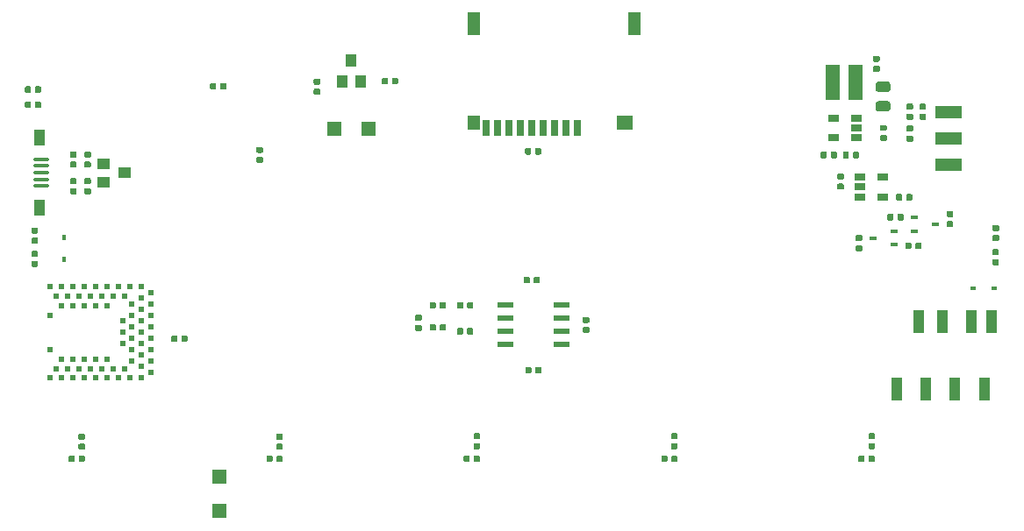
<source format=gbp>
G04 #@! TF.GenerationSoftware,KiCad,Pcbnew,(5.1.0)-1*
G04 #@! TF.CreationDate,2019-05-14T00:20:19-06:00*
G04 #@! TF.ProjectId,laser-theremin,6c617365-722d-4746-9865-72656d696e2e,rev?*
G04 #@! TF.SameCoordinates,Original*
G04 #@! TF.FileFunction,Paste,Bot*
G04 #@! TF.FilePolarity,Positive*
%FSLAX46Y46*%
G04 Gerber Fmt 4.6, Leading zero omitted, Abs format (unit mm)*
G04 Created by KiCad (PCBNEW (5.1.0)-1) date 2019-05-14 00:20:19*
%MOMM*%
%LPD*%
G04 APERTURE LIST*
%ADD10R,0.500000X0.500000*%
%ADD11R,1.200000X2.200000*%
%ADD12R,1.600000X1.400000*%
%ADD13R,1.200000X1.400000*%
%ADD14R,0.700000X1.600000*%
%ADD15R,2.500000X1.250000*%
%ADD16R,1.060000X0.650000*%
%ADD17C,0.100000*%
%ADD18C,0.590000*%
%ADD19C,0.975000*%
%ADD20R,1.397000X1.397000*%
%ADD21R,1.143000X1.016000*%
%ADD22R,1.000000X1.597660*%
%ADD23O,1.500000X0.400000*%
%ADD24R,1.350000X3.400000*%
%ADD25R,1.016000X1.143000*%
%ADD26R,0.700000X0.450000*%
%ADD27R,1.550000X0.600000*%
%ADD28R,0.450000X0.600000*%
%ADD29R,0.600000X0.450000*%
%ADD30R,0.998220X2.247900*%
G04 APERTURE END LIST*
D10*
X113140000Y-102160000D03*
X113140000Y-94460000D03*
X113140000Y-101060000D03*
X113140000Y-99960000D03*
X113140000Y-98860000D03*
X113140000Y-97760000D03*
X113140000Y-96660000D03*
X113140000Y-95560000D03*
X110440000Y-99410000D03*
X110440000Y-98310000D03*
X110440000Y-97210000D03*
X104540000Y-100910000D03*
X108940000Y-100910000D03*
X107840000Y-100910000D03*
X106740000Y-100910000D03*
X105640000Y-100910000D03*
X108940000Y-95710000D03*
X107840000Y-95710000D03*
X106740000Y-95710000D03*
X105640000Y-95710000D03*
X104540000Y-95710000D03*
X103440000Y-96660000D03*
X103440000Y-99960000D03*
X103440000Y-102710000D03*
X103990000Y-101810000D03*
X104540000Y-102710000D03*
X105090000Y-101810000D03*
X105640000Y-102710000D03*
X106190000Y-101810000D03*
X106740000Y-102710000D03*
X107290000Y-101810000D03*
X107840000Y-102710000D03*
X108390000Y-101810000D03*
X108940000Y-102710000D03*
X109490000Y-101810000D03*
X110040000Y-102710000D03*
X110590000Y-101810000D03*
X111140000Y-102710000D03*
X112240000Y-102710000D03*
X112240000Y-101610000D03*
X111340000Y-101060000D03*
X112240000Y-100510000D03*
X111340000Y-99960000D03*
X112240000Y-99410000D03*
X111340000Y-98860000D03*
X112240000Y-98310000D03*
X111340000Y-97760000D03*
X112240000Y-97210000D03*
X111340000Y-96660000D03*
X112240000Y-96110000D03*
X111340000Y-95560000D03*
X112240000Y-95010000D03*
X112240000Y-93910000D03*
X111140000Y-93910000D03*
X110590000Y-94810000D03*
X110040000Y-93910000D03*
X109490000Y-94810000D03*
X108940000Y-93910000D03*
X108390000Y-94810000D03*
X107840000Y-93910000D03*
X107290000Y-94810000D03*
X106740000Y-93910000D03*
X106190000Y-94810000D03*
X105640000Y-93910000D03*
X105090000Y-94810000D03*
X104540000Y-93910000D03*
X103990000Y-94810000D03*
X103440000Y-93910000D03*
D11*
X144330000Y-68490000D03*
X159830000Y-68490000D03*
D12*
X158930000Y-78090000D03*
D13*
X144330000Y-78090000D03*
D14*
X152080000Y-78590000D03*
X153180000Y-78590000D03*
X154280000Y-78590000D03*
X150980000Y-78590000D03*
X149880000Y-78590000D03*
X148780000Y-78590000D03*
X147680000Y-78590000D03*
X146580000Y-78590000D03*
X145480000Y-78590000D03*
D15*
X190110000Y-77070000D03*
X190110000Y-79570000D03*
X190110000Y-82070000D03*
D16*
X179010000Y-77620000D03*
X179010000Y-79520000D03*
X181210000Y-79520000D03*
X181210000Y-78570000D03*
X181210000Y-77620000D03*
D17*
G36*
X149726958Y-80500710D02*
G01*
X149741276Y-80502834D01*
X149755317Y-80506351D01*
X149768946Y-80511228D01*
X149782031Y-80517417D01*
X149794447Y-80524858D01*
X149806073Y-80533481D01*
X149816798Y-80543202D01*
X149826519Y-80553927D01*
X149835142Y-80565553D01*
X149842583Y-80577969D01*
X149848772Y-80591054D01*
X149853649Y-80604683D01*
X149857166Y-80618724D01*
X149859290Y-80633042D01*
X149860000Y-80647500D01*
X149860000Y-80992500D01*
X149859290Y-81006958D01*
X149857166Y-81021276D01*
X149853649Y-81035317D01*
X149848772Y-81048946D01*
X149842583Y-81062031D01*
X149835142Y-81074447D01*
X149826519Y-81086073D01*
X149816798Y-81096798D01*
X149806073Y-81106519D01*
X149794447Y-81115142D01*
X149782031Y-81122583D01*
X149768946Y-81128772D01*
X149755317Y-81133649D01*
X149741276Y-81137166D01*
X149726958Y-81139290D01*
X149712500Y-81140000D01*
X149417500Y-81140000D01*
X149403042Y-81139290D01*
X149388724Y-81137166D01*
X149374683Y-81133649D01*
X149361054Y-81128772D01*
X149347969Y-81122583D01*
X149335553Y-81115142D01*
X149323927Y-81106519D01*
X149313202Y-81096798D01*
X149303481Y-81086073D01*
X149294858Y-81074447D01*
X149287417Y-81062031D01*
X149281228Y-81048946D01*
X149276351Y-81035317D01*
X149272834Y-81021276D01*
X149270710Y-81006958D01*
X149270000Y-80992500D01*
X149270000Y-80647500D01*
X149270710Y-80633042D01*
X149272834Y-80618724D01*
X149276351Y-80604683D01*
X149281228Y-80591054D01*
X149287417Y-80577969D01*
X149294858Y-80565553D01*
X149303481Y-80553927D01*
X149313202Y-80543202D01*
X149323927Y-80533481D01*
X149335553Y-80524858D01*
X149347969Y-80517417D01*
X149361054Y-80511228D01*
X149374683Y-80506351D01*
X149388724Y-80502834D01*
X149403042Y-80500710D01*
X149417500Y-80500000D01*
X149712500Y-80500000D01*
X149726958Y-80500710D01*
X149726958Y-80500710D01*
G37*
D18*
X149565000Y-80820000D03*
D17*
G36*
X150696958Y-80500710D02*
G01*
X150711276Y-80502834D01*
X150725317Y-80506351D01*
X150738946Y-80511228D01*
X150752031Y-80517417D01*
X150764447Y-80524858D01*
X150776073Y-80533481D01*
X150786798Y-80543202D01*
X150796519Y-80553927D01*
X150805142Y-80565553D01*
X150812583Y-80577969D01*
X150818772Y-80591054D01*
X150823649Y-80604683D01*
X150827166Y-80618724D01*
X150829290Y-80633042D01*
X150830000Y-80647500D01*
X150830000Y-80992500D01*
X150829290Y-81006958D01*
X150827166Y-81021276D01*
X150823649Y-81035317D01*
X150818772Y-81048946D01*
X150812583Y-81062031D01*
X150805142Y-81074447D01*
X150796519Y-81086073D01*
X150786798Y-81096798D01*
X150776073Y-81106519D01*
X150764447Y-81115142D01*
X150752031Y-81122583D01*
X150738946Y-81128772D01*
X150725317Y-81133649D01*
X150711276Y-81137166D01*
X150696958Y-81139290D01*
X150682500Y-81140000D01*
X150387500Y-81140000D01*
X150373042Y-81139290D01*
X150358724Y-81137166D01*
X150344683Y-81133649D01*
X150331054Y-81128772D01*
X150317969Y-81122583D01*
X150305553Y-81115142D01*
X150293927Y-81106519D01*
X150283202Y-81096798D01*
X150273481Y-81086073D01*
X150264858Y-81074447D01*
X150257417Y-81062031D01*
X150251228Y-81048946D01*
X150246351Y-81035317D01*
X150242834Y-81021276D01*
X150240710Y-81006958D01*
X150240000Y-80992500D01*
X150240000Y-80647500D01*
X150240710Y-80633042D01*
X150242834Y-80618724D01*
X150246351Y-80604683D01*
X150251228Y-80591054D01*
X150257417Y-80577969D01*
X150264858Y-80565553D01*
X150273481Y-80553927D01*
X150283202Y-80543202D01*
X150293927Y-80533481D01*
X150305553Y-80524858D01*
X150317969Y-80517417D01*
X150331054Y-80511228D01*
X150344683Y-80506351D01*
X150358724Y-80502834D01*
X150373042Y-80500710D01*
X150387500Y-80500000D01*
X150682500Y-80500000D01*
X150696958Y-80500710D01*
X150696958Y-80500710D01*
G37*
D18*
X150535000Y-80820000D03*
D17*
G36*
X129376958Y-74760710D02*
G01*
X129391276Y-74762834D01*
X129405317Y-74766351D01*
X129418946Y-74771228D01*
X129432031Y-74777417D01*
X129444447Y-74784858D01*
X129456073Y-74793481D01*
X129466798Y-74803202D01*
X129476519Y-74813927D01*
X129485142Y-74825553D01*
X129492583Y-74837969D01*
X129498772Y-74851054D01*
X129503649Y-74864683D01*
X129507166Y-74878724D01*
X129509290Y-74893042D01*
X129510000Y-74907500D01*
X129510000Y-75202500D01*
X129509290Y-75216958D01*
X129507166Y-75231276D01*
X129503649Y-75245317D01*
X129498772Y-75258946D01*
X129492583Y-75272031D01*
X129485142Y-75284447D01*
X129476519Y-75296073D01*
X129466798Y-75306798D01*
X129456073Y-75316519D01*
X129444447Y-75325142D01*
X129432031Y-75332583D01*
X129418946Y-75338772D01*
X129405317Y-75343649D01*
X129391276Y-75347166D01*
X129376958Y-75349290D01*
X129362500Y-75350000D01*
X129017500Y-75350000D01*
X129003042Y-75349290D01*
X128988724Y-75347166D01*
X128974683Y-75343649D01*
X128961054Y-75338772D01*
X128947969Y-75332583D01*
X128935553Y-75325142D01*
X128923927Y-75316519D01*
X128913202Y-75306798D01*
X128903481Y-75296073D01*
X128894858Y-75284447D01*
X128887417Y-75272031D01*
X128881228Y-75258946D01*
X128876351Y-75245317D01*
X128872834Y-75231276D01*
X128870710Y-75216958D01*
X128870000Y-75202500D01*
X128870000Y-74907500D01*
X128870710Y-74893042D01*
X128872834Y-74878724D01*
X128876351Y-74864683D01*
X128881228Y-74851054D01*
X128887417Y-74837969D01*
X128894858Y-74825553D01*
X128903481Y-74813927D01*
X128913202Y-74803202D01*
X128923927Y-74793481D01*
X128935553Y-74784858D01*
X128947969Y-74777417D01*
X128961054Y-74771228D01*
X128974683Y-74766351D01*
X128988724Y-74762834D01*
X129003042Y-74760710D01*
X129017500Y-74760000D01*
X129362500Y-74760000D01*
X129376958Y-74760710D01*
X129376958Y-74760710D01*
G37*
D18*
X129190000Y-75055000D03*
D17*
G36*
X129376958Y-73790710D02*
G01*
X129391276Y-73792834D01*
X129405317Y-73796351D01*
X129418946Y-73801228D01*
X129432031Y-73807417D01*
X129444447Y-73814858D01*
X129456073Y-73823481D01*
X129466798Y-73833202D01*
X129476519Y-73843927D01*
X129485142Y-73855553D01*
X129492583Y-73867969D01*
X129498772Y-73881054D01*
X129503649Y-73894683D01*
X129507166Y-73908724D01*
X129509290Y-73923042D01*
X129510000Y-73937500D01*
X129510000Y-74232500D01*
X129509290Y-74246958D01*
X129507166Y-74261276D01*
X129503649Y-74275317D01*
X129498772Y-74288946D01*
X129492583Y-74302031D01*
X129485142Y-74314447D01*
X129476519Y-74326073D01*
X129466798Y-74336798D01*
X129456073Y-74346519D01*
X129444447Y-74355142D01*
X129432031Y-74362583D01*
X129418946Y-74368772D01*
X129405317Y-74373649D01*
X129391276Y-74377166D01*
X129376958Y-74379290D01*
X129362500Y-74380000D01*
X129017500Y-74380000D01*
X129003042Y-74379290D01*
X128988724Y-74377166D01*
X128974683Y-74373649D01*
X128961054Y-74368772D01*
X128947969Y-74362583D01*
X128935553Y-74355142D01*
X128923927Y-74346519D01*
X128913202Y-74336798D01*
X128903481Y-74326073D01*
X128894858Y-74314447D01*
X128887417Y-74302031D01*
X128881228Y-74288946D01*
X128876351Y-74275317D01*
X128872834Y-74261276D01*
X128870710Y-74246958D01*
X128870000Y-74232500D01*
X128870000Y-73937500D01*
X128870710Y-73923042D01*
X128872834Y-73908724D01*
X128876351Y-73894683D01*
X128881228Y-73881054D01*
X128887417Y-73867969D01*
X128894858Y-73855553D01*
X128903481Y-73843927D01*
X128913202Y-73833202D01*
X128923927Y-73823481D01*
X128935553Y-73814858D01*
X128947969Y-73807417D01*
X128961054Y-73801228D01*
X128974683Y-73796351D01*
X128988724Y-73792834D01*
X129003042Y-73790710D01*
X129017500Y-73790000D01*
X129362500Y-73790000D01*
X129376958Y-73790710D01*
X129376958Y-73790710D01*
G37*
D18*
X129190000Y-74085000D03*
D17*
G36*
X184036958Y-79230710D02*
G01*
X184051276Y-79232834D01*
X184065317Y-79236351D01*
X184078946Y-79241228D01*
X184092031Y-79247417D01*
X184104447Y-79254858D01*
X184116073Y-79263481D01*
X184126798Y-79273202D01*
X184136519Y-79283927D01*
X184145142Y-79295553D01*
X184152583Y-79307969D01*
X184158772Y-79321054D01*
X184163649Y-79334683D01*
X184167166Y-79348724D01*
X184169290Y-79363042D01*
X184170000Y-79377500D01*
X184170000Y-79672500D01*
X184169290Y-79686958D01*
X184167166Y-79701276D01*
X184163649Y-79715317D01*
X184158772Y-79728946D01*
X184152583Y-79742031D01*
X184145142Y-79754447D01*
X184136519Y-79766073D01*
X184126798Y-79776798D01*
X184116073Y-79786519D01*
X184104447Y-79795142D01*
X184092031Y-79802583D01*
X184078946Y-79808772D01*
X184065317Y-79813649D01*
X184051276Y-79817166D01*
X184036958Y-79819290D01*
X184022500Y-79820000D01*
X183677500Y-79820000D01*
X183663042Y-79819290D01*
X183648724Y-79817166D01*
X183634683Y-79813649D01*
X183621054Y-79808772D01*
X183607969Y-79802583D01*
X183595553Y-79795142D01*
X183583927Y-79786519D01*
X183573202Y-79776798D01*
X183563481Y-79766073D01*
X183554858Y-79754447D01*
X183547417Y-79742031D01*
X183541228Y-79728946D01*
X183536351Y-79715317D01*
X183532834Y-79701276D01*
X183530710Y-79686958D01*
X183530000Y-79672500D01*
X183530000Y-79377500D01*
X183530710Y-79363042D01*
X183532834Y-79348724D01*
X183536351Y-79334683D01*
X183541228Y-79321054D01*
X183547417Y-79307969D01*
X183554858Y-79295553D01*
X183563481Y-79283927D01*
X183573202Y-79273202D01*
X183583927Y-79263481D01*
X183595553Y-79254858D01*
X183607969Y-79247417D01*
X183621054Y-79241228D01*
X183634683Y-79236351D01*
X183648724Y-79232834D01*
X183663042Y-79230710D01*
X183677500Y-79230000D01*
X184022500Y-79230000D01*
X184036958Y-79230710D01*
X184036958Y-79230710D01*
G37*
D18*
X183850000Y-79525000D03*
D17*
G36*
X184036958Y-78260710D02*
G01*
X184051276Y-78262834D01*
X184065317Y-78266351D01*
X184078946Y-78271228D01*
X184092031Y-78277417D01*
X184104447Y-78284858D01*
X184116073Y-78293481D01*
X184126798Y-78303202D01*
X184136519Y-78313927D01*
X184145142Y-78325553D01*
X184152583Y-78337969D01*
X184158772Y-78351054D01*
X184163649Y-78364683D01*
X184167166Y-78378724D01*
X184169290Y-78393042D01*
X184170000Y-78407500D01*
X184170000Y-78702500D01*
X184169290Y-78716958D01*
X184167166Y-78731276D01*
X184163649Y-78745317D01*
X184158772Y-78758946D01*
X184152583Y-78772031D01*
X184145142Y-78784447D01*
X184136519Y-78796073D01*
X184126798Y-78806798D01*
X184116073Y-78816519D01*
X184104447Y-78825142D01*
X184092031Y-78832583D01*
X184078946Y-78838772D01*
X184065317Y-78843649D01*
X184051276Y-78847166D01*
X184036958Y-78849290D01*
X184022500Y-78850000D01*
X183677500Y-78850000D01*
X183663042Y-78849290D01*
X183648724Y-78847166D01*
X183634683Y-78843649D01*
X183621054Y-78838772D01*
X183607969Y-78832583D01*
X183595553Y-78825142D01*
X183583927Y-78816519D01*
X183573202Y-78806798D01*
X183563481Y-78796073D01*
X183554858Y-78784447D01*
X183547417Y-78772031D01*
X183541228Y-78758946D01*
X183536351Y-78745317D01*
X183532834Y-78731276D01*
X183530710Y-78716958D01*
X183530000Y-78702500D01*
X183530000Y-78407500D01*
X183530710Y-78393042D01*
X183532834Y-78378724D01*
X183536351Y-78364683D01*
X183541228Y-78351054D01*
X183547417Y-78337969D01*
X183554858Y-78325553D01*
X183563481Y-78313927D01*
X183573202Y-78303202D01*
X183583927Y-78293481D01*
X183595553Y-78284858D01*
X183607969Y-78277417D01*
X183621054Y-78271228D01*
X183634683Y-78266351D01*
X183648724Y-78262834D01*
X183663042Y-78260710D01*
X183677500Y-78260000D01*
X184022500Y-78260000D01*
X184036958Y-78260710D01*
X184036958Y-78260710D01*
G37*
D18*
X183850000Y-78555000D03*
D17*
G36*
X116556958Y-98610710D02*
G01*
X116571276Y-98612834D01*
X116585317Y-98616351D01*
X116598946Y-98621228D01*
X116612031Y-98627417D01*
X116624447Y-98634858D01*
X116636073Y-98643481D01*
X116646798Y-98653202D01*
X116656519Y-98663927D01*
X116665142Y-98675553D01*
X116672583Y-98687969D01*
X116678772Y-98701054D01*
X116683649Y-98714683D01*
X116687166Y-98728724D01*
X116689290Y-98743042D01*
X116690000Y-98757500D01*
X116690000Y-99102500D01*
X116689290Y-99116958D01*
X116687166Y-99131276D01*
X116683649Y-99145317D01*
X116678772Y-99158946D01*
X116672583Y-99172031D01*
X116665142Y-99184447D01*
X116656519Y-99196073D01*
X116646798Y-99206798D01*
X116636073Y-99216519D01*
X116624447Y-99225142D01*
X116612031Y-99232583D01*
X116598946Y-99238772D01*
X116585317Y-99243649D01*
X116571276Y-99247166D01*
X116556958Y-99249290D01*
X116542500Y-99250000D01*
X116247500Y-99250000D01*
X116233042Y-99249290D01*
X116218724Y-99247166D01*
X116204683Y-99243649D01*
X116191054Y-99238772D01*
X116177969Y-99232583D01*
X116165553Y-99225142D01*
X116153927Y-99216519D01*
X116143202Y-99206798D01*
X116133481Y-99196073D01*
X116124858Y-99184447D01*
X116117417Y-99172031D01*
X116111228Y-99158946D01*
X116106351Y-99145317D01*
X116102834Y-99131276D01*
X116100710Y-99116958D01*
X116100000Y-99102500D01*
X116100000Y-98757500D01*
X116100710Y-98743042D01*
X116102834Y-98728724D01*
X116106351Y-98714683D01*
X116111228Y-98701054D01*
X116117417Y-98687969D01*
X116124858Y-98675553D01*
X116133481Y-98663927D01*
X116143202Y-98653202D01*
X116153927Y-98643481D01*
X116165553Y-98634858D01*
X116177969Y-98627417D01*
X116191054Y-98621228D01*
X116204683Y-98616351D01*
X116218724Y-98612834D01*
X116233042Y-98610710D01*
X116247500Y-98610000D01*
X116542500Y-98610000D01*
X116556958Y-98610710D01*
X116556958Y-98610710D01*
G37*
D18*
X116395000Y-98930000D03*
D17*
G36*
X115586958Y-98610710D02*
G01*
X115601276Y-98612834D01*
X115615317Y-98616351D01*
X115628946Y-98621228D01*
X115642031Y-98627417D01*
X115654447Y-98634858D01*
X115666073Y-98643481D01*
X115676798Y-98653202D01*
X115686519Y-98663927D01*
X115695142Y-98675553D01*
X115702583Y-98687969D01*
X115708772Y-98701054D01*
X115713649Y-98714683D01*
X115717166Y-98728724D01*
X115719290Y-98743042D01*
X115720000Y-98757500D01*
X115720000Y-99102500D01*
X115719290Y-99116958D01*
X115717166Y-99131276D01*
X115713649Y-99145317D01*
X115708772Y-99158946D01*
X115702583Y-99172031D01*
X115695142Y-99184447D01*
X115686519Y-99196073D01*
X115676798Y-99206798D01*
X115666073Y-99216519D01*
X115654447Y-99225142D01*
X115642031Y-99232583D01*
X115628946Y-99238772D01*
X115615317Y-99243649D01*
X115601276Y-99247166D01*
X115586958Y-99249290D01*
X115572500Y-99250000D01*
X115277500Y-99250000D01*
X115263042Y-99249290D01*
X115248724Y-99247166D01*
X115234683Y-99243649D01*
X115221054Y-99238772D01*
X115207969Y-99232583D01*
X115195553Y-99225142D01*
X115183927Y-99216519D01*
X115173202Y-99206798D01*
X115163481Y-99196073D01*
X115154858Y-99184447D01*
X115147417Y-99172031D01*
X115141228Y-99158946D01*
X115136351Y-99145317D01*
X115132834Y-99131276D01*
X115130710Y-99116958D01*
X115130000Y-99102500D01*
X115130000Y-98757500D01*
X115130710Y-98743042D01*
X115132834Y-98728724D01*
X115136351Y-98714683D01*
X115141228Y-98701054D01*
X115147417Y-98687969D01*
X115154858Y-98675553D01*
X115163481Y-98663927D01*
X115173202Y-98653202D01*
X115183927Y-98643481D01*
X115195553Y-98634858D01*
X115207969Y-98627417D01*
X115221054Y-98621228D01*
X115234683Y-98616351D01*
X115248724Y-98612834D01*
X115263042Y-98610710D01*
X115277500Y-98610000D01*
X115572500Y-98610000D01*
X115586958Y-98610710D01*
X115586958Y-98610710D01*
G37*
D18*
X115425000Y-98930000D03*
D17*
G36*
X184290142Y-74096174D02*
G01*
X184313803Y-74099684D01*
X184337007Y-74105496D01*
X184359529Y-74113554D01*
X184381153Y-74123782D01*
X184401670Y-74136079D01*
X184420883Y-74150329D01*
X184438607Y-74166393D01*
X184454671Y-74184117D01*
X184468921Y-74203330D01*
X184481218Y-74223847D01*
X184491446Y-74245471D01*
X184499504Y-74267993D01*
X184505316Y-74291197D01*
X184508826Y-74314858D01*
X184510000Y-74338750D01*
X184510000Y-74826250D01*
X184508826Y-74850142D01*
X184505316Y-74873803D01*
X184499504Y-74897007D01*
X184491446Y-74919529D01*
X184481218Y-74941153D01*
X184468921Y-74961670D01*
X184454671Y-74980883D01*
X184438607Y-74998607D01*
X184420883Y-75014671D01*
X184401670Y-75028921D01*
X184381153Y-75041218D01*
X184359529Y-75051446D01*
X184337007Y-75059504D01*
X184313803Y-75065316D01*
X184290142Y-75068826D01*
X184266250Y-75070000D01*
X183353750Y-75070000D01*
X183329858Y-75068826D01*
X183306197Y-75065316D01*
X183282993Y-75059504D01*
X183260471Y-75051446D01*
X183238847Y-75041218D01*
X183218330Y-75028921D01*
X183199117Y-75014671D01*
X183181393Y-74998607D01*
X183165329Y-74980883D01*
X183151079Y-74961670D01*
X183138782Y-74941153D01*
X183128554Y-74919529D01*
X183120496Y-74897007D01*
X183114684Y-74873803D01*
X183111174Y-74850142D01*
X183110000Y-74826250D01*
X183110000Y-74338750D01*
X183111174Y-74314858D01*
X183114684Y-74291197D01*
X183120496Y-74267993D01*
X183128554Y-74245471D01*
X183138782Y-74223847D01*
X183151079Y-74203330D01*
X183165329Y-74184117D01*
X183181393Y-74166393D01*
X183199117Y-74150329D01*
X183218330Y-74136079D01*
X183238847Y-74123782D01*
X183260471Y-74113554D01*
X183282993Y-74105496D01*
X183306197Y-74099684D01*
X183329858Y-74096174D01*
X183353750Y-74095000D01*
X184266250Y-74095000D01*
X184290142Y-74096174D01*
X184290142Y-74096174D01*
G37*
D19*
X183810000Y-74582500D03*
D17*
G36*
X184290142Y-75971174D02*
G01*
X184313803Y-75974684D01*
X184337007Y-75980496D01*
X184359529Y-75988554D01*
X184381153Y-75998782D01*
X184401670Y-76011079D01*
X184420883Y-76025329D01*
X184438607Y-76041393D01*
X184454671Y-76059117D01*
X184468921Y-76078330D01*
X184481218Y-76098847D01*
X184491446Y-76120471D01*
X184499504Y-76142993D01*
X184505316Y-76166197D01*
X184508826Y-76189858D01*
X184510000Y-76213750D01*
X184510000Y-76701250D01*
X184508826Y-76725142D01*
X184505316Y-76748803D01*
X184499504Y-76772007D01*
X184491446Y-76794529D01*
X184481218Y-76816153D01*
X184468921Y-76836670D01*
X184454671Y-76855883D01*
X184438607Y-76873607D01*
X184420883Y-76889671D01*
X184401670Y-76903921D01*
X184381153Y-76916218D01*
X184359529Y-76926446D01*
X184337007Y-76934504D01*
X184313803Y-76940316D01*
X184290142Y-76943826D01*
X184266250Y-76945000D01*
X183353750Y-76945000D01*
X183329858Y-76943826D01*
X183306197Y-76940316D01*
X183282993Y-76934504D01*
X183260471Y-76926446D01*
X183238847Y-76916218D01*
X183218330Y-76903921D01*
X183199117Y-76889671D01*
X183181393Y-76873607D01*
X183165329Y-76855883D01*
X183151079Y-76836670D01*
X183138782Y-76816153D01*
X183128554Y-76794529D01*
X183120496Y-76772007D01*
X183114684Y-76748803D01*
X183111174Y-76725142D01*
X183110000Y-76701250D01*
X183110000Y-76213750D01*
X183111174Y-76189858D01*
X183114684Y-76166197D01*
X183120496Y-76142993D01*
X183128554Y-76120471D01*
X183138782Y-76098847D01*
X183151079Y-76078330D01*
X183165329Y-76059117D01*
X183181393Y-76041393D01*
X183199117Y-76025329D01*
X183218330Y-76011079D01*
X183238847Y-75998782D01*
X183260471Y-75988554D01*
X183282993Y-75980496D01*
X183306197Y-75974684D01*
X183329858Y-75971174D01*
X183353750Y-75970000D01*
X184266250Y-75970000D01*
X184290142Y-75971174D01*
X184290142Y-75971174D01*
G37*
D19*
X183810000Y-76457500D03*
D17*
G36*
X105876958Y-80840710D02*
G01*
X105891276Y-80842834D01*
X105905317Y-80846351D01*
X105918946Y-80851228D01*
X105932031Y-80857417D01*
X105944447Y-80864858D01*
X105956073Y-80873481D01*
X105966798Y-80883202D01*
X105976519Y-80893927D01*
X105985142Y-80905553D01*
X105992583Y-80917969D01*
X105998772Y-80931054D01*
X106003649Y-80944683D01*
X106007166Y-80958724D01*
X106009290Y-80973042D01*
X106010000Y-80987500D01*
X106010000Y-81282500D01*
X106009290Y-81296958D01*
X106007166Y-81311276D01*
X106003649Y-81325317D01*
X105998772Y-81338946D01*
X105992583Y-81352031D01*
X105985142Y-81364447D01*
X105976519Y-81376073D01*
X105966798Y-81386798D01*
X105956073Y-81396519D01*
X105944447Y-81405142D01*
X105932031Y-81412583D01*
X105918946Y-81418772D01*
X105905317Y-81423649D01*
X105891276Y-81427166D01*
X105876958Y-81429290D01*
X105862500Y-81430000D01*
X105517500Y-81430000D01*
X105503042Y-81429290D01*
X105488724Y-81427166D01*
X105474683Y-81423649D01*
X105461054Y-81418772D01*
X105447969Y-81412583D01*
X105435553Y-81405142D01*
X105423927Y-81396519D01*
X105413202Y-81386798D01*
X105403481Y-81376073D01*
X105394858Y-81364447D01*
X105387417Y-81352031D01*
X105381228Y-81338946D01*
X105376351Y-81325317D01*
X105372834Y-81311276D01*
X105370710Y-81296958D01*
X105370000Y-81282500D01*
X105370000Y-80987500D01*
X105370710Y-80973042D01*
X105372834Y-80958724D01*
X105376351Y-80944683D01*
X105381228Y-80931054D01*
X105387417Y-80917969D01*
X105394858Y-80905553D01*
X105403481Y-80893927D01*
X105413202Y-80883202D01*
X105423927Y-80873481D01*
X105435553Y-80864858D01*
X105447969Y-80857417D01*
X105461054Y-80851228D01*
X105474683Y-80846351D01*
X105488724Y-80842834D01*
X105503042Y-80840710D01*
X105517500Y-80840000D01*
X105862500Y-80840000D01*
X105876958Y-80840710D01*
X105876958Y-80840710D01*
G37*
D18*
X105690000Y-81135000D03*
D17*
G36*
X105876958Y-81810710D02*
G01*
X105891276Y-81812834D01*
X105905317Y-81816351D01*
X105918946Y-81821228D01*
X105932031Y-81827417D01*
X105944447Y-81834858D01*
X105956073Y-81843481D01*
X105966798Y-81853202D01*
X105976519Y-81863927D01*
X105985142Y-81875553D01*
X105992583Y-81887969D01*
X105998772Y-81901054D01*
X106003649Y-81914683D01*
X106007166Y-81928724D01*
X106009290Y-81943042D01*
X106010000Y-81957500D01*
X106010000Y-82252500D01*
X106009290Y-82266958D01*
X106007166Y-82281276D01*
X106003649Y-82295317D01*
X105998772Y-82308946D01*
X105992583Y-82322031D01*
X105985142Y-82334447D01*
X105976519Y-82346073D01*
X105966798Y-82356798D01*
X105956073Y-82366519D01*
X105944447Y-82375142D01*
X105932031Y-82382583D01*
X105918946Y-82388772D01*
X105905317Y-82393649D01*
X105891276Y-82397166D01*
X105876958Y-82399290D01*
X105862500Y-82400000D01*
X105517500Y-82400000D01*
X105503042Y-82399290D01*
X105488724Y-82397166D01*
X105474683Y-82393649D01*
X105461054Y-82388772D01*
X105447969Y-82382583D01*
X105435553Y-82375142D01*
X105423927Y-82366519D01*
X105413202Y-82356798D01*
X105403481Y-82346073D01*
X105394858Y-82334447D01*
X105387417Y-82322031D01*
X105381228Y-82308946D01*
X105376351Y-82295317D01*
X105372834Y-82281276D01*
X105370710Y-82266958D01*
X105370000Y-82252500D01*
X105370000Y-81957500D01*
X105370710Y-81943042D01*
X105372834Y-81928724D01*
X105376351Y-81914683D01*
X105381228Y-81901054D01*
X105387417Y-81887969D01*
X105394858Y-81875553D01*
X105403481Y-81863927D01*
X105413202Y-81853202D01*
X105423927Y-81843481D01*
X105435553Y-81834858D01*
X105447969Y-81827417D01*
X105461054Y-81821228D01*
X105474683Y-81816351D01*
X105488724Y-81812834D01*
X105503042Y-81810710D01*
X105517500Y-81810000D01*
X105862500Y-81810000D01*
X105876958Y-81810710D01*
X105876958Y-81810710D01*
G37*
D18*
X105690000Y-82105000D03*
D17*
G36*
X105876958Y-84380710D02*
G01*
X105891276Y-84382834D01*
X105905317Y-84386351D01*
X105918946Y-84391228D01*
X105932031Y-84397417D01*
X105944447Y-84404858D01*
X105956073Y-84413481D01*
X105966798Y-84423202D01*
X105976519Y-84433927D01*
X105985142Y-84445553D01*
X105992583Y-84457969D01*
X105998772Y-84471054D01*
X106003649Y-84484683D01*
X106007166Y-84498724D01*
X106009290Y-84513042D01*
X106010000Y-84527500D01*
X106010000Y-84822500D01*
X106009290Y-84836958D01*
X106007166Y-84851276D01*
X106003649Y-84865317D01*
X105998772Y-84878946D01*
X105992583Y-84892031D01*
X105985142Y-84904447D01*
X105976519Y-84916073D01*
X105966798Y-84926798D01*
X105956073Y-84936519D01*
X105944447Y-84945142D01*
X105932031Y-84952583D01*
X105918946Y-84958772D01*
X105905317Y-84963649D01*
X105891276Y-84967166D01*
X105876958Y-84969290D01*
X105862500Y-84970000D01*
X105517500Y-84970000D01*
X105503042Y-84969290D01*
X105488724Y-84967166D01*
X105474683Y-84963649D01*
X105461054Y-84958772D01*
X105447969Y-84952583D01*
X105435553Y-84945142D01*
X105423927Y-84936519D01*
X105413202Y-84926798D01*
X105403481Y-84916073D01*
X105394858Y-84904447D01*
X105387417Y-84892031D01*
X105381228Y-84878946D01*
X105376351Y-84865317D01*
X105372834Y-84851276D01*
X105370710Y-84836958D01*
X105370000Y-84822500D01*
X105370000Y-84527500D01*
X105370710Y-84513042D01*
X105372834Y-84498724D01*
X105376351Y-84484683D01*
X105381228Y-84471054D01*
X105387417Y-84457969D01*
X105394858Y-84445553D01*
X105403481Y-84433927D01*
X105413202Y-84423202D01*
X105423927Y-84413481D01*
X105435553Y-84404858D01*
X105447969Y-84397417D01*
X105461054Y-84391228D01*
X105474683Y-84386351D01*
X105488724Y-84382834D01*
X105503042Y-84380710D01*
X105517500Y-84380000D01*
X105862500Y-84380000D01*
X105876958Y-84380710D01*
X105876958Y-84380710D01*
G37*
D18*
X105690000Y-84675000D03*
D17*
G36*
X105876958Y-83410710D02*
G01*
X105891276Y-83412834D01*
X105905317Y-83416351D01*
X105918946Y-83421228D01*
X105932031Y-83427417D01*
X105944447Y-83434858D01*
X105956073Y-83443481D01*
X105966798Y-83453202D01*
X105976519Y-83463927D01*
X105985142Y-83475553D01*
X105992583Y-83487969D01*
X105998772Y-83501054D01*
X106003649Y-83514683D01*
X106007166Y-83528724D01*
X106009290Y-83543042D01*
X106010000Y-83557500D01*
X106010000Y-83852500D01*
X106009290Y-83866958D01*
X106007166Y-83881276D01*
X106003649Y-83895317D01*
X105998772Y-83908946D01*
X105992583Y-83922031D01*
X105985142Y-83934447D01*
X105976519Y-83946073D01*
X105966798Y-83956798D01*
X105956073Y-83966519D01*
X105944447Y-83975142D01*
X105932031Y-83982583D01*
X105918946Y-83988772D01*
X105905317Y-83993649D01*
X105891276Y-83997166D01*
X105876958Y-83999290D01*
X105862500Y-84000000D01*
X105517500Y-84000000D01*
X105503042Y-83999290D01*
X105488724Y-83997166D01*
X105474683Y-83993649D01*
X105461054Y-83988772D01*
X105447969Y-83982583D01*
X105435553Y-83975142D01*
X105423927Y-83966519D01*
X105413202Y-83956798D01*
X105403481Y-83946073D01*
X105394858Y-83934447D01*
X105387417Y-83922031D01*
X105381228Y-83908946D01*
X105376351Y-83895317D01*
X105372834Y-83881276D01*
X105370710Y-83866958D01*
X105370000Y-83852500D01*
X105370000Y-83557500D01*
X105370710Y-83543042D01*
X105372834Y-83528724D01*
X105376351Y-83514683D01*
X105381228Y-83501054D01*
X105387417Y-83487969D01*
X105394858Y-83475553D01*
X105403481Y-83463927D01*
X105413202Y-83453202D01*
X105423927Y-83443481D01*
X105435553Y-83434858D01*
X105447969Y-83427417D01*
X105461054Y-83421228D01*
X105474683Y-83416351D01*
X105488724Y-83412834D01*
X105503042Y-83410710D01*
X105517500Y-83410000D01*
X105862500Y-83410000D01*
X105876958Y-83410710D01*
X105876958Y-83410710D01*
G37*
D18*
X105690000Y-83705000D03*
D20*
X130869000Y-78610000D03*
X134171000Y-78610000D03*
D21*
X108634000Y-83779000D03*
X108634000Y-82001000D03*
X110666000Y-82890000D03*
D22*
X102398280Y-79470000D03*
X102398280Y-86270000D03*
D23*
X102576080Y-81570000D03*
X102576080Y-82220000D03*
X102576080Y-82870000D03*
X102576080Y-83520000D03*
X102576080Y-84170000D03*
D24*
X178995000Y-74160000D03*
X181145000Y-74160000D03*
D25*
X132490000Y-72024000D03*
X131601000Y-74056000D03*
X133379000Y-74056000D03*
D17*
G36*
X135916958Y-73710710D02*
G01*
X135931276Y-73712834D01*
X135945317Y-73716351D01*
X135958946Y-73721228D01*
X135972031Y-73727417D01*
X135984447Y-73734858D01*
X135996073Y-73743481D01*
X136006798Y-73753202D01*
X136016519Y-73763927D01*
X136025142Y-73775553D01*
X136032583Y-73787969D01*
X136038772Y-73801054D01*
X136043649Y-73814683D01*
X136047166Y-73828724D01*
X136049290Y-73843042D01*
X136050000Y-73857500D01*
X136050000Y-74202500D01*
X136049290Y-74216958D01*
X136047166Y-74231276D01*
X136043649Y-74245317D01*
X136038772Y-74258946D01*
X136032583Y-74272031D01*
X136025142Y-74284447D01*
X136016519Y-74296073D01*
X136006798Y-74306798D01*
X135996073Y-74316519D01*
X135984447Y-74325142D01*
X135972031Y-74332583D01*
X135958946Y-74338772D01*
X135945317Y-74343649D01*
X135931276Y-74347166D01*
X135916958Y-74349290D01*
X135902500Y-74350000D01*
X135607500Y-74350000D01*
X135593042Y-74349290D01*
X135578724Y-74347166D01*
X135564683Y-74343649D01*
X135551054Y-74338772D01*
X135537969Y-74332583D01*
X135525553Y-74325142D01*
X135513927Y-74316519D01*
X135503202Y-74306798D01*
X135493481Y-74296073D01*
X135484858Y-74284447D01*
X135477417Y-74272031D01*
X135471228Y-74258946D01*
X135466351Y-74245317D01*
X135462834Y-74231276D01*
X135460710Y-74216958D01*
X135460000Y-74202500D01*
X135460000Y-73857500D01*
X135460710Y-73843042D01*
X135462834Y-73828724D01*
X135466351Y-73814683D01*
X135471228Y-73801054D01*
X135477417Y-73787969D01*
X135484858Y-73775553D01*
X135493481Y-73763927D01*
X135503202Y-73753202D01*
X135513927Y-73743481D01*
X135525553Y-73734858D01*
X135537969Y-73727417D01*
X135551054Y-73721228D01*
X135564683Y-73716351D01*
X135578724Y-73712834D01*
X135593042Y-73710710D01*
X135607500Y-73710000D01*
X135902500Y-73710000D01*
X135916958Y-73710710D01*
X135916958Y-73710710D01*
G37*
D18*
X135755000Y-74030000D03*
D17*
G36*
X136886958Y-73710710D02*
G01*
X136901276Y-73712834D01*
X136915317Y-73716351D01*
X136928946Y-73721228D01*
X136942031Y-73727417D01*
X136954447Y-73734858D01*
X136966073Y-73743481D01*
X136976798Y-73753202D01*
X136986519Y-73763927D01*
X136995142Y-73775553D01*
X137002583Y-73787969D01*
X137008772Y-73801054D01*
X137013649Y-73814683D01*
X137017166Y-73828724D01*
X137019290Y-73843042D01*
X137020000Y-73857500D01*
X137020000Y-74202500D01*
X137019290Y-74216958D01*
X137017166Y-74231276D01*
X137013649Y-74245317D01*
X137008772Y-74258946D01*
X137002583Y-74272031D01*
X136995142Y-74284447D01*
X136986519Y-74296073D01*
X136976798Y-74306798D01*
X136966073Y-74316519D01*
X136954447Y-74325142D01*
X136942031Y-74332583D01*
X136928946Y-74338772D01*
X136915317Y-74343649D01*
X136901276Y-74347166D01*
X136886958Y-74349290D01*
X136872500Y-74350000D01*
X136577500Y-74350000D01*
X136563042Y-74349290D01*
X136548724Y-74347166D01*
X136534683Y-74343649D01*
X136521054Y-74338772D01*
X136507969Y-74332583D01*
X136495553Y-74325142D01*
X136483927Y-74316519D01*
X136473202Y-74306798D01*
X136463481Y-74296073D01*
X136454858Y-74284447D01*
X136447417Y-74272031D01*
X136441228Y-74258946D01*
X136436351Y-74245317D01*
X136432834Y-74231276D01*
X136430710Y-74216958D01*
X136430000Y-74202500D01*
X136430000Y-73857500D01*
X136430710Y-73843042D01*
X136432834Y-73828724D01*
X136436351Y-73814683D01*
X136441228Y-73801054D01*
X136447417Y-73787969D01*
X136454858Y-73775553D01*
X136463481Y-73763927D01*
X136473202Y-73753202D01*
X136483927Y-73743481D01*
X136495553Y-73734858D01*
X136507969Y-73727417D01*
X136521054Y-73721228D01*
X136534683Y-73716351D01*
X136548724Y-73712834D01*
X136563042Y-73710710D01*
X136577500Y-73710000D01*
X136872500Y-73710000D01*
X136886958Y-73710710D01*
X136886958Y-73710710D01*
G37*
D18*
X136725000Y-74030000D03*
D17*
G36*
X107246958Y-80840710D02*
G01*
X107261276Y-80842834D01*
X107275317Y-80846351D01*
X107288946Y-80851228D01*
X107302031Y-80857417D01*
X107314447Y-80864858D01*
X107326073Y-80873481D01*
X107336798Y-80883202D01*
X107346519Y-80893927D01*
X107355142Y-80905553D01*
X107362583Y-80917969D01*
X107368772Y-80931054D01*
X107373649Y-80944683D01*
X107377166Y-80958724D01*
X107379290Y-80973042D01*
X107380000Y-80987500D01*
X107380000Y-81282500D01*
X107379290Y-81296958D01*
X107377166Y-81311276D01*
X107373649Y-81325317D01*
X107368772Y-81338946D01*
X107362583Y-81352031D01*
X107355142Y-81364447D01*
X107346519Y-81376073D01*
X107336798Y-81386798D01*
X107326073Y-81396519D01*
X107314447Y-81405142D01*
X107302031Y-81412583D01*
X107288946Y-81418772D01*
X107275317Y-81423649D01*
X107261276Y-81427166D01*
X107246958Y-81429290D01*
X107232500Y-81430000D01*
X106887500Y-81430000D01*
X106873042Y-81429290D01*
X106858724Y-81427166D01*
X106844683Y-81423649D01*
X106831054Y-81418772D01*
X106817969Y-81412583D01*
X106805553Y-81405142D01*
X106793927Y-81396519D01*
X106783202Y-81386798D01*
X106773481Y-81376073D01*
X106764858Y-81364447D01*
X106757417Y-81352031D01*
X106751228Y-81338946D01*
X106746351Y-81325317D01*
X106742834Y-81311276D01*
X106740710Y-81296958D01*
X106740000Y-81282500D01*
X106740000Y-80987500D01*
X106740710Y-80973042D01*
X106742834Y-80958724D01*
X106746351Y-80944683D01*
X106751228Y-80931054D01*
X106757417Y-80917969D01*
X106764858Y-80905553D01*
X106773481Y-80893927D01*
X106783202Y-80883202D01*
X106793927Y-80873481D01*
X106805553Y-80864858D01*
X106817969Y-80857417D01*
X106831054Y-80851228D01*
X106844683Y-80846351D01*
X106858724Y-80842834D01*
X106873042Y-80840710D01*
X106887500Y-80840000D01*
X107232500Y-80840000D01*
X107246958Y-80840710D01*
X107246958Y-80840710D01*
G37*
D18*
X107060000Y-81135000D03*
D17*
G36*
X107246958Y-81810710D02*
G01*
X107261276Y-81812834D01*
X107275317Y-81816351D01*
X107288946Y-81821228D01*
X107302031Y-81827417D01*
X107314447Y-81834858D01*
X107326073Y-81843481D01*
X107336798Y-81853202D01*
X107346519Y-81863927D01*
X107355142Y-81875553D01*
X107362583Y-81887969D01*
X107368772Y-81901054D01*
X107373649Y-81914683D01*
X107377166Y-81928724D01*
X107379290Y-81943042D01*
X107380000Y-81957500D01*
X107380000Y-82252500D01*
X107379290Y-82266958D01*
X107377166Y-82281276D01*
X107373649Y-82295317D01*
X107368772Y-82308946D01*
X107362583Y-82322031D01*
X107355142Y-82334447D01*
X107346519Y-82346073D01*
X107336798Y-82356798D01*
X107326073Y-82366519D01*
X107314447Y-82375142D01*
X107302031Y-82382583D01*
X107288946Y-82388772D01*
X107275317Y-82393649D01*
X107261276Y-82397166D01*
X107246958Y-82399290D01*
X107232500Y-82400000D01*
X106887500Y-82400000D01*
X106873042Y-82399290D01*
X106858724Y-82397166D01*
X106844683Y-82393649D01*
X106831054Y-82388772D01*
X106817969Y-82382583D01*
X106805553Y-82375142D01*
X106793927Y-82366519D01*
X106783202Y-82356798D01*
X106773481Y-82346073D01*
X106764858Y-82334447D01*
X106757417Y-82322031D01*
X106751228Y-82308946D01*
X106746351Y-82295317D01*
X106742834Y-82281276D01*
X106740710Y-82266958D01*
X106740000Y-82252500D01*
X106740000Y-81957500D01*
X106740710Y-81943042D01*
X106742834Y-81928724D01*
X106746351Y-81914683D01*
X106751228Y-81901054D01*
X106757417Y-81887969D01*
X106764858Y-81875553D01*
X106773481Y-81863927D01*
X106783202Y-81853202D01*
X106793927Y-81843481D01*
X106805553Y-81834858D01*
X106817969Y-81827417D01*
X106831054Y-81821228D01*
X106844683Y-81816351D01*
X106858724Y-81812834D01*
X106873042Y-81810710D01*
X106887500Y-81810000D01*
X107232500Y-81810000D01*
X107246958Y-81810710D01*
X107246958Y-81810710D01*
G37*
D18*
X107060000Y-82105000D03*
D17*
G36*
X107246958Y-84380710D02*
G01*
X107261276Y-84382834D01*
X107275317Y-84386351D01*
X107288946Y-84391228D01*
X107302031Y-84397417D01*
X107314447Y-84404858D01*
X107326073Y-84413481D01*
X107336798Y-84423202D01*
X107346519Y-84433927D01*
X107355142Y-84445553D01*
X107362583Y-84457969D01*
X107368772Y-84471054D01*
X107373649Y-84484683D01*
X107377166Y-84498724D01*
X107379290Y-84513042D01*
X107380000Y-84527500D01*
X107380000Y-84822500D01*
X107379290Y-84836958D01*
X107377166Y-84851276D01*
X107373649Y-84865317D01*
X107368772Y-84878946D01*
X107362583Y-84892031D01*
X107355142Y-84904447D01*
X107346519Y-84916073D01*
X107336798Y-84926798D01*
X107326073Y-84936519D01*
X107314447Y-84945142D01*
X107302031Y-84952583D01*
X107288946Y-84958772D01*
X107275317Y-84963649D01*
X107261276Y-84967166D01*
X107246958Y-84969290D01*
X107232500Y-84970000D01*
X106887500Y-84970000D01*
X106873042Y-84969290D01*
X106858724Y-84967166D01*
X106844683Y-84963649D01*
X106831054Y-84958772D01*
X106817969Y-84952583D01*
X106805553Y-84945142D01*
X106793927Y-84936519D01*
X106783202Y-84926798D01*
X106773481Y-84916073D01*
X106764858Y-84904447D01*
X106757417Y-84892031D01*
X106751228Y-84878946D01*
X106746351Y-84865317D01*
X106742834Y-84851276D01*
X106740710Y-84836958D01*
X106740000Y-84822500D01*
X106740000Y-84527500D01*
X106740710Y-84513042D01*
X106742834Y-84498724D01*
X106746351Y-84484683D01*
X106751228Y-84471054D01*
X106757417Y-84457969D01*
X106764858Y-84445553D01*
X106773481Y-84433927D01*
X106783202Y-84423202D01*
X106793927Y-84413481D01*
X106805553Y-84404858D01*
X106817969Y-84397417D01*
X106831054Y-84391228D01*
X106844683Y-84386351D01*
X106858724Y-84382834D01*
X106873042Y-84380710D01*
X106887500Y-84380000D01*
X107232500Y-84380000D01*
X107246958Y-84380710D01*
X107246958Y-84380710D01*
G37*
D18*
X107060000Y-84675000D03*
D17*
G36*
X107246958Y-83410710D02*
G01*
X107261276Y-83412834D01*
X107275317Y-83416351D01*
X107288946Y-83421228D01*
X107302031Y-83427417D01*
X107314447Y-83434858D01*
X107326073Y-83443481D01*
X107336798Y-83453202D01*
X107346519Y-83463927D01*
X107355142Y-83475553D01*
X107362583Y-83487969D01*
X107368772Y-83501054D01*
X107373649Y-83514683D01*
X107377166Y-83528724D01*
X107379290Y-83543042D01*
X107380000Y-83557500D01*
X107380000Y-83852500D01*
X107379290Y-83866958D01*
X107377166Y-83881276D01*
X107373649Y-83895317D01*
X107368772Y-83908946D01*
X107362583Y-83922031D01*
X107355142Y-83934447D01*
X107346519Y-83946073D01*
X107336798Y-83956798D01*
X107326073Y-83966519D01*
X107314447Y-83975142D01*
X107302031Y-83982583D01*
X107288946Y-83988772D01*
X107275317Y-83993649D01*
X107261276Y-83997166D01*
X107246958Y-83999290D01*
X107232500Y-84000000D01*
X106887500Y-84000000D01*
X106873042Y-83999290D01*
X106858724Y-83997166D01*
X106844683Y-83993649D01*
X106831054Y-83988772D01*
X106817969Y-83982583D01*
X106805553Y-83975142D01*
X106793927Y-83966519D01*
X106783202Y-83956798D01*
X106773481Y-83946073D01*
X106764858Y-83934447D01*
X106757417Y-83922031D01*
X106751228Y-83908946D01*
X106746351Y-83895317D01*
X106742834Y-83881276D01*
X106740710Y-83866958D01*
X106740000Y-83852500D01*
X106740000Y-83557500D01*
X106740710Y-83543042D01*
X106742834Y-83528724D01*
X106746351Y-83514683D01*
X106751228Y-83501054D01*
X106757417Y-83487969D01*
X106764858Y-83475553D01*
X106773481Y-83463927D01*
X106783202Y-83453202D01*
X106793927Y-83443481D01*
X106805553Y-83434858D01*
X106817969Y-83427417D01*
X106831054Y-83421228D01*
X106844683Y-83416351D01*
X106858724Y-83412834D01*
X106873042Y-83410710D01*
X106887500Y-83410000D01*
X107232500Y-83410000D01*
X107246958Y-83410710D01*
X107246958Y-83410710D01*
G37*
D18*
X107060000Y-83705000D03*
D17*
G36*
X179226958Y-80850710D02*
G01*
X179241276Y-80852834D01*
X179255317Y-80856351D01*
X179268946Y-80861228D01*
X179282031Y-80867417D01*
X179294447Y-80874858D01*
X179306073Y-80883481D01*
X179316798Y-80893202D01*
X179326519Y-80903927D01*
X179335142Y-80915553D01*
X179342583Y-80927969D01*
X179348772Y-80941054D01*
X179353649Y-80954683D01*
X179357166Y-80968724D01*
X179359290Y-80983042D01*
X179360000Y-80997500D01*
X179360000Y-81342500D01*
X179359290Y-81356958D01*
X179357166Y-81371276D01*
X179353649Y-81385317D01*
X179348772Y-81398946D01*
X179342583Y-81412031D01*
X179335142Y-81424447D01*
X179326519Y-81436073D01*
X179316798Y-81446798D01*
X179306073Y-81456519D01*
X179294447Y-81465142D01*
X179282031Y-81472583D01*
X179268946Y-81478772D01*
X179255317Y-81483649D01*
X179241276Y-81487166D01*
X179226958Y-81489290D01*
X179212500Y-81490000D01*
X178917500Y-81490000D01*
X178903042Y-81489290D01*
X178888724Y-81487166D01*
X178874683Y-81483649D01*
X178861054Y-81478772D01*
X178847969Y-81472583D01*
X178835553Y-81465142D01*
X178823927Y-81456519D01*
X178813202Y-81446798D01*
X178803481Y-81436073D01*
X178794858Y-81424447D01*
X178787417Y-81412031D01*
X178781228Y-81398946D01*
X178776351Y-81385317D01*
X178772834Y-81371276D01*
X178770710Y-81356958D01*
X178770000Y-81342500D01*
X178770000Y-80997500D01*
X178770710Y-80983042D01*
X178772834Y-80968724D01*
X178776351Y-80954683D01*
X178781228Y-80941054D01*
X178787417Y-80927969D01*
X178794858Y-80915553D01*
X178803481Y-80903927D01*
X178813202Y-80893202D01*
X178823927Y-80883481D01*
X178835553Y-80874858D01*
X178847969Y-80867417D01*
X178861054Y-80861228D01*
X178874683Y-80856351D01*
X178888724Y-80852834D01*
X178903042Y-80850710D01*
X178917500Y-80850000D01*
X179212500Y-80850000D01*
X179226958Y-80850710D01*
X179226958Y-80850710D01*
G37*
D18*
X179065000Y-81170000D03*
D17*
G36*
X178256958Y-80850710D02*
G01*
X178271276Y-80852834D01*
X178285317Y-80856351D01*
X178298946Y-80861228D01*
X178312031Y-80867417D01*
X178324447Y-80874858D01*
X178336073Y-80883481D01*
X178346798Y-80893202D01*
X178356519Y-80903927D01*
X178365142Y-80915553D01*
X178372583Y-80927969D01*
X178378772Y-80941054D01*
X178383649Y-80954683D01*
X178387166Y-80968724D01*
X178389290Y-80983042D01*
X178390000Y-80997500D01*
X178390000Y-81342500D01*
X178389290Y-81356958D01*
X178387166Y-81371276D01*
X178383649Y-81385317D01*
X178378772Y-81398946D01*
X178372583Y-81412031D01*
X178365142Y-81424447D01*
X178356519Y-81436073D01*
X178346798Y-81446798D01*
X178336073Y-81456519D01*
X178324447Y-81465142D01*
X178312031Y-81472583D01*
X178298946Y-81478772D01*
X178285317Y-81483649D01*
X178271276Y-81487166D01*
X178256958Y-81489290D01*
X178242500Y-81490000D01*
X177947500Y-81490000D01*
X177933042Y-81489290D01*
X177918724Y-81487166D01*
X177904683Y-81483649D01*
X177891054Y-81478772D01*
X177877969Y-81472583D01*
X177865553Y-81465142D01*
X177853927Y-81456519D01*
X177843202Y-81446798D01*
X177833481Y-81436073D01*
X177824858Y-81424447D01*
X177817417Y-81412031D01*
X177811228Y-81398946D01*
X177806351Y-81385317D01*
X177802834Y-81371276D01*
X177800710Y-81356958D01*
X177800000Y-81342500D01*
X177800000Y-80997500D01*
X177800710Y-80983042D01*
X177802834Y-80968724D01*
X177806351Y-80954683D01*
X177811228Y-80941054D01*
X177817417Y-80927969D01*
X177824858Y-80915553D01*
X177833481Y-80903927D01*
X177843202Y-80893202D01*
X177853927Y-80883481D01*
X177865553Y-80874858D01*
X177877969Y-80867417D01*
X177891054Y-80861228D01*
X177904683Y-80856351D01*
X177918724Y-80852834D01*
X177933042Y-80850710D01*
X177947500Y-80850000D01*
X178242500Y-80850000D01*
X178256958Y-80850710D01*
X178256958Y-80850710D01*
G37*
D18*
X178095000Y-81170000D03*
D17*
G36*
X180386958Y-80850710D02*
G01*
X180401276Y-80852834D01*
X180415317Y-80856351D01*
X180428946Y-80861228D01*
X180442031Y-80867417D01*
X180454447Y-80874858D01*
X180466073Y-80883481D01*
X180476798Y-80893202D01*
X180486519Y-80903927D01*
X180495142Y-80915553D01*
X180502583Y-80927969D01*
X180508772Y-80941054D01*
X180513649Y-80954683D01*
X180517166Y-80968724D01*
X180519290Y-80983042D01*
X180520000Y-80997500D01*
X180520000Y-81342500D01*
X180519290Y-81356958D01*
X180517166Y-81371276D01*
X180513649Y-81385317D01*
X180508772Y-81398946D01*
X180502583Y-81412031D01*
X180495142Y-81424447D01*
X180486519Y-81436073D01*
X180476798Y-81446798D01*
X180466073Y-81456519D01*
X180454447Y-81465142D01*
X180442031Y-81472583D01*
X180428946Y-81478772D01*
X180415317Y-81483649D01*
X180401276Y-81487166D01*
X180386958Y-81489290D01*
X180372500Y-81490000D01*
X180077500Y-81490000D01*
X180063042Y-81489290D01*
X180048724Y-81487166D01*
X180034683Y-81483649D01*
X180021054Y-81478772D01*
X180007969Y-81472583D01*
X179995553Y-81465142D01*
X179983927Y-81456519D01*
X179973202Y-81446798D01*
X179963481Y-81436073D01*
X179954858Y-81424447D01*
X179947417Y-81412031D01*
X179941228Y-81398946D01*
X179936351Y-81385317D01*
X179932834Y-81371276D01*
X179930710Y-81356958D01*
X179930000Y-81342500D01*
X179930000Y-80997500D01*
X179930710Y-80983042D01*
X179932834Y-80968724D01*
X179936351Y-80954683D01*
X179941228Y-80941054D01*
X179947417Y-80927969D01*
X179954858Y-80915553D01*
X179963481Y-80903927D01*
X179973202Y-80893202D01*
X179983927Y-80883481D01*
X179995553Y-80874858D01*
X180007969Y-80867417D01*
X180021054Y-80861228D01*
X180034683Y-80856351D01*
X180048724Y-80852834D01*
X180063042Y-80850710D01*
X180077500Y-80850000D01*
X180372500Y-80850000D01*
X180386958Y-80850710D01*
X180386958Y-80850710D01*
G37*
D18*
X180225000Y-81170000D03*
D17*
G36*
X181356958Y-80850710D02*
G01*
X181371276Y-80852834D01*
X181385317Y-80856351D01*
X181398946Y-80861228D01*
X181412031Y-80867417D01*
X181424447Y-80874858D01*
X181436073Y-80883481D01*
X181446798Y-80893202D01*
X181456519Y-80903927D01*
X181465142Y-80915553D01*
X181472583Y-80927969D01*
X181478772Y-80941054D01*
X181483649Y-80954683D01*
X181487166Y-80968724D01*
X181489290Y-80983042D01*
X181490000Y-80997500D01*
X181490000Y-81342500D01*
X181489290Y-81356958D01*
X181487166Y-81371276D01*
X181483649Y-81385317D01*
X181478772Y-81398946D01*
X181472583Y-81412031D01*
X181465142Y-81424447D01*
X181456519Y-81436073D01*
X181446798Y-81446798D01*
X181436073Y-81456519D01*
X181424447Y-81465142D01*
X181412031Y-81472583D01*
X181398946Y-81478772D01*
X181385317Y-81483649D01*
X181371276Y-81487166D01*
X181356958Y-81489290D01*
X181342500Y-81490000D01*
X181047500Y-81490000D01*
X181033042Y-81489290D01*
X181018724Y-81487166D01*
X181004683Y-81483649D01*
X180991054Y-81478772D01*
X180977969Y-81472583D01*
X180965553Y-81465142D01*
X180953927Y-81456519D01*
X180943202Y-81446798D01*
X180933481Y-81436073D01*
X180924858Y-81424447D01*
X180917417Y-81412031D01*
X180911228Y-81398946D01*
X180906351Y-81385317D01*
X180902834Y-81371276D01*
X180900710Y-81356958D01*
X180900000Y-81342500D01*
X180900000Y-80997500D01*
X180900710Y-80983042D01*
X180902834Y-80968724D01*
X180906351Y-80954683D01*
X180911228Y-80941054D01*
X180917417Y-80927969D01*
X180924858Y-80915553D01*
X180933481Y-80903927D01*
X180943202Y-80893202D01*
X180953927Y-80883481D01*
X180965553Y-80874858D01*
X180977969Y-80867417D01*
X180991054Y-80861228D01*
X181004683Y-80856351D01*
X181018724Y-80852834D01*
X181033042Y-80850710D01*
X181047500Y-80850000D01*
X181342500Y-80850000D01*
X181356958Y-80850710D01*
X181356958Y-80850710D01*
G37*
D18*
X181195000Y-81170000D03*
D17*
G36*
X179896958Y-82960710D02*
G01*
X179911276Y-82962834D01*
X179925317Y-82966351D01*
X179938946Y-82971228D01*
X179952031Y-82977417D01*
X179964447Y-82984858D01*
X179976073Y-82993481D01*
X179986798Y-83003202D01*
X179996519Y-83013927D01*
X180005142Y-83025553D01*
X180012583Y-83037969D01*
X180018772Y-83051054D01*
X180023649Y-83064683D01*
X180027166Y-83078724D01*
X180029290Y-83093042D01*
X180030000Y-83107500D01*
X180030000Y-83402500D01*
X180029290Y-83416958D01*
X180027166Y-83431276D01*
X180023649Y-83445317D01*
X180018772Y-83458946D01*
X180012583Y-83472031D01*
X180005142Y-83484447D01*
X179996519Y-83496073D01*
X179986798Y-83506798D01*
X179976073Y-83516519D01*
X179964447Y-83525142D01*
X179952031Y-83532583D01*
X179938946Y-83538772D01*
X179925317Y-83543649D01*
X179911276Y-83547166D01*
X179896958Y-83549290D01*
X179882500Y-83550000D01*
X179537500Y-83550000D01*
X179523042Y-83549290D01*
X179508724Y-83547166D01*
X179494683Y-83543649D01*
X179481054Y-83538772D01*
X179467969Y-83532583D01*
X179455553Y-83525142D01*
X179443927Y-83516519D01*
X179433202Y-83506798D01*
X179423481Y-83496073D01*
X179414858Y-83484447D01*
X179407417Y-83472031D01*
X179401228Y-83458946D01*
X179396351Y-83445317D01*
X179392834Y-83431276D01*
X179390710Y-83416958D01*
X179390000Y-83402500D01*
X179390000Y-83107500D01*
X179390710Y-83093042D01*
X179392834Y-83078724D01*
X179396351Y-83064683D01*
X179401228Y-83051054D01*
X179407417Y-83037969D01*
X179414858Y-83025553D01*
X179423481Y-83013927D01*
X179433202Y-83003202D01*
X179443927Y-82993481D01*
X179455553Y-82984858D01*
X179467969Y-82977417D01*
X179481054Y-82971228D01*
X179494683Y-82966351D01*
X179508724Y-82962834D01*
X179523042Y-82960710D01*
X179537500Y-82960000D01*
X179882500Y-82960000D01*
X179896958Y-82960710D01*
X179896958Y-82960710D01*
G37*
D18*
X179710000Y-83255000D03*
D17*
G36*
X179896958Y-83930710D02*
G01*
X179911276Y-83932834D01*
X179925317Y-83936351D01*
X179938946Y-83941228D01*
X179952031Y-83947417D01*
X179964447Y-83954858D01*
X179976073Y-83963481D01*
X179986798Y-83973202D01*
X179996519Y-83983927D01*
X180005142Y-83995553D01*
X180012583Y-84007969D01*
X180018772Y-84021054D01*
X180023649Y-84034683D01*
X180027166Y-84048724D01*
X180029290Y-84063042D01*
X180030000Y-84077500D01*
X180030000Y-84372500D01*
X180029290Y-84386958D01*
X180027166Y-84401276D01*
X180023649Y-84415317D01*
X180018772Y-84428946D01*
X180012583Y-84442031D01*
X180005142Y-84454447D01*
X179996519Y-84466073D01*
X179986798Y-84476798D01*
X179976073Y-84486519D01*
X179964447Y-84495142D01*
X179952031Y-84502583D01*
X179938946Y-84508772D01*
X179925317Y-84513649D01*
X179911276Y-84517166D01*
X179896958Y-84519290D01*
X179882500Y-84520000D01*
X179537500Y-84520000D01*
X179523042Y-84519290D01*
X179508724Y-84517166D01*
X179494683Y-84513649D01*
X179481054Y-84508772D01*
X179467969Y-84502583D01*
X179455553Y-84495142D01*
X179443927Y-84486519D01*
X179433202Y-84476798D01*
X179423481Y-84466073D01*
X179414858Y-84454447D01*
X179407417Y-84442031D01*
X179401228Y-84428946D01*
X179396351Y-84415317D01*
X179392834Y-84401276D01*
X179390710Y-84386958D01*
X179390000Y-84372500D01*
X179390000Y-84077500D01*
X179390710Y-84063042D01*
X179392834Y-84048724D01*
X179396351Y-84034683D01*
X179401228Y-84021054D01*
X179407417Y-84007969D01*
X179414858Y-83995553D01*
X179423481Y-83983927D01*
X179433202Y-83973202D01*
X179443927Y-83963481D01*
X179455553Y-83954858D01*
X179467969Y-83947417D01*
X179481054Y-83941228D01*
X179494683Y-83936351D01*
X179508724Y-83932834D01*
X179523042Y-83930710D01*
X179537500Y-83930000D01*
X179882500Y-83930000D01*
X179896958Y-83930710D01*
X179896958Y-83930710D01*
G37*
D18*
X179710000Y-84225000D03*
D17*
G36*
X186496958Y-84940710D02*
G01*
X186511276Y-84942834D01*
X186525317Y-84946351D01*
X186538946Y-84951228D01*
X186552031Y-84957417D01*
X186564447Y-84964858D01*
X186576073Y-84973481D01*
X186586798Y-84983202D01*
X186596519Y-84993927D01*
X186605142Y-85005553D01*
X186612583Y-85017969D01*
X186618772Y-85031054D01*
X186623649Y-85044683D01*
X186627166Y-85058724D01*
X186629290Y-85073042D01*
X186630000Y-85087500D01*
X186630000Y-85432500D01*
X186629290Y-85446958D01*
X186627166Y-85461276D01*
X186623649Y-85475317D01*
X186618772Y-85488946D01*
X186612583Y-85502031D01*
X186605142Y-85514447D01*
X186596519Y-85526073D01*
X186586798Y-85536798D01*
X186576073Y-85546519D01*
X186564447Y-85555142D01*
X186552031Y-85562583D01*
X186538946Y-85568772D01*
X186525317Y-85573649D01*
X186511276Y-85577166D01*
X186496958Y-85579290D01*
X186482500Y-85580000D01*
X186187500Y-85580000D01*
X186173042Y-85579290D01*
X186158724Y-85577166D01*
X186144683Y-85573649D01*
X186131054Y-85568772D01*
X186117969Y-85562583D01*
X186105553Y-85555142D01*
X186093927Y-85546519D01*
X186083202Y-85536798D01*
X186073481Y-85526073D01*
X186064858Y-85514447D01*
X186057417Y-85502031D01*
X186051228Y-85488946D01*
X186046351Y-85475317D01*
X186042834Y-85461276D01*
X186040710Y-85446958D01*
X186040000Y-85432500D01*
X186040000Y-85087500D01*
X186040710Y-85073042D01*
X186042834Y-85058724D01*
X186046351Y-85044683D01*
X186051228Y-85031054D01*
X186057417Y-85017969D01*
X186064858Y-85005553D01*
X186073481Y-84993927D01*
X186083202Y-84983202D01*
X186093927Y-84973481D01*
X186105553Y-84964858D01*
X186117969Y-84957417D01*
X186131054Y-84951228D01*
X186144683Y-84946351D01*
X186158724Y-84942834D01*
X186173042Y-84940710D01*
X186187500Y-84940000D01*
X186482500Y-84940000D01*
X186496958Y-84940710D01*
X186496958Y-84940710D01*
G37*
D18*
X186335000Y-85260000D03*
D17*
G36*
X185526958Y-84940710D02*
G01*
X185541276Y-84942834D01*
X185555317Y-84946351D01*
X185568946Y-84951228D01*
X185582031Y-84957417D01*
X185594447Y-84964858D01*
X185606073Y-84973481D01*
X185616798Y-84983202D01*
X185626519Y-84993927D01*
X185635142Y-85005553D01*
X185642583Y-85017969D01*
X185648772Y-85031054D01*
X185653649Y-85044683D01*
X185657166Y-85058724D01*
X185659290Y-85073042D01*
X185660000Y-85087500D01*
X185660000Y-85432500D01*
X185659290Y-85446958D01*
X185657166Y-85461276D01*
X185653649Y-85475317D01*
X185648772Y-85488946D01*
X185642583Y-85502031D01*
X185635142Y-85514447D01*
X185626519Y-85526073D01*
X185616798Y-85536798D01*
X185606073Y-85546519D01*
X185594447Y-85555142D01*
X185582031Y-85562583D01*
X185568946Y-85568772D01*
X185555317Y-85573649D01*
X185541276Y-85577166D01*
X185526958Y-85579290D01*
X185512500Y-85580000D01*
X185217500Y-85580000D01*
X185203042Y-85579290D01*
X185188724Y-85577166D01*
X185174683Y-85573649D01*
X185161054Y-85568772D01*
X185147969Y-85562583D01*
X185135553Y-85555142D01*
X185123927Y-85546519D01*
X185113202Y-85536798D01*
X185103481Y-85526073D01*
X185094858Y-85514447D01*
X185087417Y-85502031D01*
X185081228Y-85488946D01*
X185076351Y-85475317D01*
X185072834Y-85461276D01*
X185070710Y-85446958D01*
X185070000Y-85432500D01*
X185070000Y-85087500D01*
X185070710Y-85073042D01*
X185072834Y-85058724D01*
X185076351Y-85044683D01*
X185081228Y-85031054D01*
X185087417Y-85017969D01*
X185094858Y-85005553D01*
X185103481Y-84993927D01*
X185113202Y-84983202D01*
X185123927Y-84973481D01*
X185135553Y-84964858D01*
X185147969Y-84957417D01*
X185161054Y-84951228D01*
X185174683Y-84946351D01*
X185188724Y-84942834D01*
X185203042Y-84940710D01*
X185217500Y-84940000D01*
X185512500Y-84940000D01*
X185526958Y-84940710D01*
X185526958Y-84940710D01*
G37*
D18*
X185365000Y-85260000D03*
D17*
G36*
X102146958Y-89150710D02*
G01*
X102161276Y-89152834D01*
X102175317Y-89156351D01*
X102188946Y-89161228D01*
X102202031Y-89167417D01*
X102214447Y-89174858D01*
X102226073Y-89183481D01*
X102236798Y-89193202D01*
X102246519Y-89203927D01*
X102255142Y-89215553D01*
X102262583Y-89227969D01*
X102268772Y-89241054D01*
X102273649Y-89254683D01*
X102277166Y-89268724D01*
X102279290Y-89283042D01*
X102280000Y-89297500D01*
X102280000Y-89592500D01*
X102279290Y-89606958D01*
X102277166Y-89621276D01*
X102273649Y-89635317D01*
X102268772Y-89648946D01*
X102262583Y-89662031D01*
X102255142Y-89674447D01*
X102246519Y-89686073D01*
X102236798Y-89696798D01*
X102226073Y-89706519D01*
X102214447Y-89715142D01*
X102202031Y-89722583D01*
X102188946Y-89728772D01*
X102175317Y-89733649D01*
X102161276Y-89737166D01*
X102146958Y-89739290D01*
X102132500Y-89740000D01*
X101787500Y-89740000D01*
X101773042Y-89739290D01*
X101758724Y-89737166D01*
X101744683Y-89733649D01*
X101731054Y-89728772D01*
X101717969Y-89722583D01*
X101705553Y-89715142D01*
X101693927Y-89706519D01*
X101683202Y-89696798D01*
X101673481Y-89686073D01*
X101664858Y-89674447D01*
X101657417Y-89662031D01*
X101651228Y-89648946D01*
X101646351Y-89635317D01*
X101642834Y-89621276D01*
X101640710Y-89606958D01*
X101640000Y-89592500D01*
X101640000Y-89297500D01*
X101640710Y-89283042D01*
X101642834Y-89268724D01*
X101646351Y-89254683D01*
X101651228Y-89241054D01*
X101657417Y-89227969D01*
X101664858Y-89215553D01*
X101673481Y-89203927D01*
X101683202Y-89193202D01*
X101693927Y-89183481D01*
X101705553Y-89174858D01*
X101717969Y-89167417D01*
X101731054Y-89161228D01*
X101744683Y-89156351D01*
X101758724Y-89152834D01*
X101773042Y-89150710D01*
X101787500Y-89150000D01*
X102132500Y-89150000D01*
X102146958Y-89150710D01*
X102146958Y-89150710D01*
G37*
D18*
X101960000Y-89445000D03*
D17*
G36*
X102146958Y-88180710D02*
G01*
X102161276Y-88182834D01*
X102175317Y-88186351D01*
X102188946Y-88191228D01*
X102202031Y-88197417D01*
X102214447Y-88204858D01*
X102226073Y-88213481D01*
X102236798Y-88223202D01*
X102246519Y-88233927D01*
X102255142Y-88245553D01*
X102262583Y-88257969D01*
X102268772Y-88271054D01*
X102273649Y-88284683D01*
X102277166Y-88298724D01*
X102279290Y-88313042D01*
X102280000Y-88327500D01*
X102280000Y-88622500D01*
X102279290Y-88636958D01*
X102277166Y-88651276D01*
X102273649Y-88665317D01*
X102268772Y-88678946D01*
X102262583Y-88692031D01*
X102255142Y-88704447D01*
X102246519Y-88716073D01*
X102236798Y-88726798D01*
X102226073Y-88736519D01*
X102214447Y-88745142D01*
X102202031Y-88752583D01*
X102188946Y-88758772D01*
X102175317Y-88763649D01*
X102161276Y-88767166D01*
X102146958Y-88769290D01*
X102132500Y-88770000D01*
X101787500Y-88770000D01*
X101773042Y-88769290D01*
X101758724Y-88767166D01*
X101744683Y-88763649D01*
X101731054Y-88758772D01*
X101717969Y-88752583D01*
X101705553Y-88745142D01*
X101693927Y-88736519D01*
X101683202Y-88726798D01*
X101673481Y-88716073D01*
X101664858Y-88704447D01*
X101657417Y-88692031D01*
X101651228Y-88678946D01*
X101646351Y-88665317D01*
X101642834Y-88651276D01*
X101640710Y-88636958D01*
X101640000Y-88622500D01*
X101640000Y-88327500D01*
X101640710Y-88313042D01*
X101642834Y-88298724D01*
X101646351Y-88284683D01*
X101651228Y-88271054D01*
X101657417Y-88257969D01*
X101664858Y-88245553D01*
X101673481Y-88233927D01*
X101683202Y-88223202D01*
X101693927Y-88213481D01*
X101705553Y-88204858D01*
X101717969Y-88197417D01*
X101731054Y-88191228D01*
X101744683Y-88186351D01*
X101758724Y-88182834D01*
X101773042Y-88180710D01*
X101787500Y-88180000D01*
X102132500Y-88180000D01*
X102146958Y-88180710D01*
X102146958Y-88180710D01*
G37*
D18*
X101960000Y-88475000D03*
D17*
G36*
X187836958Y-76210710D02*
G01*
X187851276Y-76212834D01*
X187865317Y-76216351D01*
X187878946Y-76221228D01*
X187892031Y-76227417D01*
X187904447Y-76234858D01*
X187916073Y-76243481D01*
X187926798Y-76253202D01*
X187936519Y-76263927D01*
X187945142Y-76275553D01*
X187952583Y-76287969D01*
X187958772Y-76301054D01*
X187963649Y-76314683D01*
X187967166Y-76328724D01*
X187969290Y-76343042D01*
X187970000Y-76357500D01*
X187970000Y-76652500D01*
X187969290Y-76666958D01*
X187967166Y-76681276D01*
X187963649Y-76695317D01*
X187958772Y-76708946D01*
X187952583Y-76722031D01*
X187945142Y-76734447D01*
X187936519Y-76746073D01*
X187926798Y-76756798D01*
X187916073Y-76766519D01*
X187904447Y-76775142D01*
X187892031Y-76782583D01*
X187878946Y-76788772D01*
X187865317Y-76793649D01*
X187851276Y-76797166D01*
X187836958Y-76799290D01*
X187822500Y-76800000D01*
X187477500Y-76800000D01*
X187463042Y-76799290D01*
X187448724Y-76797166D01*
X187434683Y-76793649D01*
X187421054Y-76788772D01*
X187407969Y-76782583D01*
X187395553Y-76775142D01*
X187383927Y-76766519D01*
X187373202Y-76756798D01*
X187363481Y-76746073D01*
X187354858Y-76734447D01*
X187347417Y-76722031D01*
X187341228Y-76708946D01*
X187336351Y-76695317D01*
X187332834Y-76681276D01*
X187330710Y-76666958D01*
X187330000Y-76652500D01*
X187330000Y-76357500D01*
X187330710Y-76343042D01*
X187332834Y-76328724D01*
X187336351Y-76314683D01*
X187341228Y-76301054D01*
X187347417Y-76287969D01*
X187354858Y-76275553D01*
X187363481Y-76263927D01*
X187373202Y-76253202D01*
X187383927Y-76243481D01*
X187395553Y-76234858D01*
X187407969Y-76227417D01*
X187421054Y-76221228D01*
X187434683Y-76216351D01*
X187448724Y-76212834D01*
X187463042Y-76210710D01*
X187477500Y-76210000D01*
X187822500Y-76210000D01*
X187836958Y-76210710D01*
X187836958Y-76210710D01*
G37*
D18*
X187650000Y-76505000D03*
D17*
G36*
X187836958Y-77180710D02*
G01*
X187851276Y-77182834D01*
X187865317Y-77186351D01*
X187878946Y-77191228D01*
X187892031Y-77197417D01*
X187904447Y-77204858D01*
X187916073Y-77213481D01*
X187926798Y-77223202D01*
X187936519Y-77233927D01*
X187945142Y-77245553D01*
X187952583Y-77257969D01*
X187958772Y-77271054D01*
X187963649Y-77284683D01*
X187967166Y-77298724D01*
X187969290Y-77313042D01*
X187970000Y-77327500D01*
X187970000Y-77622500D01*
X187969290Y-77636958D01*
X187967166Y-77651276D01*
X187963649Y-77665317D01*
X187958772Y-77678946D01*
X187952583Y-77692031D01*
X187945142Y-77704447D01*
X187936519Y-77716073D01*
X187926798Y-77726798D01*
X187916073Y-77736519D01*
X187904447Y-77745142D01*
X187892031Y-77752583D01*
X187878946Y-77758772D01*
X187865317Y-77763649D01*
X187851276Y-77767166D01*
X187836958Y-77769290D01*
X187822500Y-77770000D01*
X187477500Y-77770000D01*
X187463042Y-77769290D01*
X187448724Y-77767166D01*
X187434683Y-77763649D01*
X187421054Y-77758772D01*
X187407969Y-77752583D01*
X187395553Y-77745142D01*
X187383927Y-77736519D01*
X187373202Y-77726798D01*
X187363481Y-77716073D01*
X187354858Y-77704447D01*
X187347417Y-77692031D01*
X187341228Y-77678946D01*
X187336351Y-77665317D01*
X187332834Y-77651276D01*
X187330710Y-77636958D01*
X187330000Y-77622500D01*
X187330000Y-77327500D01*
X187330710Y-77313042D01*
X187332834Y-77298724D01*
X187336351Y-77284683D01*
X187341228Y-77271054D01*
X187347417Y-77257969D01*
X187354858Y-77245553D01*
X187363481Y-77233927D01*
X187373202Y-77223202D01*
X187383927Y-77213481D01*
X187395553Y-77204858D01*
X187407969Y-77197417D01*
X187421054Y-77191228D01*
X187434683Y-77186351D01*
X187448724Y-77182834D01*
X187463042Y-77180710D01*
X187477500Y-77180000D01*
X187822500Y-77180000D01*
X187836958Y-77180710D01*
X187836958Y-77180710D01*
G37*
D18*
X187650000Y-77475000D03*
D17*
G36*
X194876958Y-87930710D02*
G01*
X194891276Y-87932834D01*
X194905317Y-87936351D01*
X194918946Y-87941228D01*
X194932031Y-87947417D01*
X194944447Y-87954858D01*
X194956073Y-87963481D01*
X194966798Y-87973202D01*
X194976519Y-87983927D01*
X194985142Y-87995553D01*
X194992583Y-88007969D01*
X194998772Y-88021054D01*
X195003649Y-88034683D01*
X195007166Y-88048724D01*
X195009290Y-88063042D01*
X195010000Y-88077500D01*
X195010000Y-88372500D01*
X195009290Y-88386958D01*
X195007166Y-88401276D01*
X195003649Y-88415317D01*
X194998772Y-88428946D01*
X194992583Y-88442031D01*
X194985142Y-88454447D01*
X194976519Y-88466073D01*
X194966798Y-88476798D01*
X194956073Y-88486519D01*
X194944447Y-88495142D01*
X194932031Y-88502583D01*
X194918946Y-88508772D01*
X194905317Y-88513649D01*
X194891276Y-88517166D01*
X194876958Y-88519290D01*
X194862500Y-88520000D01*
X194517500Y-88520000D01*
X194503042Y-88519290D01*
X194488724Y-88517166D01*
X194474683Y-88513649D01*
X194461054Y-88508772D01*
X194447969Y-88502583D01*
X194435553Y-88495142D01*
X194423927Y-88486519D01*
X194413202Y-88476798D01*
X194403481Y-88466073D01*
X194394858Y-88454447D01*
X194387417Y-88442031D01*
X194381228Y-88428946D01*
X194376351Y-88415317D01*
X194372834Y-88401276D01*
X194370710Y-88386958D01*
X194370000Y-88372500D01*
X194370000Y-88077500D01*
X194370710Y-88063042D01*
X194372834Y-88048724D01*
X194376351Y-88034683D01*
X194381228Y-88021054D01*
X194387417Y-88007969D01*
X194394858Y-87995553D01*
X194403481Y-87983927D01*
X194413202Y-87973202D01*
X194423927Y-87963481D01*
X194435553Y-87954858D01*
X194447969Y-87947417D01*
X194461054Y-87941228D01*
X194474683Y-87936351D01*
X194488724Y-87932834D01*
X194503042Y-87930710D01*
X194517500Y-87930000D01*
X194862500Y-87930000D01*
X194876958Y-87930710D01*
X194876958Y-87930710D01*
G37*
D18*
X194690000Y-88225000D03*
D17*
G36*
X194876958Y-88900710D02*
G01*
X194891276Y-88902834D01*
X194905317Y-88906351D01*
X194918946Y-88911228D01*
X194932031Y-88917417D01*
X194944447Y-88924858D01*
X194956073Y-88933481D01*
X194966798Y-88943202D01*
X194976519Y-88953927D01*
X194985142Y-88965553D01*
X194992583Y-88977969D01*
X194998772Y-88991054D01*
X195003649Y-89004683D01*
X195007166Y-89018724D01*
X195009290Y-89033042D01*
X195010000Y-89047500D01*
X195010000Y-89342500D01*
X195009290Y-89356958D01*
X195007166Y-89371276D01*
X195003649Y-89385317D01*
X194998772Y-89398946D01*
X194992583Y-89412031D01*
X194985142Y-89424447D01*
X194976519Y-89436073D01*
X194966798Y-89446798D01*
X194956073Y-89456519D01*
X194944447Y-89465142D01*
X194932031Y-89472583D01*
X194918946Y-89478772D01*
X194905317Y-89483649D01*
X194891276Y-89487166D01*
X194876958Y-89489290D01*
X194862500Y-89490000D01*
X194517500Y-89490000D01*
X194503042Y-89489290D01*
X194488724Y-89487166D01*
X194474683Y-89483649D01*
X194461054Y-89478772D01*
X194447969Y-89472583D01*
X194435553Y-89465142D01*
X194423927Y-89456519D01*
X194413202Y-89446798D01*
X194403481Y-89436073D01*
X194394858Y-89424447D01*
X194387417Y-89412031D01*
X194381228Y-89398946D01*
X194376351Y-89385317D01*
X194372834Y-89371276D01*
X194370710Y-89356958D01*
X194370000Y-89342500D01*
X194370000Y-89047500D01*
X194370710Y-89033042D01*
X194372834Y-89018724D01*
X194376351Y-89004683D01*
X194381228Y-88991054D01*
X194387417Y-88977969D01*
X194394858Y-88965553D01*
X194403481Y-88953927D01*
X194413202Y-88943202D01*
X194423927Y-88933481D01*
X194435553Y-88924858D01*
X194447969Y-88917417D01*
X194461054Y-88911228D01*
X194474683Y-88906351D01*
X194488724Y-88902834D01*
X194503042Y-88900710D01*
X194517500Y-88900000D01*
X194862500Y-88900000D01*
X194876958Y-88900710D01*
X194876958Y-88900710D01*
G37*
D18*
X194690000Y-89195000D03*
D17*
G36*
X141506958Y-97510710D02*
G01*
X141521276Y-97512834D01*
X141535317Y-97516351D01*
X141548946Y-97521228D01*
X141562031Y-97527417D01*
X141574447Y-97534858D01*
X141586073Y-97543481D01*
X141596798Y-97553202D01*
X141606519Y-97563927D01*
X141615142Y-97575553D01*
X141622583Y-97587969D01*
X141628772Y-97601054D01*
X141633649Y-97614683D01*
X141637166Y-97628724D01*
X141639290Y-97643042D01*
X141640000Y-97657500D01*
X141640000Y-98002500D01*
X141639290Y-98016958D01*
X141637166Y-98031276D01*
X141633649Y-98045317D01*
X141628772Y-98058946D01*
X141622583Y-98072031D01*
X141615142Y-98084447D01*
X141606519Y-98096073D01*
X141596798Y-98106798D01*
X141586073Y-98116519D01*
X141574447Y-98125142D01*
X141562031Y-98132583D01*
X141548946Y-98138772D01*
X141535317Y-98143649D01*
X141521276Y-98147166D01*
X141506958Y-98149290D01*
X141492500Y-98150000D01*
X141197500Y-98150000D01*
X141183042Y-98149290D01*
X141168724Y-98147166D01*
X141154683Y-98143649D01*
X141141054Y-98138772D01*
X141127969Y-98132583D01*
X141115553Y-98125142D01*
X141103927Y-98116519D01*
X141093202Y-98106798D01*
X141083481Y-98096073D01*
X141074858Y-98084447D01*
X141067417Y-98072031D01*
X141061228Y-98058946D01*
X141056351Y-98045317D01*
X141052834Y-98031276D01*
X141050710Y-98016958D01*
X141050000Y-98002500D01*
X141050000Y-97657500D01*
X141050710Y-97643042D01*
X141052834Y-97628724D01*
X141056351Y-97614683D01*
X141061228Y-97601054D01*
X141067417Y-97587969D01*
X141074858Y-97575553D01*
X141083481Y-97563927D01*
X141093202Y-97553202D01*
X141103927Y-97543481D01*
X141115553Y-97534858D01*
X141127969Y-97527417D01*
X141141054Y-97521228D01*
X141154683Y-97516351D01*
X141168724Y-97512834D01*
X141183042Y-97510710D01*
X141197500Y-97510000D01*
X141492500Y-97510000D01*
X141506958Y-97510710D01*
X141506958Y-97510710D01*
G37*
D18*
X141345000Y-97830000D03*
D17*
G36*
X140536958Y-97510710D02*
G01*
X140551276Y-97512834D01*
X140565317Y-97516351D01*
X140578946Y-97521228D01*
X140592031Y-97527417D01*
X140604447Y-97534858D01*
X140616073Y-97543481D01*
X140626798Y-97553202D01*
X140636519Y-97563927D01*
X140645142Y-97575553D01*
X140652583Y-97587969D01*
X140658772Y-97601054D01*
X140663649Y-97614683D01*
X140667166Y-97628724D01*
X140669290Y-97643042D01*
X140670000Y-97657500D01*
X140670000Y-98002500D01*
X140669290Y-98016958D01*
X140667166Y-98031276D01*
X140663649Y-98045317D01*
X140658772Y-98058946D01*
X140652583Y-98072031D01*
X140645142Y-98084447D01*
X140636519Y-98096073D01*
X140626798Y-98106798D01*
X140616073Y-98116519D01*
X140604447Y-98125142D01*
X140592031Y-98132583D01*
X140578946Y-98138772D01*
X140565317Y-98143649D01*
X140551276Y-98147166D01*
X140536958Y-98149290D01*
X140522500Y-98150000D01*
X140227500Y-98150000D01*
X140213042Y-98149290D01*
X140198724Y-98147166D01*
X140184683Y-98143649D01*
X140171054Y-98138772D01*
X140157969Y-98132583D01*
X140145553Y-98125142D01*
X140133927Y-98116519D01*
X140123202Y-98106798D01*
X140113481Y-98096073D01*
X140104858Y-98084447D01*
X140097417Y-98072031D01*
X140091228Y-98058946D01*
X140086351Y-98045317D01*
X140082834Y-98031276D01*
X140080710Y-98016958D01*
X140080000Y-98002500D01*
X140080000Y-97657500D01*
X140080710Y-97643042D01*
X140082834Y-97628724D01*
X140086351Y-97614683D01*
X140091228Y-97601054D01*
X140097417Y-97587969D01*
X140104858Y-97575553D01*
X140113481Y-97563927D01*
X140123202Y-97553202D01*
X140133927Y-97543481D01*
X140145553Y-97534858D01*
X140157969Y-97527417D01*
X140171054Y-97521228D01*
X140184683Y-97516351D01*
X140198724Y-97512834D01*
X140213042Y-97510710D01*
X140227500Y-97510000D01*
X140522500Y-97510000D01*
X140536958Y-97510710D01*
X140536958Y-97510710D01*
G37*
D18*
X140375000Y-97830000D03*
D17*
G36*
X144126958Y-97890710D02*
G01*
X144141276Y-97892834D01*
X144155317Y-97896351D01*
X144168946Y-97901228D01*
X144182031Y-97907417D01*
X144194447Y-97914858D01*
X144206073Y-97923481D01*
X144216798Y-97933202D01*
X144226519Y-97943927D01*
X144235142Y-97955553D01*
X144242583Y-97967969D01*
X144248772Y-97981054D01*
X144253649Y-97994683D01*
X144257166Y-98008724D01*
X144259290Y-98023042D01*
X144260000Y-98037500D01*
X144260000Y-98382500D01*
X144259290Y-98396958D01*
X144257166Y-98411276D01*
X144253649Y-98425317D01*
X144248772Y-98438946D01*
X144242583Y-98452031D01*
X144235142Y-98464447D01*
X144226519Y-98476073D01*
X144216798Y-98486798D01*
X144206073Y-98496519D01*
X144194447Y-98505142D01*
X144182031Y-98512583D01*
X144168946Y-98518772D01*
X144155317Y-98523649D01*
X144141276Y-98527166D01*
X144126958Y-98529290D01*
X144112500Y-98530000D01*
X143817500Y-98530000D01*
X143803042Y-98529290D01*
X143788724Y-98527166D01*
X143774683Y-98523649D01*
X143761054Y-98518772D01*
X143747969Y-98512583D01*
X143735553Y-98505142D01*
X143723927Y-98496519D01*
X143713202Y-98486798D01*
X143703481Y-98476073D01*
X143694858Y-98464447D01*
X143687417Y-98452031D01*
X143681228Y-98438946D01*
X143676351Y-98425317D01*
X143672834Y-98411276D01*
X143670710Y-98396958D01*
X143670000Y-98382500D01*
X143670000Y-98037500D01*
X143670710Y-98023042D01*
X143672834Y-98008724D01*
X143676351Y-97994683D01*
X143681228Y-97981054D01*
X143687417Y-97967969D01*
X143694858Y-97955553D01*
X143703481Y-97943927D01*
X143713202Y-97933202D01*
X143723927Y-97923481D01*
X143735553Y-97914858D01*
X143747969Y-97907417D01*
X143761054Y-97901228D01*
X143774683Y-97896351D01*
X143788724Y-97892834D01*
X143803042Y-97890710D01*
X143817500Y-97890000D01*
X144112500Y-97890000D01*
X144126958Y-97890710D01*
X144126958Y-97890710D01*
G37*
D18*
X143965000Y-98210000D03*
D17*
G36*
X143156958Y-97890710D02*
G01*
X143171276Y-97892834D01*
X143185317Y-97896351D01*
X143198946Y-97901228D01*
X143212031Y-97907417D01*
X143224447Y-97914858D01*
X143236073Y-97923481D01*
X143246798Y-97933202D01*
X143256519Y-97943927D01*
X143265142Y-97955553D01*
X143272583Y-97967969D01*
X143278772Y-97981054D01*
X143283649Y-97994683D01*
X143287166Y-98008724D01*
X143289290Y-98023042D01*
X143290000Y-98037500D01*
X143290000Y-98382500D01*
X143289290Y-98396958D01*
X143287166Y-98411276D01*
X143283649Y-98425317D01*
X143278772Y-98438946D01*
X143272583Y-98452031D01*
X143265142Y-98464447D01*
X143256519Y-98476073D01*
X143246798Y-98486798D01*
X143236073Y-98496519D01*
X143224447Y-98505142D01*
X143212031Y-98512583D01*
X143198946Y-98518772D01*
X143185317Y-98523649D01*
X143171276Y-98527166D01*
X143156958Y-98529290D01*
X143142500Y-98530000D01*
X142847500Y-98530000D01*
X142833042Y-98529290D01*
X142818724Y-98527166D01*
X142804683Y-98523649D01*
X142791054Y-98518772D01*
X142777969Y-98512583D01*
X142765553Y-98505142D01*
X142753927Y-98496519D01*
X142743202Y-98486798D01*
X142733481Y-98476073D01*
X142724858Y-98464447D01*
X142717417Y-98452031D01*
X142711228Y-98438946D01*
X142706351Y-98425317D01*
X142702834Y-98411276D01*
X142700710Y-98396958D01*
X142700000Y-98382500D01*
X142700000Y-98037500D01*
X142700710Y-98023042D01*
X142702834Y-98008724D01*
X142706351Y-97994683D01*
X142711228Y-97981054D01*
X142717417Y-97967969D01*
X142724858Y-97955553D01*
X142733481Y-97943927D01*
X142743202Y-97933202D01*
X142753927Y-97923481D01*
X142765553Y-97914858D01*
X142777969Y-97907417D01*
X142791054Y-97901228D01*
X142804683Y-97896351D01*
X142818724Y-97892834D01*
X142833042Y-97890710D01*
X142847500Y-97890000D01*
X143142500Y-97890000D01*
X143156958Y-97890710D01*
X143156958Y-97890710D01*
G37*
D18*
X142995000Y-98210000D03*
D17*
G36*
X141496958Y-95370710D02*
G01*
X141511276Y-95372834D01*
X141525317Y-95376351D01*
X141538946Y-95381228D01*
X141552031Y-95387417D01*
X141564447Y-95394858D01*
X141576073Y-95403481D01*
X141586798Y-95413202D01*
X141596519Y-95423927D01*
X141605142Y-95435553D01*
X141612583Y-95447969D01*
X141618772Y-95461054D01*
X141623649Y-95474683D01*
X141627166Y-95488724D01*
X141629290Y-95503042D01*
X141630000Y-95517500D01*
X141630000Y-95862500D01*
X141629290Y-95876958D01*
X141627166Y-95891276D01*
X141623649Y-95905317D01*
X141618772Y-95918946D01*
X141612583Y-95932031D01*
X141605142Y-95944447D01*
X141596519Y-95956073D01*
X141586798Y-95966798D01*
X141576073Y-95976519D01*
X141564447Y-95985142D01*
X141552031Y-95992583D01*
X141538946Y-95998772D01*
X141525317Y-96003649D01*
X141511276Y-96007166D01*
X141496958Y-96009290D01*
X141482500Y-96010000D01*
X141187500Y-96010000D01*
X141173042Y-96009290D01*
X141158724Y-96007166D01*
X141144683Y-96003649D01*
X141131054Y-95998772D01*
X141117969Y-95992583D01*
X141105553Y-95985142D01*
X141093927Y-95976519D01*
X141083202Y-95966798D01*
X141073481Y-95956073D01*
X141064858Y-95944447D01*
X141057417Y-95932031D01*
X141051228Y-95918946D01*
X141046351Y-95905317D01*
X141042834Y-95891276D01*
X141040710Y-95876958D01*
X141040000Y-95862500D01*
X141040000Y-95517500D01*
X141040710Y-95503042D01*
X141042834Y-95488724D01*
X141046351Y-95474683D01*
X141051228Y-95461054D01*
X141057417Y-95447969D01*
X141064858Y-95435553D01*
X141073481Y-95423927D01*
X141083202Y-95413202D01*
X141093927Y-95403481D01*
X141105553Y-95394858D01*
X141117969Y-95387417D01*
X141131054Y-95381228D01*
X141144683Y-95376351D01*
X141158724Y-95372834D01*
X141173042Y-95370710D01*
X141187500Y-95370000D01*
X141482500Y-95370000D01*
X141496958Y-95370710D01*
X141496958Y-95370710D01*
G37*
D18*
X141335000Y-95690000D03*
D17*
G36*
X140526958Y-95370710D02*
G01*
X140541276Y-95372834D01*
X140555317Y-95376351D01*
X140568946Y-95381228D01*
X140582031Y-95387417D01*
X140594447Y-95394858D01*
X140606073Y-95403481D01*
X140616798Y-95413202D01*
X140626519Y-95423927D01*
X140635142Y-95435553D01*
X140642583Y-95447969D01*
X140648772Y-95461054D01*
X140653649Y-95474683D01*
X140657166Y-95488724D01*
X140659290Y-95503042D01*
X140660000Y-95517500D01*
X140660000Y-95862500D01*
X140659290Y-95876958D01*
X140657166Y-95891276D01*
X140653649Y-95905317D01*
X140648772Y-95918946D01*
X140642583Y-95932031D01*
X140635142Y-95944447D01*
X140626519Y-95956073D01*
X140616798Y-95966798D01*
X140606073Y-95976519D01*
X140594447Y-95985142D01*
X140582031Y-95992583D01*
X140568946Y-95998772D01*
X140555317Y-96003649D01*
X140541276Y-96007166D01*
X140526958Y-96009290D01*
X140512500Y-96010000D01*
X140217500Y-96010000D01*
X140203042Y-96009290D01*
X140188724Y-96007166D01*
X140174683Y-96003649D01*
X140161054Y-95998772D01*
X140147969Y-95992583D01*
X140135553Y-95985142D01*
X140123927Y-95976519D01*
X140113202Y-95966798D01*
X140103481Y-95956073D01*
X140094858Y-95944447D01*
X140087417Y-95932031D01*
X140081228Y-95918946D01*
X140076351Y-95905317D01*
X140072834Y-95891276D01*
X140070710Y-95876958D01*
X140070000Y-95862500D01*
X140070000Y-95517500D01*
X140070710Y-95503042D01*
X140072834Y-95488724D01*
X140076351Y-95474683D01*
X140081228Y-95461054D01*
X140087417Y-95447969D01*
X140094858Y-95435553D01*
X140103481Y-95423927D01*
X140113202Y-95413202D01*
X140123927Y-95403481D01*
X140135553Y-95394858D01*
X140147969Y-95387417D01*
X140161054Y-95381228D01*
X140174683Y-95376351D01*
X140188724Y-95372834D01*
X140203042Y-95370710D01*
X140217500Y-95370000D01*
X140512500Y-95370000D01*
X140526958Y-95370710D01*
X140526958Y-95370710D01*
G37*
D18*
X140365000Y-95690000D03*
D17*
G36*
X155346958Y-97780710D02*
G01*
X155361276Y-97782834D01*
X155375317Y-97786351D01*
X155388946Y-97791228D01*
X155402031Y-97797417D01*
X155414447Y-97804858D01*
X155426073Y-97813481D01*
X155436798Y-97823202D01*
X155446519Y-97833927D01*
X155455142Y-97845553D01*
X155462583Y-97857969D01*
X155468772Y-97871054D01*
X155473649Y-97884683D01*
X155477166Y-97898724D01*
X155479290Y-97913042D01*
X155480000Y-97927500D01*
X155480000Y-98222500D01*
X155479290Y-98236958D01*
X155477166Y-98251276D01*
X155473649Y-98265317D01*
X155468772Y-98278946D01*
X155462583Y-98292031D01*
X155455142Y-98304447D01*
X155446519Y-98316073D01*
X155436798Y-98326798D01*
X155426073Y-98336519D01*
X155414447Y-98345142D01*
X155402031Y-98352583D01*
X155388946Y-98358772D01*
X155375317Y-98363649D01*
X155361276Y-98367166D01*
X155346958Y-98369290D01*
X155332500Y-98370000D01*
X154987500Y-98370000D01*
X154973042Y-98369290D01*
X154958724Y-98367166D01*
X154944683Y-98363649D01*
X154931054Y-98358772D01*
X154917969Y-98352583D01*
X154905553Y-98345142D01*
X154893927Y-98336519D01*
X154883202Y-98326798D01*
X154873481Y-98316073D01*
X154864858Y-98304447D01*
X154857417Y-98292031D01*
X154851228Y-98278946D01*
X154846351Y-98265317D01*
X154842834Y-98251276D01*
X154840710Y-98236958D01*
X154840000Y-98222500D01*
X154840000Y-97927500D01*
X154840710Y-97913042D01*
X154842834Y-97898724D01*
X154846351Y-97884683D01*
X154851228Y-97871054D01*
X154857417Y-97857969D01*
X154864858Y-97845553D01*
X154873481Y-97833927D01*
X154883202Y-97823202D01*
X154893927Y-97813481D01*
X154905553Y-97804858D01*
X154917969Y-97797417D01*
X154931054Y-97791228D01*
X154944683Y-97786351D01*
X154958724Y-97782834D01*
X154973042Y-97780710D01*
X154987500Y-97780000D01*
X155332500Y-97780000D01*
X155346958Y-97780710D01*
X155346958Y-97780710D01*
G37*
D18*
X155160000Y-98075000D03*
D17*
G36*
X155346958Y-96810710D02*
G01*
X155361276Y-96812834D01*
X155375317Y-96816351D01*
X155388946Y-96821228D01*
X155402031Y-96827417D01*
X155414447Y-96834858D01*
X155426073Y-96843481D01*
X155436798Y-96853202D01*
X155446519Y-96863927D01*
X155455142Y-96875553D01*
X155462583Y-96887969D01*
X155468772Y-96901054D01*
X155473649Y-96914683D01*
X155477166Y-96928724D01*
X155479290Y-96943042D01*
X155480000Y-96957500D01*
X155480000Y-97252500D01*
X155479290Y-97266958D01*
X155477166Y-97281276D01*
X155473649Y-97295317D01*
X155468772Y-97308946D01*
X155462583Y-97322031D01*
X155455142Y-97334447D01*
X155446519Y-97346073D01*
X155436798Y-97356798D01*
X155426073Y-97366519D01*
X155414447Y-97375142D01*
X155402031Y-97382583D01*
X155388946Y-97388772D01*
X155375317Y-97393649D01*
X155361276Y-97397166D01*
X155346958Y-97399290D01*
X155332500Y-97400000D01*
X154987500Y-97400000D01*
X154973042Y-97399290D01*
X154958724Y-97397166D01*
X154944683Y-97393649D01*
X154931054Y-97388772D01*
X154917969Y-97382583D01*
X154905553Y-97375142D01*
X154893927Y-97366519D01*
X154883202Y-97356798D01*
X154873481Y-97346073D01*
X154864858Y-97334447D01*
X154857417Y-97322031D01*
X154851228Y-97308946D01*
X154846351Y-97295317D01*
X154842834Y-97281276D01*
X154840710Y-97266958D01*
X154840000Y-97252500D01*
X154840000Y-96957500D01*
X154840710Y-96943042D01*
X154842834Y-96928724D01*
X154846351Y-96914683D01*
X154851228Y-96901054D01*
X154857417Y-96887969D01*
X154864858Y-96875553D01*
X154873481Y-96863927D01*
X154883202Y-96853202D01*
X154893927Y-96843481D01*
X154905553Y-96834858D01*
X154917969Y-96827417D01*
X154931054Y-96821228D01*
X154944683Y-96816351D01*
X154958724Y-96812834D01*
X154973042Y-96810710D01*
X154987500Y-96810000D01*
X155332500Y-96810000D01*
X155346958Y-96810710D01*
X155346958Y-96810710D01*
G37*
D18*
X155160000Y-97105000D03*
D26*
X188870000Y-87870000D03*
X186870000Y-87220000D03*
X186870000Y-88520000D03*
X184890000Y-88540000D03*
X184890000Y-89840000D03*
X182890000Y-89190000D03*
D17*
G36*
X181676958Y-89880710D02*
G01*
X181691276Y-89882834D01*
X181705317Y-89886351D01*
X181718946Y-89891228D01*
X181732031Y-89897417D01*
X181744447Y-89904858D01*
X181756073Y-89913481D01*
X181766798Y-89923202D01*
X181776519Y-89933927D01*
X181785142Y-89945553D01*
X181792583Y-89957969D01*
X181798772Y-89971054D01*
X181803649Y-89984683D01*
X181807166Y-89998724D01*
X181809290Y-90013042D01*
X181810000Y-90027500D01*
X181810000Y-90322500D01*
X181809290Y-90336958D01*
X181807166Y-90351276D01*
X181803649Y-90365317D01*
X181798772Y-90378946D01*
X181792583Y-90392031D01*
X181785142Y-90404447D01*
X181776519Y-90416073D01*
X181766798Y-90426798D01*
X181756073Y-90436519D01*
X181744447Y-90445142D01*
X181732031Y-90452583D01*
X181718946Y-90458772D01*
X181705317Y-90463649D01*
X181691276Y-90467166D01*
X181676958Y-90469290D01*
X181662500Y-90470000D01*
X181317500Y-90470000D01*
X181303042Y-90469290D01*
X181288724Y-90467166D01*
X181274683Y-90463649D01*
X181261054Y-90458772D01*
X181247969Y-90452583D01*
X181235553Y-90445142D01*
X181223927Y-90436519D01*
X181213202Y-90426798D01*
X181203481Y-90416073D01*
X181194858Y-90404447D01*
X181187417Y-90392031D01*
X181181228Y-90378946D01*
X181176351Y-90365317D01*
X181172834Y-90351276D01*
X181170710Y-90336958D01*
X181170000Y-90322500D01*
X181170000Y-90027500D01*
X181170710Y-90013042D01*
X181172834Y-89998724D01*
X181176351Y-89984683D01*
X181181228Y-89971054D01*
X181187417Y-89957969D01*
X181194858Y-89945553D01*
X181203481Y-89933927D01*
X181213202Y-89923202D01*
X181223927Y-89913481D01*
X181235553Y-89904858D01*
X181247969Y-89897417D01*
X181261054Y-89891228D01*
X181274683Y-89886351D01*
X181288724Y-89882834D01*
X181303042Y-89880710D01*
X181317500Y-89880000D01*
X181662500Y-89880000D01*
X181676958Y-89880710D01*
X181676958Y-89880710D01*
G37*
D18*
X181490000Y-90175000D03*
D17*
G36*
X181676958Y-88910710D02*
G01*
X181691276Y-88912834D01*
X181705317Y-88916351D01*
X181718946Y-88921228D01*
X181732031Y-88927417D01*
X181744447Y-88934858D01*
X181756073Y-88943481D01*
X181766798Y-88953202D01*
X181776519Y-88963927D01*
X181785142Y-88975553D01*
X181792583Y-88987969D01*
X181798772Y-89001054D01*
X181803649Y-89014683D01*
X181807166Y-89028724D01*
X181809290Y-89043042D01*
X181810000Y-89057500D01*
X181810000Y-89352500D01*
X181809290Y-89366958D01*
X181807166Y-89381276D01*
X181803649Y-89395317D01*
X181798772Y-89408946D01*
X181792583Y-89422031D01*
X181785142Y-89434447D01*
X181776519Y-89446073D01*
X181766798Y-89456798D01*
X181756073Y-89466519D01*
X181744447Y-89475142D01*
X181732031Y-89482583D01*
X181718946Y-89488772D01*
X181705317Y-89493649D01*
X181691276Y-89497166D01*
X181676958Y-89499290D01*
X181662500Y-89500000D01*
X181317500Y-89500000D01*
X181303042Y-89499290D01*
X181288724Y-89497166D01*
X181274683Y-89493649D01*
X181261054Y-89488772D01*
X181247969Y-89482583D01*
X181235553Y-89475142D01*
X181223927Y-89466519D01*
X181213202Y-89456798D01*
X181203481Y-89446073D01*
X181194858Y-89434447D01*
X181187417Y-89422031D01*
X181181228Y-89408946D01*
X181176351Y-89395317D01*
X181172834Y-89381276D01*
X181170710Y-89366958D01*
X181170000Y-89352500D01*
X181170000Y-89057500D01*
X181170710Y-89043042D01*
X181172834Y-89028724D01*
X181176351Y-89014683D01*
X181181228Y-89001054D01*
X181187417Y-88987969D01*
X181194858Y-88975553D01*
X181203481Y-88963927D01*
X181213202Y-88953202D01*
X181223927Y-88943481D01*
X181235553Y-88934858D01*
X181247969Y-88927417D01*
X181261054Y-88921228D01*
X181274683Y-88916351D01*
X181288724Y-88912834D01*
X181303042Y-88910710D01*
X181317500Y-88910000D01*
X181662500Y-88910000D01*
X181676958Y-88910710D01*
X181676958Y-88910710D01*
G37*
D18*
X181490000Y-89205000D03*
D17*
G36*
X190456958Y-87550710D02*
G01*
X190471276Y-87552834D01*
X190485317Y-87556351D01*
X190498946Y-87561228D01*
X190512031Y-87567417D01*
X190524447Y-87574858D01*
X190536073Y-87583481D01*
X190546798Y-87593202D01*
X190556519Y-87603927D01*
X190565142Y-87615553D01*
X190572583Y-87627969D01*
X190578772Y-87641054D01*
X190583649Y-87654683D01*
X190587166Y-87668724D01*
X190589290Y-87683042D01*
X190590000Y-87697500D01*
X190590000Y-87992500D01*
X190589290Y-88006958D01*
X190587166Y-88021276D01*
X190583649Y-88035317D01*
X190578772Y-88048946D01*
X190572583Y-88062031D01*
X190565142Y-88074447D01*
X190556519Y-88086073D01*
X190546798Y-88096798D01*
X190536073Y-88106519D01*
X190524447Y-88115142D01*
X190512031Y-88122583D01*
X190498946Y-88128772D01*
X190485317Y-88133649D01*
X190471276Y-88137166D01*
X190456958Y-88139290D01*
X190442500Y-88140000D01*
X190097500Y-88140000D01*
X190083042Y-88139290D01*
X190068724Y-88137166D01*
X190054683Y-88133649D01*
X190041054Y-88128772D01*
X190027969Y-88122583D01*
X190015553Y-88115142D01*
X190003927Y-88106519D01*
X189993202Y-88096798D01*
X189983481Y-88086073D01*
X189974858Y-88074447D01*
X189967417Y-88062031D01*
X189961228Y-88048946D01*
X189956351Y-88035317D01*
X189952834Y-88021276D01*
X189950710Y-88006958D01*
X189950000Y-87992500D01*
X189950000Y-87697500D01*
X189950710Y-87683042D01*
X189952834Y-87668724D01*
X189956351Y-87654683D01*
X189961228Y-87641054D01*
X189967417Y-87627969D01*
X189974858Y-87615553D01*
X189983481Y-87603927D01*
X189993202Y-87593202D01*
X190003927Y-87583481D01*
X190015553Y-87574858D01*
X190027969Y-87567417D01*
X190041054Y-87561228D01*
X190054683Y-87556351D01*
X190068724Y-87552834D01*
X190083042Y-87550710D01*
X190097500Y-87550000D01*
X190442500Y-87550000D01*
X190456958Y-87550710D01*
X190456958Y-87550710D01*
G37*
D18*
X190270000Y-87845000D03*
D17*
G36*
X190456958Y-86580710D02*
G01*
X190471276Y-86582834D01*
X190485317Y-86586351D01*
X190498946Y-86591228D01*
X190512031Y-86597417D01*
X190524447Y-86604858D01*
X190536073Y-86613481D01*
X190546798Y-86623202D01*
X190556519Y-86633927D01*
X190565142Y-86645553D01*
X190572583Y-86657969D01*
X190578772Y-86671054D01*
X190583649Y-86684683D01*
X190587166Y-86698724D01*
X190589290Y-86713042D01*
X190590000Y-86727500D01*
X190590000Y-87022500D01*
X190589290Y-87036958D01*
X190587166Y-87051276D01*
X190583649Y-87065317D01*
X190578772Y-87078946D01*
X190572583Y-87092031D01*
X190565142Y-87104447D01*
X190556519Y-87116073D01*
X190546798Y-87126798D01*
X190536073Y-87136519D01*
X190524447Y-87145142D01*
X190512031Y-87152583D01*
X190498946Y-87158772D01*
X190485317Y-87163649D01*
X190471276Y-87167166D01*
X190456958Y-87169290D01*
X190442500Y-87170000D01*
X190097500Y-87170000D01*
X190083042Y-87169290D01*
X190068724Y-87167166D01*
X190054683Y-87163649D01*
X190041054Y-87158772D01*
X190027969Y-87152583D01*
X190015553Y-87145142D01*
X190003927Y-87136519D01*
X189993202Y-87126798D01*
X189983481Y-87116073D01*
X189974858Y-87104447D01*
X189967417Y-87092031D01*
X189961228Y-87078946D01*
X189956351Y-87065317D01*
X189952834Y-87051276D01*
X189950710Y-87036958D01*
X189950000Y-87022500D01*
X189950000Y-86727500D01*
X189950710Y-86713042D01*
X189952834Y-86698724D01*
X189956351Y-86684683D01*
X189961228Y-86671054D01*
X189967417Y-86657969D01*
X189974858Y-86645553D01*
X189983481Y-86633927D01*
X189993202Y-86623202D01*
X190003927Y-86613481D01*
X190015553Y-86604858D01*
X190027969Y-86597417D01*
X190041054Y-86591228D01*
X190054683Y-86586351D01*
X190068724Y-86582834D01*
X190083042Y-86580710D01*
X190097500Y-86580000D01*
X190442500Y-86580000D01*
X190456958Y-86580710D01*
X190456958Y-86580710D01*
G37*
D18*
X190270000Y-86875000D03*
D17*
G36*
X186576958Y-79290710D02*
G01*
X186591276Y-79292834D01*
X186605317Y-79296351D01*
X186618946Y-79301228D01*
X186632031Y-79307417D01*
X186644447Y-79314858D01*
X186656073Y-79323481D01*
X186666798Y-79333202D01*
X186676519Y-79343927D01*
X186685142Y-79355553D01*
X186692583Y-79367969D01*
X186698772Y-79381054D01*
X186703649Y-79394683D01*
X186707166Y-79408724D01*
X186709290Y-79423042D01*
X186710000Y-79437500D01*
X186710000Y-79732500D01*
X186709290Y-79746958D01*
X186707166Y-79761276D01*
X186703649Y-79775317D01*
X186698772Y-79788946D01*
X186692583Y-79802031D01*
X186685142Y-79814447D01*
X186676519Y-79826073D01*
X186666798Y-79836798D01*
X186656073Y-79846519D01*
X186644447Y-79855142D01*
X186632031Y-79862583D01*
X186618946Y-79868772D01*
X186605317Y-79873649D01*
X186591276Y-79877166D01*
X186576958Y-79879290D01*
X186562500Y-79880000D01*
X186217500Y-79880000D01*
X186203042Y-79879290D01*
X186188724Y-79877166D01*
X186174683Y-79873649D01*
X186161054Y-79868772D01*
X186147969Y-79862583D01*
X186135553Y-79855142D01*
X186123927Y-79846519D01*
X186113202Y-79836798D01*
X186103481Y-79826073D01*
X186094858Y-79814447D01*
X186087417Y-79802031D01*
X186081228Y-79788946D01*
X186076351Y-79775317D01*
X186072834Y-79761276D01*
X186070710Y-79746958D01*
X186070000Y-79732500D01*
X186070000Y-79437500D01*
X186070710Y-79423042D01*
X186072834Y-79408724D01*
X186076351Y-79394683D01*
X186081228Y-79381054D01*
X186087417Y-79367969D01*
X186094858Y-79355553D01*
X186103481Y-79343927D01*
X186113202Y-79333202D01*
X186123927Y-79323481D01*
X186135553Y-79314858D01*
X186147969Y-79307417D01*
X186161054Y-79301228D01*
X186174683Y-79296351D01*
X186188724Y-79292834D01*
X186203042Y-79290710D01*
X186217500Y-79290000D01*
X186562500Y-79290000D01*
X186576958Y-79290710D01*
X186576958Y-79290710D01*
G37*
D18*
X186390000Y-79585000D03*
D17*
G36*
X186576958Y-78320710D02*
G01*
X186591276Y-78322834D01*
X186605317Y-78326351D01*
X186618946Y-78331228D01*
X186632031Y-78337417D01*
X186644447Y-78344858D01*
X186656073Y-78353481D01*
X186666798Y-78363202D01*
X186676519Y-78373927D01*
X186685142Y-78385553D01*
X186692583Y-78397969D01*
X186698772Y-78411054D01*
X186703649Y-78424683D01*
X186707166Y-78438724D01*
X186709290Y-78453042D01*
X186710000Y-78467500D01*
X186710000Y-78762500D01*
X186709290Y-78776958D01*
X186707166Y-78791276D01*
X186703649Y-78805317D01*
X186698772Y-78818946D01*
X186692583Y-78832031D01*
X186685142Y-78844447D01*
X186676519Y-78856073D01*
X186666798Y-78866798D01*
X186656073Y-78876519D01*
X186644447Y-78885142D01*
X186632031Y-78892583D01*
X186618946Y-78898772D01*
X186605317Y-78903649D01*
X186591276Y-78907166D01*
X186576958Y-78909290D01*
X186562500Y-78910000D01*
X186217500Y-78910000D01*
X186203042Y-78909290D01*
X186188724Y-78907166D01*
X186174683Y-78903649D01*
X186161054Y-78898772D01*
X186147969Y-78892583D01*
X186135553Y-78885142D01*
X186123927Y-78876519D01*
X186113202Y-78866798D01*
X186103481Y-78856073D01*
X186094858Y-78844447D01*
X186087417Y-78832031D01*
X186081228Y-78818946D01*
X186076351Y-78805317D01*
X186072834Y-78791276D01*
X186070710Y-78776958D01*
X186070000Y-78762500D01*
X186070000Y-78467500D01*
X186070710Y-78453042D01*
X186072834Y-78438724D01*
X186076351Y-78424683D01*
X186081228Y-78411054D01*
X186087417Y-78397969D01*
X186094858Y-78385553D01*
X186103481Y-78373927D01*
X186113202Y-78363202D01*
X186123927Y-78353481D01*
X186135553Y-78344858D01*
X186147969Y-78337417D01*
X186161054Y-78331228D01*
X186174683Y-78326351D01*
X186188724Y-78322834D01*
X186203042Y-78320710D01*
X186217500Y-78320000D01*
X186562500Y-78320000D01*
X186576958Y-78320710D01*
X186576958Y-78320710D01*
G37*
D18*
X186390000Y-78615000D03*
D17*
G36*
X186576958Y-76210710D02*
G01*
X186591276Y-76212834D01*
X186605317Y-76216351D01*
X186618946Y-76221228D01*
X186632031Y-76227417D01*
X186644447Y-76234858D01*
X186656073Y-76243481D01*
X186666798Y-76253202D01*
X186676519Y-76263927D01*
X186685142Y-76275553D01*
X186692583Y-76287969D01*
X186698772Y-76301054D01*
X186703649Y-76314683D01*
X186707166Y-76328724D01*
X186709290Y-76343042D01*
X186710000Y-76357500D01*
X186710000Y-76652500D01*
X186709290Y-76666958D01*
X186707166Y-76681276D01*
X186703649Y-76695317D01*
X186698772Y-76708946D01*
X186692583Y-76722031D01*
X186685142Y-76734447D01*
X186676519Y-76746073D01*
X186666798Y-76756798D01*
X186656073Y-76766519D01*
X186644447Y-76775142D01*
X186632031Y-76782583D01*
X186618946Y-76788772D01*
X186605317Y-76793649D01*
X186591276Y-76797166D01*
X186576958Y-76799290D01*
X186562500Y-76800000D01*
X186217500Y-76800000D01*
X186203042Y-76799290D01*
X186188724Y-76797166D01*
X186174683Y-76793649D01*
X186161054Y-76788772D01*
X186147969Y-76782583D01*
X186135553Y-76775142D01*
X186123927Y-76766519D01*
X186113202Y-76756798D01*
X186103481Y-76746073D01*
X186094858Y-76734447D01*
X186087417Y-76722031D01*
X186081228Y-76708946D01*
X186076351Y-76695317D01*
X186072834Y-76681276D01*
X186070710Y-76666958D01*
X186070000Y-76652500D01*
X186070000Y-76357500D01*
X186070710Y-76343042D01*
X186072834Y-76328724D01*
X186076351Y-76314683D01*
X186081228Y-76301054D01*
X186087417Y-76287969D01*
X186094858Y-76275553D01*
X186103481Y-76263927D01*
X186113202Y-76253202D01*
X186123927Y-76243481D01*
X186135553Y-76234858D01*
X186147969Y-76227417D01*
X186161054Y-76221228D01*
X186174683Y-76216351D01*
X186188724Y-76212834D01*
X186203042Y-76210710D01*
X186217500Y-76210000D01*
X186562500Y-76210000D01*
X186576958Y-76210710D01*
X186576958Y-76210710D01*
G37*
D18*
X186390000Y-76505000D03*
D17*
G36*
X186576958Y-77180710D02*
G01*
X186591276Y-77182834D01*
X186605317Y-77186351D01*
X186618946Y-77191228D01*
X186632031Y-77197417D01*
X186644447Y-77204858D01*
X186656073Y-77213481D01*
X186666798Y-77223202D01*
X186676519Y-77233927D01*
X186685142Y-77245553D01*
X186692583Y-77257969D01*
X186698772Y-77271054D01*
X186703649Y-77284683D01*
X186707166Y-77298724D01*
X186709290Y-77313042D01*
X186710000Y-77327500D01*
X186710000Y-77622500D01*
X186709290Y-77636958D01*
X186707166Y-77651276D01*
X186703649Y-77665317D01*
X186698772Y-77678946D01*
X186692583Y-77692031D01*
X186685142Y-77704447D01*
X186676519Y-77716073D01*
X186666798Y-77726798D01*
X186656073Y-77736519D01*
X186644447Y-77745142D01*
X186632031Y-77752583D01*
X186618946Y-77758772D01*
X186605317Y-77763649D01*
X186591276Y-77767166D01*
X186576958Y-77769290D01*
X186562500Y-77770000D01*
X186217500Y-77770000D01*
X186203042Y-77769290D01*
X186188724Y-77767166D01*
X186174683Y-77763649D01*
X186161054Y-77758772D01*
X186147969Y-77752583D01*
X186135553Y-77745142D01*
X186123927Y-77736519D01*
X186113202Y-77726798D01*
X186103481Y-77716073D01*
X186094858Y-77704447D01*
X186087417Y-77692031D01*
X186081228Y-77678946D01*
X186076351Y-77665317D01*
X186072834Y-77651276D01*
X186070710Y-77636958D01*
X186070000Y-77622500D01*
X186070000Y-77327500D01*
X186070710Y-77313042D01*
X186072834Y-77298724D01*
X186076351Y-77284683D01*
X186081228Y-77271054D01*
X186087417Y-77257969D01*
X186094858Y-77245553D01*
X186103481Y-77233927D01*
X186113202Y-77223202D01*
X186123927Y-77213481D01*
X186135553Y-77204858D01*
X186147969Y-77197417D01*
X186161054Y-77191228D01*
X186174683Y-77186351D01*
X186188724Y-77182834D01*
X186203042Y-77180710D01*
X186217500Y-77180000D01*
X186562500Y-77180000D01*
X186576958Y-77180710D01*
X186576958Y-77180710D01*
G37*
D18*
X186390000Y-77475000D03*
D17*
G36*
X186416958Y-89630710D02*
G01*
X186431276Y-89632834D01*
X186445317Y-89636351D01*
X186458946Y-89641228D01*
X186472031Y-89647417D01*
X186484447Y-89654858D01*
X186496073Y-89663481D01*
X186506798Y-89673202D01*
X186516519Y-89683927D01*
X186525142Y-89695553D01*
X186532583Y-89707969D01*
X186538772Y-89721054D01*
X186543649Y-89734683D01*
X186547166Y-89748724D01*
X186549290Y-89763042D01*
X186550000Y-89777500D01*
X186550000Y-90122500D01*
X186549290Y-90136958D01*
X186547166Y-90151276D01*
X186543649Y-90165317D01*
X186538772Y-90178946D01*
X186532583Y-90192031D01*
X186525142Y-90204447D01*
X186516519Y-90216073D01*
X186506798Y-90226798D01*
X186496073Y-90236519D01*
X186484447Y-90245142D01*
X186472031Y-90252583D01*
X186458946Y-90258772D01*
X186445317Y-90263649D01*
X186431276Y-90267166D01*
X186416958Y-90269290D01*
X186402500Y-90270000D01*
X186107500Y-90270000D01*
X186093042Y-90269290D01*
X186078724Y-90267166D01*
X186064683Y-90263649D01*
X186051054Y-90258772D01*
X186037969Y-90252583D01*
X186025553Y-90245142D01*
X186013927Y-90236519D01*
X186003202Y-90226798D01*
X185993481Y-90216073D01*
X185984858Y-90204447D01*
X185977417Y-90192031D01*
X185971228Y-90178946D01*
X185966351Y-90165317D01*
X185962834Y-90151276D01*
X185960710Y-90136958D01*
X185960000Y-90122500D01*
X185960000Y-89777500D01*
X185960710Y-89763042D01*
X185962834Y-89748724D01*
X185966351Y-89734683D01*
X185971228Y-89721054D01*
X185977417Y-89707969D01*
X185984858Y-89695553D01*
X185993481Y-89683927D01*
X186003202Y-89673202D01*
X186013927Y-89663481D01*
X186025553Y-89654858D01*
X186037969Y-89647417D01*
X186051054Y-89641228D01*
X186064683Y-89636351D01*
X186078724Y-89632834D01*
X186093042Y-89630710D01*
X186107500Y-89630000D01*
X186402500Y-89630000D01*
X186416958Y-89630710D01*
X186416958Y-89630710D01*
G37*
D18*
X186255000Y-89950000D03*
D17*
G36*
X187386958Y-89630710D02*
G01*
X187401276Y-89632834D01*
X187415317Y-89636351D01*
X187428946Y-89641228D01*
X187442031Y-89647417D01*
X187454447Y-89654858D01*
X187466073Y-89663481D01*
X187476798Y-89673202D01*
X187486519Y-89683927D01*
X187495142Y-89695553D01*
X187502583Y-89707969D01*
X187508772Y-89721054D01*
X187513649Y-89734683D01*
X187517166Y-89748724D01*
X187519290Y-89763042D01*
X187520000Y-89777500D01*
X187520000Y-90122500D01*
X187519290Y-90136958D01*
X187517166Y-90151276D01*
X187513649Y-90165317D01*
X187508772Y-90178946D01*
X187502583Y-90192031D01*
X187495142Y-90204447D01*
X187486519Y-90216073D01*
X187476798Y-90226798D01*
X187466073Y-90236519D01*
X187454447Y-90245142D01*
X187442031Y-90252583D01*
X187428946Y-90258772D01*
X187415317Y-90263649D01*
X187401276Y-90267166D01*
X187386958Y-90269290D01*
X187372500Y-90270000D01*
X187077500Y-90270000D01*
X187063042Y-90269290D01*
X187048724Y-90267166D01*
X187034683Y-90263649D01*
X187021054Y-90258772D01*
X187007969Y-90252583D01*
X186995553Y-90245142D01*
X186983927Y-90236519D01*
X186973202Y-90226798D01*
X186963481Y-90216073D01*
X186954858Y-90204447D01*
X186947417Y-90192031D01*
X186941228Y-90178946D01*
X186936351Y-90165317D01*
X186932834Y-90151276D01*
X186930710Y-90136958D01*
X186930000Y-90122500D01*
X186930000Y-89777500D01*
X186930710Y-89763042D01*
X186932834Y-89748724D01*
X186936351Y-89734683D01*
X186941228Y-89721054D01*
X186947417Y-89707969D01*
X186954858Y-89695553D01*
X186963481Y-89683927D01*
X186973202Y-89673202D01*
X186983927Y-89663481D01*
X186995553Y-89654858D01*
X187007969Y-89647417D01*
X187021054Y-89641228D01*
X187034683Y-89636351D01*
X187048724Y-89632834D01*
X187063042Y-89630710D01*
X187077500Y-89630000D01*
X187372500Y-89630000D01*
X187386958Y-89630710D01*
X187386958Y-89630710D01*
G37*
D18*
X187225000Y-89950000D03*
D17*
G36*
X185656958Y-86860710D02*
G01*
X185671276Y-86862834D01*
X185685317Y-86866351D01*
X185698946Y-86871228D01*
X185712031Y-86877417D01*
X185724447Y-86884858D01*
X185736073Y-86893481D01*
X185746798Y-86903202D01*
X185756519Y-86913927D01*
X185765142Y-86925553D01*
X185772583Y-86937969D01*
X185778772Y-86951054D01*
X185783649Y-86964683D01*
X185787166Y-86978724D01*
X185789290Y-86993042D01*
X185790000Y-87007500D01*
X185790000Y-87352500D01*
X185789290Y-87366958D01*
X185787166Y-87381276D01*
X185783649Y-87395317D01*
X185778772Y-87408946D01*
X185772583Y-87422031D01*
X185765142Y-87434447D01*
X185756519Y-87446073D01*
X185746798Y-87456798D01*
X185736073Y-87466519D01*
X185724447Y-87475142D01*
X185712031Y-87482583D01*
X185698946Y-87488772D01*
X185685317Y-87493649D01*
X185671276Y-87497166D01*
X185656958Y-87499290D01*
X185642500Y-87500000D01*
X185347500Y-87500000D01*
X185333042Y-87499290D01*
X185318724Y-87497166D01*
X185304683Y-87493649D01*
X185291054Y-87488772D01*
X185277969Y-87482583D01*
X185265553Y-87475142D01*
X185253927Y-87466519D01*
X185243202Y-87456798D01*
X185233481Y-87446073D01*
X185224858Y-87434447D01*
X185217417Y-87422031D01*
X185211228Y-87408946D01*
X185206351Y-87395317D01*
X185202834Y-87381276D01*
X185200710Y-87366958D01*
X185200000Y-87352500D01*
X185200000Y-87007500D01*
X185200710Y-86993042D01*
X185202834Y-86978724D01*
X185206351Y-86964683D01*
X185211228Y-86951054D01*
X185217417Y-86937969D01*
X185224858Y-86925553D01*
X185233481Y-86913927D01*
X185243202Y-86903202D01*
X185253927Y-86893481D01*
X185265553Y-86884858D01*
X185277969Y-86877417D01*
X185291054Y-86871228D01*
X185304683Y-86866351D01*
X185318724Y-86862834D01*
X185333042Y-86860710D01*
X185347500Y-86860000D01*
X185642500Y-86860000D01*
X185656958Y-86860710D01*
X185656958Y-86860710D01*
G37*
D18*
X185495000Y-87180000D03*
D17*
G36*
X184686958Y-86860710D02*
G01*
X184701276Y-86862834D01*
X184715317Y-86866351D01*
X184728946Y-86871228D01*
X184742031Y-86877417D01*
X184754447Y-86884858D01*
X184766073Y-86893481D01*
X184776798Y-86903202D01*
X184786519Y-86913927D01*
X184795142Y-86925553D01*
X184802583Y-86937969D01*
X184808772Y-86951054D01*
X184813649Y-86964683D01*
X184817166Y-86978724D01*
X184819290Y-86993042D01*
X184820000Y-87007500D01*
X184820000Y-87352500D01*
X184819290Y-87366958D01*
X184817166Y-87381276D01*
X184813649Y-87395317D01*
X184808772Y-87408946D01*
X184802583Y-87422031D01*
X184795142Y-87434447D01*
X184786519Y-87446073D01*
X184776798Y-87456798D01*
X184766073Y-87466519D01*
X184754447Y-87475142D01*
X184742031Y-87482583D01*
X184728946Y-87488772D01*
X184715317Y-87493649D01*
X184701276Y-87497166D01*
X184686958Y-87499290D01*
X184672500Y-87500000D01*
X184377500Y-87500000D01*
X184363042Y-87499290D01*
X184348724Y-87497166D01*
X184334683Y-87493649D01*
X184321054Y-87488772D01*
X184307969Y-87482583D01*
X184295553Y-87475142D01*
X184283927Y-87466519D01*
X184273202Y-87456798D01*
X184263481Y-87446073D01*
X184254858Y-87434447D01*
X184247417Y-87422031D01*
X184241228Y-87408946D01*
X184236351Y-87395317D01*
X184232834Y-87381276D01*
X184230710Y-87366958D01*
X184230000Y-87352500D01*
X184230000Y-87007500D01*
X184230710Y-86993042D01*
X184232834Y-86978724D01*
X184236351Y-86964683D01*
X184241228Y-86951054D01*
X184247417Y-86937969D01*
X184254858Y-86925553D01*
X184263481Y-86913927D01*
X184273202Y-86903202D01*
X184283927Y-86893481D01*
X184295553Y-86884858D01*
X184307969Y-86877417D01*
X184321054Y-86871228D01*
X184334683Y-86866351D01*
X184348724Y-86862834D01*
X184363042Y-86860710D01*
X184377500Y-86860000D01*
X184672500Y-86860000D01*
X184686958Y-86860710D01*
X184686958Y-86860710D01*
G37*
D18*
X184525000Y-87180000D03*
D17*
G36*
X102136958Y-91400710D02*
G01*
X102151276Y-91402834D01*
X102165317Y-91406351D01*
X102178946Y-91411228D01*
X102192031Y-91417417D01*
X102204447Y-91424858D01*
X102216073Y-91433481D01*
X102226798Y-91443202D01*
X102236519Y-91453927D01*
X102245142Y-91465553D01*
X102252583Y-91477969D01*
X102258772Y-91491054D01*
X102263649Y-91504683D01*
X102267166Y-91518724D01*
X102269290Y-91533042D01*
X102270000Y-91547500D01*
X102270000Y-91842500D01*
X102269290Y-91856958D01*
X102267166Y-91871276D01*
X102263649Y-91885317D01*
X102258772Y-91898946D01*
X102252583Y-91912031D01*
X102245142Y-91924447D01*
X102236519Y-91936073D01*
X102226798Y-91946798D01*
X102216073Y-91956519D01*
X102204447Y-91965142D01*
X102192031Y-91972583D01*
X102178946Y-91978772D01*
X102165317Y-91983649D01*
X102151276Y-91987166D01*
X102136958Y-91989290D01*
X102122500Y-91990000D01*
X101777500Y-91990000D01*
X101763042Y-91989290D01*
X101748724Y-91987166D01*
X101734683Y-91983649D01*
X101721054Y-91978772D01*
X101707969Y-91972583D01*
X101695553Y-91965142D01*
X101683927Y-91956519D01*
X101673202Y-91946798D01*
X101663481Y-91936073D01*
X101654858Y-91924447D01*
X101647417Y-91912031D01*
X101641228Y-91898946D01*
X101636351Y-91885317D01*
X101632834Y-91871276D01*
X101630710Y-91856958D01*
X101630000Y-91842500D01*
X101630000Y-91547500D01*
X101630710Y-91533042D01*
X101632834Y-91518724D01*
X101636351Y-91504683D01*
X101641228Y-91491054D01*
X101647417Y-91477969D01*
X101654858Y-91465553D01*
X101663481Y-91453927D01*
X101673202Y-91443202D01*
X101683927Y-91433481D01*
X101695553Y-91424858D01*
X101707969Y-91417417D01*
X101721054Y-91411228D01*
X101734683Y-91406351D01*
X101748724Y-91402834D01*
X101763042Y-91400710D01*
X101777500Y-91400000D01*
X102122500Y-91400000D01*
X102136958Y-91400710D01*
X102136958Y-91400710D01*
G37*
D18*
X101950000Y-91695000D03*
D17*
G36*
X102136958Y-90430710D02*
G01*
X102151276Y-90432834D01*
X102165317Y-90436351D01*
X102178946Y-90441228D01*
X102192031Y-90447417D01*
X102204447Y-90454858D01*
X102216073Y-90463481D01*
X102226798Y-90473202D01*
X102236519Y-90483927D01*
X102245142Y-90495553D01*
X102252583Y-90507969D01*
X102258772Y-90521054D01*
X102263649Y-90534683D01*
X102267166Y-90548724D01*
X102269290Y-90563042D01*
X102270000Y-90577500D01*
X102270000Y-90872500D01*
X102269290Y-90886958D01*
X102267166Y-90901276D01*
X102263649Y-90915317D01*
X102258772Y-90928946D01*
X102252583Y-90942031D01*
X102245142Y-90954447D01*
X102236519Y-90966073D01*
X102226798Y-90976798D01*
X102216073Y-90986519D01*
X102204447Y-90995142D01*
X102192031Y-91002583D01*
X102178946Y-91008772D01*
X102165317Y-91013649D01*
X102151276Y-91017166D01*
X102136958Y-91019290D01*
X102122500Y-91020000D01*
X101777500Y-91020000D01*
X101763042Y-91019290D01*
X101748724Y-91017166D01*
X101734683Y-91013649D01*
X101721054Y-91008772D01*
X101707969Y-91002583D01*
X101695553Y-90995142D01*
X101683927Y-90986519D01*
X101673202Y-90976798D01*
X101663481Y-90966073D01*
X101654858Y-90954447D01*
X101647417Y-90942031D01*
X101641228Y-90928946D01*
X101636351Y-90915317D01*
X101632834Y-90901276D01*
X101630710Y-90886958D01*
X101630000Y-90872500D01*
X101630000Y-90577500D01*
X101630710Y-90563042D01*
X101632834Y-90548724D01*
X101636351Y-90534683D01*
X101641228Y-90521054D01*
X101647417Y-90507969D01*
X101654858Y-90495553D01*
X101663481Y-90483927D01*
X101673202Y-90473202D01*
X101683927Y-90463481D01*
X101695553Y-90454858D01*
X101707969Y-90447417D01*
X101721054Y-90441228D01*
X101734683Y-90436351D01*
X101748724Y-90432834D01*
X101763042Y-90430710D01*
X101777500Y-90430000D01*
X102122500Y-90430000D01*
X102136958Y-90430710D01*
X102136958Y-90430710D01*
G37*
D18*
X101950000Y-90725000D03*
D17*
G36*
X194856958Y-90270710D02*
G01*
X194871276Y-90272834D01*
X194885317Y-90276351D01*
X194898946Y-90281228D01*
X194912031Y-90287417D01*
X194924447Y-90294858D01*
X194936073Y-90303481D01*
X194946798Y-90313202D01*
X194956519Y-90323927D01*
X194965142Y-90335553D01*
X194972583Y-90347969D01*
X194978772Y-90361054D01*
X194983649Y-90374683D01*
X194987166Y-90388724D01*
X194989290Y-90403042D01*
X194990000Y-90417500D01*
X194990000Y-90712500D01*
X194989290Y-90726958D01*
X194987166Y-90741276D01*
X194983649Y-90755317D01*
X194978772Y-90768946D01*
X194972583Y-90782031D01*
X194965142Y-90794447D01*
X194956519Y-90806073D01*
X194946798Y-90816798D01*
X194936073Y-90826519D01*
X194924447Y-90835142D01*
X194912031Y-90842583D01*
X194898946Y-90848772D01*
X194885317Y-90853649D01*
X194871276Y-90857166D01*
X194856958Y-90859290D01*
X194842500Y-90860000D01*
X194497500Y-90860000D01*
X194483042Y-90859290D01*
X194468724Y-90857166D01*
X194454683Y-90853649D01*
X194441054Y-90848772D01*
X194427969Y-90842583D01*
X194415553Y-90835142D01*
X194403927Y-90826519D01*
X194393202Y-90816798D01*
X194383481Y-90806073D01*
X194374858Y-90794447D01*
X194367417Y-90782031D01*
X194361228Y-90768946D01*
X194356351Y-90755317D01*
X194352834Y-90741276D01*
X194350710Y-90726958D01*
X194350000Y-90712500D01*
X194350000Y-90417500D01*
X194350710Y-90403042D01*
X194352834Y-90388724D01*
X194356351Y-90374683D01*
X194361228Y-90361054D01*
X194367417Y-90347969D01*
X194374858Y-90335553D01*
X194383481Y-90323927D01*
X194393202Y-90313202D01*
X194403927Y-90303481D01*
X194415553Y-90294858D01*
X194427969Y-90287417D01*
X194441054Y-90281228D01*
X194454683Y-90276351D01*
X194468724Y-90272834D01*
X194483042Y-90270710D01*
X194497500Y-90270000D01*
X194842500Y-90270000D01*
X194856958Y-90270710D01*
X194856958Y-90270710D01*
G37*
D18*
X194670000Y-90565000D03*
D17*
G36*
X194856958Y-91240710D02*
G01*
X194871276Y-91242834D01*
X194885317Y-91246351D01*
X194898946Y-91251228D01*
X194912031Y-91257417D01*
X194924447Y-91264858D01*
X194936073Y-91273481D01*
X194946798Y-91283202D01*
X194956519Y-91293927D01*
X194965142Y-91305553D01*
X194972583Y-91317969D01*
X194978772Y-91331054D01*
X194983649Y-91344683D01*
X194987166Y-91358724D01*
X194989290Y-91373042D01*
X194990000Y-91387500D01*
X194990000Y-91682500D01*
X194989290Y-91696958D01*
X194987166Y-91711276D01*
X194983649Y-91725317D01*
X194978772Y-91738946D01*
X194972583Y-91752031D01*
X194965142Y-91764447D01*
X194956519Y-91776073D01*
X194946798Y-91786798D01*
X194936073Y-91796519D01*
X194924447Y-91805142D01*
X194912031Y-91812583D01*
X194898946Y-91818772D01*
X194885317Y-91823649D01*
X194871276Y-91827166D01*
X194856958Y-91829290D01*
X194842500Y-91830000D01*
X194497500Y-91830000D01*
X194483042Y-91829290D01*
X194468724Y-91827166D01*
X194454683Y-91823649D01*
X194441054Y-91818772D01*
X194427969Y-91812583D01*
X194415553Y-91805142D01*
X194403927Y-91796519D01*
X194393202Y-91786798D01*
X194383481Y-91776073D01*
X194374858Y-91764447D01*
X194367417Y-91752031D01*
X194361228Y-91738946D01*
X194356351Y-91725317D01*
X194352834Y-91711276D01*
X194350710Y-91696958D01*
X194350000Y-91682500D01*
X194350000Y-91387500D01*
X194350710Y-91373042D01*
X194352834Y-91358724D01*
X194356351Y-91344683D01*
X194361228Y-91331054D01*
X194367417Y-91317969D01*
X194374858Y-91305553D01*
X194383481Y-91293927D01*
X194393202Y-91283202D01*
X194403927Y-91273481D01*
X194415553Y-91264858D01*
X194427969Y-91257417D01*
X194441054Y-91251228D01*
X194454683Y-91246351D01*
X194468724Y-91242834D01*
X194483042Y-91240710D01*
X194497500Y-91240000D01*
X194842500Y-91240000D01*
X194856958Y-91240710D01*
X194856958Y-91240710D01*
G37*
D18*
X194670000Y-91535000D03*
D17*
G36*
X139176958Y-97580710D02*
G01*
X139191276Y-97582834D01*
X139205317Y-97586351D01*
X139218946Y-97591228D01*
X139232031Y-97597417D01*
X139244447Y-97604858D01*
X139256073Y-97613481D01*
X139266798Y-97623202D01*
X139276519Y-97633927D01*
X139285142Y-97645553D01*
X139292583Y-97657969D01*
X139298772Y-97671054D01*
X139303649Y-97684683D01*
X139307166Y-97698724D01*
X139309290Y-97713042D01*
X139310000Y-97727500D01*
X139310000Y-98022500D01*
X139309290Y-98036958D01*
X139307166Y-98051276D01*
X139303649Y-98065317D01*
X139298772Y-98078946D01*
X139292583Y-98092031D01*
X139285142Y-98104447D01*
X139276519Y-98116073D01*
X139266798Y-98126798D01*
X139256073Y-98136519D01*
X139244447Y-98145142D01*
X139232031Y-98152583D01*
X139218946Y-98158772D01*
X139205317Y-98163649D01*
X139191276Y-98167166D01*
X139176958Y-98169290D01*
X139162500Y-98170000D01*
X138817500Y-98170000D01*
X138803042Y-98169290D01*
X138788724Y-98167166D01*
X138774683Y-98163649D01*
X138761054Y-98158772D01*
X138747969Y-98152583D01*
X138735553Y-98145142D01*
X138723927Y-98136519D01*
X138713202Y-98126798D01*
X138703481Y-98116073D01*
X138694858Y-98104447D01*
X138687417Y-98092031D01*
X138681228Y-98078946D01*
X138676351Y-98065317D01*
X138672834Y-98051276D01*
X138670710Y-98036958D01*
X138670000Y-98022500D01*
X138670000Y-97727500D01*
X138670710Y-97713042D01*
X138672834Y-97698724D01*
X138676351Y-97684683D01*
X138681228Y-97671054D01*
X138687417Y-97657969D01*
X138694858Y-97645553D01*
X138703481Y-97633927D01*
X138713202Y-97623202D01*
X138723927Y-97613481D01*
X138735553Y-97604858D01*
X138747969Y-97597417D01*
X138761054Y-97591228D01*
X138774683Y-97586351D01*
X138788724Y-97582834D01*
X138803042Y-97580710D01*
X138817500Y-97580000D01*
X139162500Y-97580000D01*
X139176958Y-97580710D01*
X139176958Y-97580710D01*
G37*
D18*
X138990000Y-97875000D03*
D17*
G36*
X139176958Y-96610710D02*
G01*
X139191276Y-96612834D01*
X139205317Y-96616351D01*
X139218946Y-96621228D01*
X139232031Y-96627417D01*
X139244447Y-96634858D01*
X139256073Y-96643481D01*
X139266798Y-96653202D01*
X139276519Y-96663927D01*
X139285142Y-96675553D01*
X139292583Y-96687969D01*
X139298772Y-96701054D01*
X139303649Y-96714683D01*
X139307166Y-96728724D01*
X139309290Y-96743042D01*
X139310000Y-96757500D01*
X139310000Y-97052500D01*
X139309290Y-97066958D01*
X139307166Y-97081276D01*
X139303649Y-97095317D01*
X139298772Y-97108946D01*
X139292583Y-97122031D01*
X139285142Y-97134447D01*
X139276519Y-97146073D01*
X139266798Y-97156798D01*
X139256073Y-97166519D01*
X139244447Y-97175142D01*
X139232031Y-97182583D01*
X139218946Y-97188772D01*
X139205317Y-97193649D01*
X139191276Y-97197166D01*
X139176958Y-97199290D01*
X139162500Y-97200000D01*
X138817500Y-97200000D01*
X138803042Y-97199290D01*
X138788724Y-97197166D01*
X138774683Y-97193649D01*
X138761054Y-97188772D01*
X138747969Y-97182583D01*
X138735553Y-97175142D01*
X138723927Y-97166519D01*
X138713202Y-97156798D01*
X138703481Y-97146073D01*
X138694858Y-97134447D01*
X138687417Y-97122031D01*
X138681228Y-97108946D01*
X138676351Y-97095317D01*
X138672834Y-97081276D01*
X138670710Y-97066958D01*
X138670000Y-97052500D01*
X138670000Y-96757500D01*
X138670710Y-96743042D01*
X138672834Y-96728724D01*
X138676351Y-96714683D01*
X138681228Y-96701054D01*
X138687417Y-96687969D01*
X138694858Y-96675553D01*
X138703481Y-96663927D01*
X138713202Y-96653202D01*
X138723927Y-96643481D01*
X138735553Y-96634858D01*
X138747969Y-96627417D01*
X138761054Y-96621228D01*
X138774683Y-96616351D01*
X138788724Y-96612834D01*
X138803042Y-96610710D01*
X138817500Y-96610000D01*
X139162500Y-96610000D01*
X139176958Y-96610710D01*
X139176958Y-96610710D01*
G37*
D18*
X138990000Y-96905000D03*
D17*
G36*
X144136958Y-95370710D02*
G01*
X144151276Y-95372834D01*
X144165317Y-95376351D01*
X144178946Y-95381228D01*
X144192031Y-95387417D01*
X144204447Y-95394858D01*
X144216073Y-95403481D01*
X144226798Y-95413202D01*
X144236519Y-95423927D01*
X144245142Y-95435553D01*
X144252583Y-95447969D01*
X144258772Y-95461054D01*
X144263649Y-95474683D01*
X144267166Y-95488724D01*
X144269290Y-95503042D01*
X144270000Y-95517500D01*
X144270000Y-95862500D01*
X144269290Y-95876958D01*
X144267166Y-95891276D01*
X144263649Y-95905317D01*
X144258772Y-95918946D01*
X144252583Y-95932031D01*
X144245142Y-95944447D01*
X144236519Y-95956073D01*
X144226798Y-95966798D01*
X144216073Y-95976519D01*
X144204447Y-95985142D01*
X144192031Y-95992583D01*
X144178946Y-95998772D01*
X144165317Y-96003649D01*
X144151276Y-96007166D01*
X144136958Y-96009290D01*
X144122500Y-96010000D01*
X143827500Y-96010000D01*
X143813042Y-96009290D01*
X143798724Y-96007166D01*
X143784683Y-96003649D01*
X143771054Y-95998772D01*
X143757969Y-95992583D01*
X143745553Y-95985142D01*
X143733927Y-95976519D01*
X143723202Y-95966798D01*
X143713481Y-95956073D01*
X143704858Y-95944447D01*
X143697417Y-95932031D01*
X143691228Y-95918946D01*
X143686351Y-95905317D01*
X143682834Y-95891276D01*
X143680710Y-95876958D01*
X143680000Y-95862500D01*
X143680000Y-95517500D01*
X143680710Y-95503042D01*
X143682834Y-95488724D01*
X143686351Y-95474683D01*
X143691228Y-95461054D01*
X143697417Y-95447969D01*
X143704858Y-95435553D01*
X143713481Y-95423927D01*
X143723202Y-95413202D01*
X143733927Y-95403481D01*
X143745553Y-95394858D01*
X143757969Y-95387417D01*
X143771054Y-95381228D01*
X143784683Y-95376351D01*
X143798724Y-95372834D01*
X143813042Y-95370710D01*
X143827500Y-95370000D01*
X144122500Y-95370000D01*
X144136958Y-95370710D01*
X144136958Y-95370710D01*
G37*
D18*
X143975000Y-95690000D03*
D17*
G36*
X143166958Y-95370710D02*
G01*
X143181276Y-95372834D01*
X143195317Y-95376351D01*
X143208946Y-95381228D01*
X143222031Y-95387417D01*
X143234447Y-95394858D01*
X143246073Y-95403481D01*
X143256798Y-95413202D01*
X143266519Y-95423927D01*
X143275142Y-95435553D01*
X143282583Y-95447969D01*
X143288772Y-95461054D01*
X143293649Y-95474683D01*
X143297166Y-95488724D01*
X143299290Y-95503042D01*
X143300000Y-95517500D01*
X143300000Y-95862500D01*
X143299290Y-95876958D01*
X143297166Y-95891276D01*
X143293649Y-95905317D01*
X143288772Y-95918946D01*
X143282583Y-95932031D01*
X143275142Y-95944447D01*
X143266519Y-95956073D01*
X143256798Y-95966798D01*
X143246073Y-95976519D01*
X143234447Y-95985142D01*
X143222031Y-95992583D01*
X143208946Y-95998772D01*
X143195317Y-96003649D01*
X143181276Y-96007166D01*
X143166958Y-96009290D01*
X143152500Y-96010000D01*
X142857500Y-96010000D01*
X142843042Y-96009290D01*
X142828724Y-96007166D01*
X142814683Y-96003649D01*
X142801054Y-95998772D01*
X142787969Y-95992583D01*
X142775553Y-95985142D01*
X142763927Y-95976519D01*
X142753202Y-95966798D01*
X142743481Y-95956073D01*
X142734858Y-95944447D01*
X142727417Y-95932031D01*
X142721228Y-95918946D01*
X142716351Y-95905317D01*
X142712834Y-95891276D01*
X142710710Y-95876958D01*
X142710000Y-95862500D01*
X142710000Y-95517500D01*
X142710710Y-95503042D01*
X142712834Y-95488724D01*
X142716351Y-95474683D01*
X142721228Y-95461054D01*
X142727417Y-95447969D01*
X142734858Y-95435553D01*
X142743481Y-95423927D01*
X142753202Y-95413202D01*
X142763927Y-95403481D01*
X142775553Y-95394858D01*
X142787969Y-95387417D01*
X142801054Y-95381228D01*
X142814683Y-95376351D01*
X142828724Y-95372834D01*
X142843042Y-95370710D01*
X142857500Y-95370000D01*
X143152500Y-95370000D01*
X143166958Y-95370710D01*
X143166958Y-95370710D01*
G37*
D18*
X143005000Y-95690000D03*
D17*
G36*
X150716958Y-101640710D02*
G01*
X150731276Y-101642834D01*
X150745317Y-101646351D01*
X150758946Y-101651228D01*
X150772031Y-101657417D01*
X150784447Y-101664858D01*
X150796073Y-101673481D01*
X150806798Y-101683202D01*
X150816519Y-101693927D01*
X150825142Y-101705553D01*
X150832583Y-101717969D01*
X150838772Y-101731054D01*
X150843649Y-101744683D01*
X150847166Y-101758724D01*
X150849290Y-101773042D01*
X150850000Y-101787500D01*
X150850000Y-102132500D01*
X150849290Y-102146958D01*
X150847166Y-102161276D01*
X150843649Y-102175317D01*
X150838772Y-102188946D01*
X150832583Y-102202031D01*
X150825142Y-102214447D01*
X150816519Y-102226073D01*
X150806798Y-102236798D01*
X150796073Y-102246519D01*
X150784447Y-102255142D01*
X150772031Y-102262583D01*
X150758946Y-102268772D01*
X150745317Y-102273649D01*
X150731276Y-102277166D01*
X150716958Y-102279290D01*
X150702500Y-102280000D01*
X150407500Y-102280000D01*
X150393042Y-102279290D01*
X150378724Y-102277166D01*
X150364683Y-102273649D01*
X150351054Y-102268772D01*
X150337969Y-102262583D01*
X150325553Y-102255142D01*
X150313927Y-102246519D01*
X150303202Y-102236798D01*
X150293481Y-102226073D01*
X150284858Y-102214447D01*
X150277417Y-102202031D01*
X150271228Y-102188946D01*
X150266351Y-102175317D01*
X150262834Y-102161276D01*
X150260710Y-102146958D01*
X150260000Y-102132500D01*
X150260000Y-101787500D01*
X150260710Y-101773042D01*
X150262834Y-101758724D01*
X150266351Y-101744683D01*
X150271228Y-101731054D01*
X150277417Y-101717969D01*
X150284858Y-101705553D01*
X150293481Y-101693927D01*
X150303202Y-101683202D01*
X150313927Y-101673481D01*
X150325553Y-101664858D01*
X150337969Y-101657417D01*
X150351054Y-101651228D01*
X150364683Y-101646351D01*
X150378724Y-101642834D01*
X150393042Y-101640710D01*
X150407500Y-101640000D01*
X150702500Y-101640000D01*
X150716958Y-101640710D01*
X150716958Y-101640710D01*
G37*
D18*
X150555000Y-101960000D03*
D17*
G36*
X149746958Y-101640710D02*
G01*
X149761276Y-101642834D01*
X149775317Y-101646351D01*
X149788946Y-101651228D01*
X149802031Y-101657417D01*
X149814447Y-101664858D01*
X149826073Y-101673481D01*
X149836798Y-101683202D01*
X149846519Y-101693927D01*
X149855142Y-101705553D01*
X149862583Y-101717969D01*
X149868772Y-101731054D01*
X149873649Y-101744683D01*
X149877166Y-101758724D01*
X149879290Y-101773042D01*
X149880000Y-101787500D01*
X149880000Y-102132500D01*
X149879290Y-102146958D01*
X149877166Y-102161276D01*
X149873649Y-102175317D01*
X149868772Y-102188946D01*
X149862583Y-102202031D01*
X149855142Y-102214447D01*
X149846519Y-102226073D01*
X149836798Y-102236798D01*
X149826073Y-102246519D01*
X149814447Y-102255142D01*
X149802031Y-102262583D01*
X149788946Y-102268772D01*
X149775317Y-102273649D01*
X149761276Y-102277166D01*
X149746958Y-102279290D01*
X149732500Y-102280000D01*
X149437500Y-102280000D01*
X149423042Y-102279290D01*
X149408724Y-102277166D01*
X149394683Y-102273649D01*
X149381054Y-102268772D01*
X149367969Y-102262583D01*
X149355553Y-102255142D01*
X149343927Y-102246519D01*
X149333202Y-102236798D01*
X149323481Y-102226073D01*
X149314858Y-102214447D01*
X149307417Y-102202031D01*
X149301228Y-102188946D01*
X149296351Y-102175317D01*
X149292834Y-102161276D01*
X149290710Y-102146958D01*
X149290000Y-102132500D01*
X149290000Y-101787500D01*
X149290710Y-101773042D01*
X149292834Y-101758724D01*
X149296351Y-101744683D01*
X149301228Y-101731054D01*
X149307417Y-101717969D01*
X149314858Y-101705553D01*
X149323481Y-101693927D01*
X149333202Y-101683202D01*
X149343927Y-101673481D01*
X149355553Y-101664858D01*
X149367969Y-101657417D01*
X149381054Y-101651228D01*
X149394683Y-101646351D01*
X149408724Y-101642834D01*
X149423042Y-101640710D01*
X149437500Y-101640000D01*
X149732500Y-101640000D01*
X149746958Y-101640710D01*
X149746958Y-101640710D01*
G37*
D18*
X149585000Y-101960000D03*
D17*
G36*
X125736958Y-110210710D02*
G01*
X125751276Y-110212834D01*
X125765317Y-110216351D01*
X125778946Y-110221228D01*
X125792031Y-110227417D01*
X125804447Y-110234858D01*
X125816073Y-110243481D01*
X125826798Y-110253202D01*
X125836519Y-110263927D01*
X125845142Y-110275553D01*
X125852583Y-110287969D01*
X125858772Y-110301054D01*
X125863649Y-110314683D01*
X125867166Y-110328724D01*
X125869290Y-110343042D01*
X125870000Y-110357500D01*
X125870000Y-110702500D01*
X125869290Y-110716958D01*
X125867166Y-110731276D01*
X125863649Y-110745317D01*
X125858772Y-110758946D01*
X125852583Y-110772031D01*
X125845142Y-110784447D01*
X125836519Y-110796073D01*
X125826798Y-110806798D01*
X125816073Y-110816519D01*
X125804447Y-110825142D01*
X125792031Y-110832583D01*
X125778946Y-110838772D01*
X125765317Y-110843649D01*
X125751276Y-110847166D01*
X125736958Y-110849290D01*
X125722500Y-110850000D01*
X125427500Y-110850000D01*
X125413042Y-110849290D01*
X125398724Y-110847166D01*
X125384683Y-110843649D01*
X125371054Y-110838772D01*
X125357969Y-110832583D01*
X125345553Y-110825142D01*
X125333927Y-110816519D01*
X125323202Y-110806798D01*
X125313481Y-110796073D01*
X125304858Y-110784447D01*
X125297417Y-110772031D01*
X125291228Y-110758946D01*
X125286351Y-110745317D01*
X125282834Y-110731276D01*
X125280710Y-110716958D01*
X125280000Y-110702500D01*
X125280000Y-110357500D01*
X125280710Y-110343042D01*
X125282834Y-110328724D01*
X125286351Y-110314683D01*
X125291228Y-110301054D01*
X125297417Y-110287969D01*
X125304858Y-110275553D01*
X125313481Y-110263927D01*
X125323202Y-110253202D01*
X125333927Y-110243481D01*
X125345553Y-110234858D01*
X125357969Y-110227417D01*
X125371054Y-110221228D01*
X125384683Y-110216351D01*
X125398724Y-110212834D01*
X125413042Y-110210710D01*
X125427500Y-110210000D01*
X125722500Y-110210000D01*
X125736958Y-110210710D01*
X125736958Y-110210710D01*
G37*
D18*
X125575000Y-110530000D03*
D17*
G36*
X124766958Y-110210710D02*
G01*
X124781276Y-110212834D01*
X124795317Y-110216351D01*
X124808946Y-110221228D01*
X124822031Y-110227417D01*
X124834447Y-110234858D01*
X124846073Y-110243481D01*
X124856798Y-110253202D01*
X124866519Y-110263927D01*
X124875142Y-110275553D01*
X124882583Y-110287969D01*
X124888772Y-110301054D01*
X124893649Y-110314683D01*
X124897166Y-110328724D01*
X124899290Y-110343042D01*
X124900000Y-110357500D01*
X124900000Y-110702500D01*
X124899290Y-110716958D01*
X124897166Y-110731276D01*
X124893649Y-110745317D01*
X124888772Y-110758946D01*
X124882583Y-110772031D01*
X124875142Y-110784447D01*
X124866519Y-110796073D01*
X124856798Y-110806798D01*
X124846073Y-110816519D01*
X124834447Y-110825142D01*
X124822031Y-110832583D01*
X124808946Y-110838772D01*
X124795317Y-110843649D01*
X124781276Y-110847166D01*
X124766958Y-110849290D01*
X124752500Y-110850000D01*
X124457500Y-110850000D01*
X124443042Y-110849290D01*
X124428724Y-110847166D01*
X124414683Y-110843649D01*
X124401054Y-110838772D01*
X124387969Y-110832583D01*
X124375553Y-110825142D01*
X124363927Y-110816519D01*
X124353202Y-110806798D01*
X124343481Y-110796073D01*
X124334858Y-110784447D01*
X124327417Y-110772031D01*
X124321228Y-110758946D01*
X124316351Y-110745317D01*
X124312834Y-110731276D01*
X124310710Y-110716958D01*
X124310000Y-110702500D01*
X124310000Y-110357500D01*
X124310710Y-110343042D01*
X124312834Y-110328724D01*
X124316351Y-110314683D01*
X124321228Y-110301054D01*
X124327417Y-110287969D01*
X124334858Y-110275553D01*
X124343481Y-110263927D01*
X124353202Y-110253202D01*
X124363927Y-110243481D01*
X124375553Y-110234858D01*
X124387969Y-110227417D01*
X124401054Y-110221228D01*
X124414683Y-110216351D01*
X124428724Y-110212834D01*
X124443042Y-110210710D01*
X124457500Y-110210000D01*
X124752500Y-110210000D01*
X124766958Y-110210710D01*
X124766958Y-110210710D01*
G37*
D18*
X124605000Y-110530000D03*
D17*
G36*
X143806958Y-110210710D02*
G01*
X143821276Y-110212834D01*
X143835317Y-110216351D01*
X143848946Y-110221228D01*
X143862031Y-110227417D01*
X143874447Y-110234858D01*
X143886073Y-110243481D01*
X143896798Y-110253202D01*
X143906519Y-110263927D01*
X143915142Y-110275553D01*
X143922583Y-110287969D01*
X143928772Y-110301054D01*
X143933649Y-110314683D01*
X143937166Y-110328724D01*
X143939290Y-110343042D01*
X143940000Y-110357500D01*
X143940000Y-110702500D01*
X143939290Y-110716958D01*
X143937166Y-110731276D01*
X143933649Y-110745317D01*
X143928772Y-110758946D01*
X143922583Y-110772031D01*
X143915142Y-110784447D01*
X143906519Y-110796073D01*
X143896798Y-110806798D01*
X143886073Y-110816519D01*
X143874447Y-110825142D01*
X143862031Y-110832583D01*
X143848946Y-110838772D01*
X143835317Y-110843649D01*
X143821276Y-110847166D01*
X143806958Y-110849290D01*
X143792500Y-110850000D01*
X143497500Y-110850000D01*
X143483042Y-110849290D01*
X143468724Y-110847166D01*
X143454683Y-110843649D01*
X143441054Y-110838772D01*
X143427969Y-110832583D01*
X143415553Y-110825142D01*
X143403927Y-110816519D01*
X143393202Y-110806798D01*
X143383481Y-110796073D01*
X143374858Y-110784447D01*
X143367417Y-110772031D01*
X143361228Y-110758946D01*
X143356351Y-110745317D01*
X143352834Y-110731276D01*
X143350710Y-110716958D01*
X143350000Y-110702500D01*
X143350000Y-110357500D01*
X143350710Y-110343042D01*
X143352834Y-110328724D01*
X143356351Y-110314683D01*
X143361228Y-110301054D01*
X143367417Y-110287969D01*
X143374858Y-110275553D01*
X143383481Y-110263927D01*
X143393202Y-110253202D01*
X143403927Y-110243481D01*
X143415553Y-110234858D01*
X143427969Y-110227417D01*
X143441054Y-110221228D01*
X143454683Y-110216351D01*
X143468724Y-110212834D01*
X143483042Y-110210710D01*
X143497500Y-110210000D01*
X143792500Y-110210000D01*
X143806958Y-110210710D01*
X143806958Y-110210710D01*
G37*
D18*
X143645000Y-110530000D03*
D17*
G36*
X144776958Y-110210710D02*
G01*
X144791276Y-110212834D01*
X144805317Y-110216351D01*
X144818946Y-110221228D01*
X144832031Y-110227417D01*
X144844447Y-110234858D01*
X144856073Y-110243481D01*
X144866798Y-110253202D01*
X144876519Y-110263927D01*
X144885142Y-110275553D01*
X144892583Y-110287969D01*
X144898772Y-110301054D01*
X144903649Y-110314683D01*
X144907166Y-110328724D01*
X144909290Y-110343042D01*
X144910000Y-110357500D01*
X144910000Y-110702500D01*
X144909290Y-110716958D01*
X144907166Y-110731276D01*
X144903649Y-110745317D01*
X144898772Y-110758946D01*
X144892583Y-110772031D01*
X144885142Y-110784447D01*
X144876519Y-110796073D01*
X144866798Y-110806798D01*
X144856073Y-110816519D01*
X144844447Y-110825142D01*
X144832031Y-110832583D01*
X144818946Y-110838772D01*
X144805317Y-110843649D01*
X144791276Y-110847166D01*
X144776958Y-110849290D01*
X144762500Y-110850000D01*
X144467500Y-110850000D01*
X144453042Y-110849290D01*
X144438724Y-110847166D01*
X144424683Y-110843649D01*
X144411054Y-110838772D01*
X144397969Y-110832583D01*
X144385553Y-110825142D01*
X144373927Y-110816519D01*
X144363202Y-110806798D01*
X144353481Y-110796073D01*
X144344858Y-110784447D01*
X144337417Y-110772031D01*
X144331228Y-110758946D01*
X144326351Y-110745317D01*
X144322834Y-110731276D01*
X144320710Y-110716958D01*
X144320000Y-110702500D01*
X144320000Y-110357500D01*
X144320710Y-110343042D01*
X144322834Y-110328724D01*
X144326351Y-110314683D01*
X144331228Y-110301054D01*
X144337417Y-110287969D01*
X144344858Y-110275553D01*
X144353481Y-110263927D01*
X144363202Y-110253202D01*
X144373927Y-110243481D01*
X144385553Y-110234858D01*
X144397969Y-110227417D01*
X144411054Y-110221228D01*
X144424683Y-110216351D01*
X144438724Y-110212834D01*
X144453042Y-110210710D01*
X144467500Y-110210000D01*
X144762500Y-110210000D01*
X144776958Y-110210710D01*
X144776958Y-110210710D01*
G37*
D18*
X144615000Y-110530000D03*
D17*
G36*
X163836958Y-110210710D02*
G01*
X163851276Y-110212834D01*
X163865317Y-110216351D01*
X163878946Y-110221228D01*
X163892031Y-110227417D01*
X163904447Y-110234858D01*
X163916073Y-110243481D01*
X163926798Y-110253202D01*
X163936519Y-110263927D01*
X163945142Y-110275553D01*
X163952583Y-110287969D01*
X163958772Y-110301054D01*
X163963649Y-110314683D01*
X163967166Y-110328724D01*
X163969290Y-110343042D01*
X163970000Y-110357500D01*
X163970000Y-110702500D01*
X163969290Y-110716958D01*
X163967166Y-110731276D01*
X163963649Y-110745317D01*
X163958772Y-110758946D01*
X163952583Y-110772031D01*
X163945142Y-110784447D01*
X163936519Y-110796073D01*
X163926798Y-110806798D01*
X163916073Y-110816519D01*
X163904447Y-110825142D01*
X163892031Y-110832583D01*
X163878946Y-110838772D01*
X163865317Y-110843649D01*
X163851276Y-110847166D01*
X163836958Y-110849290D01*
X163822500Y-110850000D01*
X163527500Y-110850000D01*
X163513042Y-110849290D01*
X163498724Y-110847166D01*
X163484683Y-110843649D01*
X163471054Y-110838772D01*
X163457969Y-110832583D01*
X163445553Y-110825142D01*
X163433927Y-110816519D01*
X163423202Y-110806798D01*
X163413481Y-110796073D01*
X163404858Y-110784447D01*
X163397417Y-110772031D01*
X163391228Y-110758946D01*
X163386351Y-110745317D01*
X163382834Y-110731276D01*
X163380710Y-110716958D01*
X163380000Y-110702500D01*
X163380000Y-110357500D01*
X163380710Y-110343042D01*
X163382834Y-110328724D01*
X163386351Y-110314683D01*
X163391228Y-110301054D01*
X163397417Y-110287969D01*
X163404858Y-110275553D01*
X163413481Y-110263927D01*
X163423202Y-110253202D01*
X163433927Y-110243481D01*
X163445553Y-110234858D01*
X163457969Y-110227417D01*
X163471054Y-110221228D01*
X163484683Y-110216351D01*
X163498724Y-110212834D01*
X163513042Y-110210710D01*
X163527500Y-110210000D01*
X163822500Y-110210000D01*
X163836958Y-110210710D01*
X163836958Y-110210710D01*
G37*
D18*
X163675000Y-110530000D03*
D17*
G36*
X162866958Y-110210710D02*
G01*
X162881276Y-110212834D01*
X162895317Y-110216351D01*
X162908946Y-110221228D01*
X162922031Y-110227417D01*
X162934447Y-110234858D01*
X162946073Y-110243481D01*
X162956798Y-110253202D01*
X162966519Y-110263927D01*
X162975142Y-110275553D01*
X162982583Y-110287969D01*
X162988772Y-110301054D01*
X162993649Y-110314683D01*
X162997166Y-110328724D01*
X162999290Y-110343042D01*
X163000000Y-110357500D01*
X163000000Y-110702500D01*
X162999290Y-110716958D01*
X162997166Y-110731276D01*
X162993649Y-110745317D01*
X162988772Y-110758946D01*
X162982583Y-110772031D01*
X162975142Y-110784447D01*
X162966519Y-110796073D01*
X162956798Y-110806798D01*
X162946073Y-110816519D01*
X162934447Y-110825142D01*
X162922031Y-110832583D01*
X162908946Y-110838772D01*
X162895317Y-110843649D01*
X162881276Y-110847166D01*
X162866958Y-110849290D01*
X162852500Y-110850000D01*
X162557500Y-110850000D01*
X162543042Y-110849290D01*
X162528724Y-110847166D01*
X162514683Y-110843649D01*
X162501054Y-110838772D01*
X162487969Y-110832583D01*
X162475553Y-110825142D01*
X162463927Y-110816519D01*
X162453202Y-110806798D01*
X162443481Y-110796073D01*
X162434858Y-110784447D01*
X162427417Y-110772031D01*
X162421228Y-110758946D01*
X162416351Y-110745317D01*
X162412834Y-110731276D01*
X162410710Y-110716958D01*
X162410000Y-110702500D01*
X162410000Y-110357500D01*
X162410710Y-110343042D01*
X162412834Y-110328724D01*
X162416351Y-110314683D01*
X162421228Y-110301054D01*
X162427417Y-110287969D01*
X162434858Y-110275553D01*
X162443481Y-110263927D01*
X162453202Y-110253202D01*
X162463927Y-110243481D01*
X162475553Y-110234858D01*
X162487969Y-110227417D01*
X162501054Y-110221228D01*
X162514683Y-110216351D01*
X162528724Y-110212834D01*
X162543042Y-110210710D01*
X162557500Y-110210000D01*
X162852500Y-110210000D01*
X162866958Y-110210710D01*
X162866958Y-110210710D01*
G37*
D18*
X162705000Y-110530000D03*
D17*
G36*
X181896958Y-110210710D02*
G01*
X181911276Y-110212834D01*
X181925317Y-110216351D01*
X181938946Y-110221228D01*
X181952031Y-110227417D01*
X181964447Y-110234858D01*
X181976073Y-110243481D01*
X181986798Y-110253202D01*
X181996519Y-110263927D01*
X182005142Y-110275553D01*
X182012583Y-110287969D01*
X182018772Y-110301054D01*
X182023649Y-110314683D01*
X182027166Y-110328724D01*
X182029290Y-110343042D01*
X182030000Y-110357500D01*
X182030000Y-110702500D01*
X182029290Y-110716958D01*
X182027166Y-110731276D01*
X182023649Y-110745317D01*
X182018772Y-110758946D01*
X182012583Y-110772031D01*
X182005142Y-110784447D01*
X181996519Y-110796073D01*
X181986798Y-110806798D01*
X181976073Y-110816519D01*
X181964447Y-110825142D01*
X181952031Y-110832583D01*
X181938946Y-110838772D01*
X181925317Y-110843649D01*
X181911276Y-110847166D01*
X181896958Y-110849290D01*
X181882500Y-110850000D01*
X181587500Y-110850000D01*
X181573042Y-110849290D01*
X181558724Y-110847166D01*
X181544683Y-110843649D01*
X181531054Y-110838772D01*
X181517969Y-110832583D01*
X181505553Y-110825142D01*
X181493927Y-110816519D01*
X181483202Y-110806798D01*
X181473481Y-110796073D01*
X181464858Y-110784447D01*
X181457417Y-110772031D01*
X181451228Y-110758946D01*
X181446351Y-110745317D01*
X181442834Y-110731276D01*
X181440710Y-110716958D01*
X181440000Y-110702500D01*
X181440000Y-110357500D01*
X181440710Y-110343042D01*
X181442834Y-110328724D01*
X181446351Y-110314683D01*
X181451228Y-110301054D01*
X181457417Y-110287969D01*
X181464858Y-110275553D01*
X181473481Y-110263927D01*
X181483202Y-110253202D01*
X181493927Y-110243481D01*
X181505553Y-110234858D01*
X181517969Y-110227417D01*
X181531054Y-110221228D01*
X181544683Y-110216351D01*
X181558724Y-110212834D01*
X181573042Y-110210710D01*
X181587500Y-110210000D01*
X181882500Y-110210000D01*
X181896958Y-110210710D01*
X181896958Y-110210710D01*
G37*
D18*
X181735000Y-110530000D03*
D17*
G36*
X182866958Y-110210710D02*
G01*
X182881276Y-110212834D01*
X182895317Y-110216351D01*
X182908946Y-110221228D01*
X182922031Y-110227417D01*
X182934447Y-110234858D01*
X182946073Y-110243481D01*
X182956798Y-110253202D01*
X182966519Y-110263927D01*
X182975142Y-110275553D01*
X182982583Y-110287969D01*
X182988772Y-110301054D01*
X182993649Y-110314683D01*
X182997166Y-110328724D01*
X182999290Y-110343042D01*
X183000000Y-110357500D01*
X183000000Y-110702500D01*
X182999290Y-110716958D01*
X182997166Y-110731276D01*
X182993649Y-110745317D01*
X182988772Y-110758946D01*
X182982583Y-110772031D01*
X182975142Y-110784447D01*
X182966519Y-110796073D01*
X182956798Y-110806798D01*
X182946073Y-110816519D01*
X182934447Y-110825142D01*
X182922031Y-110832583D01*
X182908946Y-110838772D01*
X182895317Y-110843649D01*
X182881276Y-110847166D01*
X182866958Y-110849290D01*
X182852500Y-110850000D01*
X182557500Y-110850000D01*
X182543042Y-110849290D01*
X182528724Y-110847166D01*
X182514683Y-110843649D01*
X182501054Y-110838772D01*
X182487969Y-110832583D01*
X182475553Y-110825142D01*
X182463927Y-110816519D01*
X182453202Y-110806798D01*
X182443481Y-110796073D01*
X182434858Y-110784447D01*
X182427417Y-110772031D01*
X182421228Y-110758946D01*
X182416351Y-110745317D01*
X182412834Y-110731276D01*
X182410710Y-110716958D01*
X182410000Y-110702500D01*
X182410000Y-110357500D01*
X182410710Y-110343042D01*
X182412834Y-110328724D01*
X182416351Y-110314683D01*
X182421228Y-110301054D01*
X182427417Y-110287969D01*
X182434858Y-110275553D01*
X182443481Y-110263927D01*
X182453202Y-110253202D01*
X182463927Y-110243481D01*
X182475553Y-110234858D01*
X182487969Y-110227417D01*
X182501054Y-110221228D01*
X182514683Y-110216351D01*
X182528724Y-110212834D01*
X182543042Y-110210710D01*
X182557500Y-110210000D01*
X182852500Y-110210000D01*
X182866958Y-110210710D01*
X182866958Y-110210710D01*
G37*
D18*
X182705000Y-110530000D03*
D17*
G36*
X149596958Y-92940710D02*
G01*
X149611276Y-92942834D01*
X149625317Y-92946351D01*
X149638946Y-92951228D01*
X149652031Y-92957417D01*
X149664447Y-92964858D01*
X149676073Y-92973481D01*
X149686798Y-92983202D01*
X149696519Y-92993927D01*
X149705142Y-93005553D01*
X149712583Y-93017969D01*
X149718772Y-93031054D01*
X149723649Y-93044683D01*
X149727166Y-93058724D01*
X149729290Y-93073042D01*
X149730000Y-93087500D01*
X149730000Y-93432500D01*
X149729290Y-93446958D01*
X149727166Y-93461276D01*
X149723649Y-93475317D01*
X149718772Y-93488946D01*
X149712583Y-93502031D01*
X149705142Y-93514447D01*
X149696519Y-93526073D01*
X149686798Y-93536798D01*
X149676073Y-93546519D01*
X149664447Y-93555142D01*
X149652031Y-93562583D01*
X149638946Y-93568772D01*
X149625317Y-93573649D01*
X149611276Y-93577166D01*
X149596958Y-93579290D01*
X149582500Y-93580000D01*
X149287500Y-93580000D01*
X149273042Y-93579290D01*
X149258724Y-93577166D01*
X149244683Y-93573649D01*
X149231054Y-93568772D01*
X149217969Y-93562583D01*
X149205553Y-93555142D01*
X149193927Y-93546519D01*
X149183202Y-93536798D01*
X149173481Y-93526073D01*
X149164858Y-93514447D01*
X149157417Y-93502031D01*
X149151228Y-93488946D01*
X149146351Y-93475317D01*
X149142834Y-93461276D01*
X149140710Y-93446958D01*
X149140000Y-93432500D01*
X149140000Y-93087500D01*
X149140710Y-93073042D01*
X149142834Y-93058724D01*
X149146351Y-93044683D01*
X149151228Y-93031054D01*
X149157417Y-93017969D01*
X149164858Y-93005553D01*
X149173481Y-92993927D01*
X149183202Y-92983202D01*
X149193927Y-92973481D01*
X149205553Y-92964858D01*
X149217969Y-92957417D01*
X149231054Y-92951228D01*
X149244683Y-92946351D01*
X149258724Y-92942834D01*
X149273042Y-92940710D01*
X149287500Y-92940000D01*
X149582500Y-92940000D01*
X149596958Y-92940710D01*
X149596958Y-92940710D01*
G37*
D18*
X149435000Y-93260000D03*
D17*
G36*
X150566958Y-92940710D02*
G01*
X150581276Y-92942834D01*
X150595317Y-92946351D01*
X150608946Y-92951228D01*
X150622031Y-92957417D01*
X150634447Y-92964858D01*
X150646073Y-92973481D01*
X150656798Y-92983202D01*
X150666519Y-92993927D01*
X150675142Y-93005553D01*
X150682583Y-93017969D01*
X150688772Y-93031054D01*
X150693649Y-93044683D01*
X150697166Y-93058724D01*
X150699290Y-93073042D01*
X150700000Y-93087500D01*
X150700000Y-93432500D01*
X150699290Y-93446958D01*
X150697166Y-93461276D01*
X150693649Y-93475317D01*
X150688772Y-93488946D01*
X150682583Y-93502031D01*
X150675142Y-93514447D01*
X150666519Y-93526073D01*
X150656798Y-93536798D01*
X150646073Y-93546519D01*
X150634447Y-93555142D01*
X150622031Y-93562583D01*
X150608946Y-93568772D01*
X150595317Y-93573649D01*
X150581276Y-93577166D01*
X150566958Y-93579290D01*
X150552500Y-93580000D01*
X150257500Y-93580000D01*
X150243042Y-93579290D01*
X150228724Y-93577166D01*
X150214683Y-93573649D01*
X150201054Y-93568772D01*
X150187969Y-93562583D01*
X150175553Y-93555142D01*
X150163927Y-93546519D01*
X150153202Y-93536798D01*
X150143481Y-93526073D01*
X150134858Y-93514447D01*
X150127417Y-93502031D01*
X150121228Y-93488946D01*
X150116351Y-93475317D01*
X150112834Y-93461276D01*
X150110710Y-93446958D01*
X150110000Y-93432500D01*
X150110000Y-93087500D01*
X150110710Y-93073042D01*
X150112834Y-93058724D01*
X150116351Y-93044683D01*
X150121228Y-93031054D01*
X150127417Y-93017969D01*
X150134858Y-93005553D01*
X150143481Y-92993927D01*
X150153202Y-92983202D01*
X150163927Y-92973481D01*
X150175553Y-92964858D01*
X150187969Y-92957417D01*
X150201054Y-92951228D01*
X150214683Y-92946351D01*
X150228724Y-92942834D01*
X150243042Y-92940710D01*
X150257500Y-92940000D01*
X150552500Y-92940000D01*
X150566958Y-92940710D01*
X150566958Y-92940710D01*
G37*
D18*
X150405000Y-93260000D03*
D17*
G36*
X102436958Y-74530710D02*
G01*
X102451276Y-74532834D01*
X102465317Y-74536351D01*
X102478946Y-74541228D01*
X102492031Y-74547417D01*
X102504447Y-74554858D01*
X102516073Y-74563481D01*
X102526798Y-74573202D01*
X102536519Y-74583927D01*
X102545142Y-74595553D01*
X102552583Y-74607969D01*
X102558772Y-74621054D01*
X102563649Y-74634683D01*
X102567166Y-74648724D01*
X102569290Y-74663042D01*
X102570000Y-74677500D01*
X102570000Y-75022500D01*
X102569290Y-75036958D01*
X102567166Y-75051276D01*
X102563649Y-75065317D01*
X102558772Y-75078946D01*
X102552583Y-75092031D01*
X102545142Y-75104447D01*
X102536519Y-75116073D01*
X102526798Y-75126798D01*
X102516073Y-75136519D01*
X102504447Y-75145142D01*
X102492031Y-75152583D01*
X102478946Y-75158772D01*
X102465317Y-75163649D01*
X102451276Y-75167166D01*
X102436958Y-75169290D01*
X102422500Y-75170000D01*
X102127500Y-75170000D01*
X102113042Y-75169290D01*
X102098724Y-75167166D01*
X102084683Y-75163649D01*
X102071054Y-75158772D01*
X102057969Y-75152583D01*
X102045553Y-75145142D01*
X102033927Y-75136519D01*
X102023202Y-75126798D01*
X102013481Y-75116073D01*
X102004858Y-75104447D01*
X101997417Y-75092031D01*
X101991228Y-75078946D01*
X101986351Y-75065317D01*
X101982834Y-75051276D01*
X101980710Y-75036958D01*
X101980000Y-75022500D01*
X101980000Y-74677500D01*
X101980710Y-74663042D01*
X101982834Y-74648724D01*
X101986351Y-74634683D01*
X101991228Y-74621054D01*
X101997417Y-74607969D01*
X102004858Y-74595553D01*
X102013481Y-74583927D01*
X102023202Y-74573202D01*
X102033927Y-74563481D01*
X102045553Y-74554858D01*
X102057969Y-74547417D01*
X102071054Y-74541228D01*
X102084683Y-74536351D01*
X102098724Y-74532834D01*
X102113042Y-74530710D01*
X102127500Y-74530000D01*
X102422500Y-74530000D01*
X102436958Y-74530710D01*
X102436958Y-74530710D01*
G37*
D18*
X102275000Y-74850000D03*
D17*
G36*
X101466958Y-74530710D02*
G01*
X101481276Y-74532834D01*
X101495317Y-74536351D01*
X101508946Y-74541228D01*
X101522031Y-74547417D01*
X101534447Y-74554858D01*
X101546073Y-74563481D01*
X101556798Y-74573202D01*
X101566519Y-74583927D01*
X101575142Y-74595553D01*
X101582583Y-74607969D01*
X101588772Y-74621054D01*
X101593649Y-74634683D01*
X101597166Y-74648724D01*
X101599290Y-74663042D01*
X101600000Y-74677500D01*
X101600000Y-75022500D01*
X101599290Y-75036958D01*
X101597166Y-75051276D01*
X101593649Y-75065317D01*
X101588772Y-75078946D01*
X101582583Y-75092031D01*
X101575142Y-75104447D01*
X101566519Y-75116073D01*
X101556798Y-75126798D01*
X101546073Y-75136519D01*
X101534447Y-75145142D01*
X101522031Y-75152583D01*
X101508946Y-75158772D01*
X101495317Y-75163649D01*
X101481276Y-75167166D01*
X101466958Y-75169290D01*
X101452500Y-75170000D01*
X101157500Y-75170000D01*
X101143042Y-75169290D01*
X101128724Y-75167166D01*
X101114683Y-75163649D01*
X101101054Y-75158772D01*
X101087969Y-75152583D01*
X101075553Y-75145142D01*
X101063927Y-75136519D01*
X101053202Y-75126798D01*
X101043481Y-75116073D01*
X101034858Y-75104447D01*
X101027417Y-75092031D01*
X101021228Y-75078946D01*
X101016351Y-75065317D01*
X101012834Y-75051276D01*
X101010710Y-75036958D01*
X101010000Y-75022500D01*
X101010000Y-74677500D01*
X101010710Y-74663042D01*
X101012834Y-74648724D01*
X101016351Y-74634683D01*
X101021228Y-74621054D01*
X101027417Y-74607969D01*
X101034858Y-74595553D01*
X101043481Y-74583927D01*
X101053202Y-74573202D01*
X101063927Y-74563481D01*
X101075553Y-74554858D01*
X101087969Y-74547417D01*
X101101054Y-74541228D01*
X101114683Y-74536351D01*
X101128724Y-74532834D01*
X101143042Y-74530710D01*
X101157500Y-74530000D01*
X101452500Y-74530000D01*
X101466958Y-74530710D01*
X101466958Y-74530710D01*
G37*
D18*
X101305000Y-74850000D03*
D17*
G36*
X101466958Y-76010710D02*
G01*
X101481276Y-76012834D01*
X101495317Y-76016351D01*
X101508946Y-76021228D01*
X101522031Y-76027417D01*
X101534447Y-76034858D01*
X101546073Y-76043481D01*
X101556798Y-76053202D01*
X101566519Y-76063927D01*
X101575142Y-76075553D01*
X101582583Y-76087969D01*
X101588772Y-76101054D01*
X101593649Y-76114683D01*
X101597166Y-76128724D01*
X101599290Y-76143042D01*
X101600000Y-76157500D01*
X101600000Y-76502500D01*
X101599290Y-76516958D01*
X101597166Y-76531276D01*
X101593649Y-76545317D01*
X101588772Y-76558946D01*
X101582583Y-76572031D01*
X101575142Y-76584447D01*
X101566519Y-76596073D01*
X101556798Y-76606798D01*
X101546073Y-76616519D01*
X101534447Y-76625142D01*
X101522031Y-76632583D01*
X101508946Y-76638772D01*
X101495317Y-76643649D01*
X101481276Y-76647166D01*
X101466958Y-76649290D01*
X101452500Y-76650000D01*
X101157500Y-76650000D01*
X101143042Y-76649290D01*
X101128724Y-76647166D01*
X101114683Y-76643649D01*
X101101054Y-76638772D01*
X101087969Y-76632583D01*
X101075553Y-76625142D01*
X101063927Y-76616519D01*
X101053202Y-76606798D01*
X101043481Y-76596073D01*
X101034858Y-76584447D01*
X101027417Y-76572031D01*
X101021228Y-76558946D01*
X101016351Y-76545317D01*
X101012834Y-76531276D01*
X101010710Y-76516958D01*
X101010000Y-76502500D01*
X101010000Y-76157500D01*
X101010710Y-76143042D01*
X101012834Y-76128724D01*
X101016351Y-76114683D01*
X101021228Y-76101054D01*
X101027417Y-76087969D01*
X101034858Y-76075553D01*
X101043481Y-76063927D01*
X101053202Y-76053202D01*
X101063927Y-76043481D01*
X101075553Y-76034858D01*
X101087969Y-76027417D01*
X101101054Y-76021228D01*
X101114683Y-76016351D01*
X101128724Y-76012834D01*
X101143042Y-76010710D01*
X101157500Y-76010000D01*
X101452500Y-76010000D01*
X101466958Y-76010710D01*
X101466958Y-76010710D01*
G37*
D18*
X101305000Y-76330000D03*
D17*
G36*
X102436958Y-76010710D02*
G01*
X102451276Y-76012834D01*
X102465317Y-76016351D01*
X102478946Y-76021228D01*
X102492031Y-76027417D01*
X102504447Y-76034858D01*
X102516073Y-76043481D01*
X102526798Y-76053202D01*
X102536519Y-76063927D01*
X102545142Y-76075553D01*
X102552583Y-76087969D01*
X102558772Y-76101054D01*
X102563649Y-76114683D01*
X102567166Y-76128724D01*
X102569290Y-76143042D01*
X102570000Y-76157500D01*
X102570000Y-76502500D01*
X102569290Y-76516958D01*
X102567166Y-76531276D01*
X102563649Y-76545317D01*
X102558772Y-76558946D01*
X102552583Y-76572031D01*
X102545142Y-76584447D01*
X102536519Y-76596073D01*
X102526798Y-76606798D01*
X102516073Y-76616519D01*
X102504447Y-76625142D01*
X102492031Y-76632583D01*
X102478946Y-76638772D01*
X102465317Y-76643649D01*
X102451276Y-76647166D01*
X102436958Y-76649290D01*
X102422500Y-76650000D01*
X102127500Y-76650000D01*
X102113042Y-76649290D01*
X102098724Y-76647166D01*
X102084683Y-76643649D01*
X102071054Y-76638772D01*
X102057969Y-76632583D01*
X102045553Y-76625142D01*
X102033927Y-76616519D01*
X102023202Y-76606798D01*
X102013481Y-76596073D01*
X102004858Y-76584447D01*
X101997417Y-76572031D01*
X101991228Y-76558946D01*
X101986351Y-76545317D01*
X101982834Y-76531276D01*
X101980710Y-76516958D01*
X101980000Y-76502500D01*
X101980000Y-76157500D01*
X101980710Y-76143042D01*
X101982834Y-76128724D01*
X101986351Y-76114683D01*
X101991228Y-76101054D01*
X101997417Y-76087969D01*
X102004858Y-76075553D01*
X102013481Y-76063927D01*
X102023202Y-76053202D01*
X102033927Y-76043481D01*
X102045553Y-76034858D01*
X102057969Y-76027417D01*
X102071054Y-76021228D01*
X102084683Y-76016351D01*
X102098724Y-76012834D01*
X102113042Y-76010710D01*
X102127500Y-76010000D01*
X102422500Y-76010000D01*
X102436958Y-76010710D01*
X102436958Y-76010710D01*
G37*
D18*
X102275000Y-76330000D03*
D16*
X181560000Y-85220000D03*
X181560000Y-84270000D03*
X181560000Y-83320000D03*
X183760000Y-83320000D03*
X183760000Y-85220000D03*
D27*
X147360000Y-99495000D03*
X147360000Y-98225000D03*
X147360000Y-96955000D03*
X147360000Y-95685000D03*
X152760000Y-95685000D03*
X152760000Y-96955000D03*
X152760000Y-98225000D03*
X152760000Y-99495000D03*
D17*
G36*
X123846958Y-80380710D02*
G01*
X123861276Y-80382834D01*
X123875317Y-80386351D01*
X123888946Y-80391228D01*
X123902031Y-80397417D01*
X123914447Y-80404858D01*
X123926073Y-80413481D01*
X123936798Y-80423202D01*
X123946519Y-80433927D01*
X123955142Y-80445553D01*
X123962583Y-80457969D01*
X123968772Y-80471054D01*
X123973649Y-80484683D01*
X123977166Y-80498724D01*
X123979290Y-80513042D01*
X123980000Y-80527500D01*
X123980000Y-80822500D01*
X123979290Y-80836958D01*
X123977166Y-80851276D01*
X123973649Y-80865317D01*
X123968772Y-80878946D01*
X123962583Y-80892031D01*
X123955142Y-80904447D01*
X123946519Y-80916073D01*
X123936798Y-80926798D01*
X123926073Y-80936519D01*
X123914447Y-80945142D01*
X123902031Y-80952583D01*
X123888946Y-80958772D01*
X123875317Y-80963649D01*
X123861276Y-80967166D01*
X123846958Y-80969290D01*
X123832500Y-80970000D01*
X123487500Y-80970000D01*
X123473042Y-80969290D01*
X123458724Y-80967166D01*
X123444683Y-80963649D01*
X123431054Y-80958772D01*
X123417969Y-80952583D01*
X123405553Y-80945142D01*
X123393927Y-80936519D01*
X123383202Y-80926798D01*
X123373481Y-80916073D01*
X123364858Y-80904447D01*
X123357417Y-80892031D01*
X123351228Y-80878946D01*
X123346351Y-80865317D01*
X123342834Y-80851276D01*
X123340710Y-80836958D01*
X123340000Y-80822500D01*
X123340000Y-80527500D01*
X123340710Y-80513042D01*
X123342834Y-80498724D01*
X123346351Y-80484683D01*
X123351228Y-80471054D01*
X123357417Y-80457969D01*
X123364858Y-80445553D01*
X123373481Y-80433927D01*
X123383202Y-80423202D01*
X123393927Y-80413481D01*
X123405553Y-80404858D01*
X123417969Y-80397417D01*
X123431054Y-80391228D01*
X123444683Y-80386351D01*
X123458724Y-80382834D01*
X123473042Y-80380710D01*
X123487500Y-80380000D01*
X123832500Y-80380000D01*
X123846958Y-80380710D01*
X123846958Y-80380710D01*
G37*
D18*
X123660000Y-80675000D03*
D17*
G36*
X123846958Y-81350710D02*
G01*
X123861276Y-81352834D01*
X123875317Y-81356351D01*
X123888946Y-81361228D01*
X123902031Y-81367417D01*
X123914447Y-81374858D01*
X123926073Y-81383481D01*
X123936798Y-81393202D01*
X123946519Y-81403927D01*
X123955142Y-81415553D01*
X123962583Y-81427969D01*
X123968772Y-81441054D01*
X123973649Y-81454683D01*
X123977166Y-81468724D01*
X123979290Y-81483042D01*
X123980000Y-81497500D01*
X123980000Y-81792500D01*
X123979290Y-81806958D01*
X123977166Y-81821276D01*
X123973649Y-81835317D01*
X123968772Y-81848946D01*
X123962583Y-81862031D01*
X123955142Y-81874447D01*
X123946519Y-81886073D01*
X123936798Y-81896798D01*
X123926073Y-81906519D01*
X123914447Y-81915142D01*
X123902031Y-81922583D01*
X123888946Y-81928772D01*
X123875317Y-81933649D01*
X123861276Y-81937166D01*
X123846958Y-81939290D01*
X123832500Y-81940000D01*
X123487500Y-81940000D01*
X123473042Y-81939290D01*
X123458724Y-81937166D01*
X123444683Y-81933649D01*
X123431054Y-81928772D01*
X123417969Y-81922583D01*
X123405553Y-81915142D01*
X123393927Y-81906519D01*
X123383202Y-81896798D01*
X123373481Y-81886073D01*
X123364858Y-81874447D01*
X123357417Y-81862031D01*
X123351228Y-81848946D01*
X123346351Y-81835317D01*
X123342834Y-81821276D01*
X123340710Y-81806958D01*
X123340000Y-81792500D01*
X123340000Y-81497500D01*
X123340710Y-81483042D01*
X123342834Y-81468724D01*
X123346351Y-81454683D01*
X123351228Y-81441054D01*
X123357417Y-81427969D01*
X123364858Y-81415553D01*
X123373481Y-81403927D01*
X123383202Y-81393202D01*
X123393927Y-81383481D01*
X123405553Y-81374858D01*
X123417969Y-81367417D01*
X123431054Y-81361228D01*
X123444683Y-81356351D01*
X123458724Y-81352834D01*
X123473042Y-81350710D01*
X123487500Y-81350000D01*
X123832500Y-81350000D01*
X123846958Y-81350710D01*
X123846958Y-81350710D01*
G37*
D18*
X123660000Y-81645000D03*
D17*
G36*
X119336958Y-74210710D02*
G01*
X119351276Y-74212834D01*
X119365317Y-74216351D01*
X119378946Y-74221228D01*
X119392031Y-74227417D01*
X119404447Y-74234858D01*
X119416073Y-74243481D01*
X119426798Y-74253202D01*
X119436519Y-74263927D01*
X119445142Y-74275553D01*
X119452583Y-74287969D01*
X119458772Y-74301054D01*
X119463649Y-74314683D01*
X119467166Y-74328724D01*
X119469290Y-74343042D01*
X119470000Y-74357500D01*
X119470000Y-74702500D01*
X119469290Y-74716958D01*
X119467166Y-74731276D01*
X119463649Y-74745317D01*
X119458772Y-74758946D01*
X119452583Y-74772031D01*
X119445142Y-74784447D01*
X119436519Y-74796073D01*
X119426798Y-74806798D01*
X119416073Y-74816519D01*
X119404447Y-74825142D01*
X119392031Y-74832583D01*
X119378946Y-74838772D01*
X119365317Y-74843649D01*
X119351276Y-74847166D01*
X119336958Y-74849290D01*
X119322500Y-74850000D01*
X119027500Y-74850000D01*
X119013042Y-74849290D01*
X118998724Y-74847166D01*
X118984683Y-74843649D01*
X118971054Y-74838772D01*
X118957969Y-74832583D01*
X118945553Y-74825142D01*
X118933927Y-74816519D01*
X118923202Y-74806798D01*
X118913481Y-74796073D01*
X118904858Y-74784447D01*
X118897417Y-74772031D01*
X118891228Y-74758946D01*
X118886351Y-74745317D01*
X118882834Y-74731276D01*
X118880710Y-74716958D01*
X118880000Y-74702500D01*
X118880000Y-74357500D01*
X118880710Y-74343042D01*
X118882834Y-74328724D01*
X118886351Y-74314683D01*
X118891228Y-74301054D01*
X118897417Y-74287969D01*
X118904858Y-74275553D01*
X118913481Y-74263927D01*
X118923202Y-74253202D01*
X118933927Y-74243481D01*
X118945553Y-74234858D01*
X118957969Y-74227417D01*
X118971054Y-74221228D01*
X118984683Y-74216351D01*
X118998724Y-74212834D01*
X119013042Y-74210710D01*
X119027500Y-74210000D01*
X119322500Y-74210000D01*
X119336958Y-74210710D01*
X119336958Y-74210710D01*
G37*
D18*
X119175000Y-74530000D03*
D17*
G36*
X120306958Y-74210710D02*
G01*
X120321276Y-74212834D01*
X120335317Y-74216351D01*
X120348946Y-74221228D01*
X120362031Y-74227417D01*
X120374447Y-74234858D01*
X120386073Y-74243481D01*
X120396798Y-74253202D01*
X120406519Y-74263927D01*
X120415142Y-74275553D01*
X120422583Y-74287969D01*
X120428772Y-74301054D01*
X120433649Y-74314683D01*
X120437166Y-74328724D01*
X120439290Y-74343042D01*
X120440000Y-74357500D01*
X120440000Y-74702500D01*
X120439290Y-74716958D01*
X120437166Y-74731276D01*
X120433649Y-74745317D01*
X120428772Y-74758946D01*
X120422583Y-74772031D01*
X120415142Y-74784447D01*
X120406519Y-74796073D01*
X120396798Y-74806798D01*
X120386073Y-74816519D01*
X120374447Y-74825142D01*
X120362031Y-74832583D01*
X120348946Y-74838772D01*
X120335317Y-74843649D01*
X120321276Y-74847166D01*
X120306958Y-74849290D01*
X120292500Y-74850000D01*
X119997500Y-74850000D01*
X119983042Y-74849290D01*
X119968724Y-74847166D01*
X119954683Y-74843649D01*
X119941054Y-74838772D01*
X119927969Y-74832583D01*
X119915553Y-74825142D01*
X119903927Y-74816519D01*
X119893202Y-74806798D01*
X119883481Y-74796073D01*
X119874858Y-74784447D01*
X119867417Y-74772031D01*
X119861228Y-74758946D01*
X119856351Y-74745317D01*
X119852834Y-74731276D01*
X119850710Y-74716958D01*
X119850000Y-74702500D01*
X119850000Y-74357500D01*
X119850710Y-74343042D01*
X119852834Y-74328724D01*
X119856351Y-74314683D01*
X119861228Y-74301054D01*
X119867417Y-74287969D01*
X119874858Y-74275553D01*
X119883481Y-74263927D01*
X119893202Y-74253202D01*
X119903927Y-74243481D01*
X119915553Y-74234858D01*
X119927969Y-74227417D01*
X119941054Y-74221228D01*
X119954683Y-74216351D01*
X119968724Y-74212834D01*
X119983042Y-74210710D01*
X119997500Y-74210000D01*
X120292500Y-74210000D01*
X120306958Y-74210710D01*
X120306958Y-74210710D01*
G37*
D18*
X120145000Y-74530000D03*
D17*
G36*
X183356958Y-71580710D02*
G01*
X183371276Y-71582834D01*
X183385317Y-71586351D01*
X183398946Y-71591228D01*
X183412031Y-71597417D01*
X183424447Y-71604858D01*
X183436073Y-71613481D01*
X183446798Y-71623202D01*
X183456519Y-71633927D01*
X183465142Y-71645553D01*
X183472583Y-71657969D01*
X183478772Y-71671054D01*
X183483649Y-71684683D01*
X183487166Y-71698724D01*
X183489290Y-71713042D01*
X183490000Y-71727500D01*
X183490000Y-72022500D01*
X183489290Y-72036958D01*
X183487166Y-72051276D01*
X183483649Y-72065317D01*
X183478772Y-72078946D01*
X183472583Y-72092031D01*
X183465142Y-72104447D01*
X183456519Y-72116073D01*
X183446798Y-72126798D01*
X183436073Y-72136519D01*
X183424447Y-72145142D01*
X183412031Y-72152583D01*
X183398946Y-72158772D01*
X183385317Y-72163649D01*
X183371276Y-72167166D01*
X183356958Y-72169290D01*
X183342500Y-72170000D01*
X182997500Y-72170000D01*
X182983042Y-72169290D01*
X182968724Y-72167166D01*
X182954683Y-72163649D01*
X182941054Y-72158772D01*
X182927969Y-72152583D01*
X182915553Y-72145142D01*
X182903927Y-72136519D01*
X182893202Y-72126798D01*
X182883481Y-72116073D01*
X182874858Y-72104447D01*
X182867417Y-72092031D01*
X182861228Y-72078946D01*
X182856351Y-72065317D01*
X182852834Y-72051276D01*
X182850710Y-72036958D01*
X182850000Y-72022500D01*
X182850000Y-71727500D01*
X182850710Y-71713042D01*
X182852834Y-71698724D01*
X182856351Y-71684683D01*
X182861228Y-71671054D01*
X182867417Y-71657969D01*
X182874858Y-71645553D01*
X182883481Y-71633927D01*
X182893202Y-71623202D01*
X182903927Y-71613481D01*
X182915553Y-71604858D01*
X182927969Y-71597417D01*
X182941054Y-71591228D01*
X182954683Y-71586351D01*
X182968724Y-71582834D01*
X182983042Y-71580710D01*
X182997500Y-71580000D01*
X183342500Y-71580000D01*
X183356958Y-71580710D01*
X183356958Y-71580710D01*
G37*
D18*
X183170000Y-71875000D03*
D17*
G36*
X183356958Y-72550710D02*
G01*
X183371276Y-72552834D01*
X183385317Y-72556351D01*
X183398946Y-72561228D01*
X183412031Y-72567417D01*
X183424447Y-72574858D01*
X183436073Y-72583481D01*
X183446798Y-72593202D01*
X183456519Y-72603927D01*
X183465142Y-72615553D01*
X183472583Y-72627969D01*
X183478772Y-72641054D01*
X183483649Y-72654683D01*
X183487166Y-72668724D01*
X183489290Y-72683042D01*
X183490000Y-72697500D01*
X183490000Y-72992500D01*
X183489290Y-73006958D01*
X183487166Y-73021276D01*
X183483649Y-73035317D01*
X183478772Y-73048946D01*
X183472583Y-73062031D01*
X183465142Y-73074447D01*
X183456519Y-73086073D01*
X183446798Y-73096798D01*
X183436073Y-73106519D01*
X183424447Y-73115142D01*
X183412031Y-73122583D01*
X183398946Y-73128772D01*
X183385317Y-73133649D01*
X183371276Y-73137166D01*
X183356958Y-73139290D01*
X183342500Y-73140000D01*
X182997500Y-73140000D01*
X182983042Y-73139290D01*
X182968724Y-73137166D01*
X182954683Y-73133649D01*
X182941054Y-73128772D01*
X182927969Y-73122583D01*
X182915553Y-73115142D01*
X182903927Y-73106519D01*
X182893202Y-73096798D01*
X182883481Y-73086073D01*
X182874858Y-73074447D01*
X182867417Y-73062031D01*
X182861228Y-73048946D01*
X182856351Y-73035317D01*
X182852834Y-73021276D01*
X182850710Y-73006958D01*
X182850000Y-72992500D01*
X182850000Y-72697500D01*
X182850710Y-72683042D01*
X182852834Y-72668724D01*
X182856351Y-72654683D01*
X182861228Y-72641054D01*
X182867417Y-72627969D01*
X182874858Y-72615553D01*
X182883481Y-72603927D01*
X182893202Y-72593202D01*
X182903927Y-72583481D01*
X182915553Y-72574858D01*
X182927969Y-72567417D01*
X182941054Y-72561228D01*
X182954683Y-72556351D01*
X182968724Y-72552834D01*
X182983042Y-72550710D01*
X182997500Y-72550000D01*
X183342500Y-72550000D01*
X183356958Y-72550710D01*
X183356958Y-72550710D01*
G37*
D18*
X183170000Y-72845000D03*
D17*
G36*
X105686958Y-110200710D02*
G01*
X105701276Y-110202834D01*
X105715317Y-110206351D01*
X105728946Y-110211228D01*
X105742031Y-110217417D01*
X105754447Y-110224858D01*
X105766073Y-110233481D01*
X105776798Y-110243202D01*
X105786519Y-110253927D01*
X105795142Y-110265553D01*
X105802583Y-110277969D01*
X105808772Y-110291054D01*
X105813649Y-110304683D01*
X105817166Y-110318724D01*
X105819290Y-110333042D01*
X105820000Y-110347500D01*
X105820000Y-110692500D01*
X105819290Y-110706958D01*
X105817166Y-110721276D01*
X105813649Y-110735317D01*
X105808772Y-110748946D01*
X105802583Y-110762031D01*
X105795142Y-110774447D01*
X105786519Y-110786073D01*
X105776798Y-110796798D01*
X105766073Y-110806519D01*
X105754447Y-110815142D01*
X105742031Y-110822583D01*
X105728946Y-110828772D01*
X105715317Y-110833649D01*
X105701276Y-110837166D01*
X105686958Y-110839290D01*
X105672500Y-110840000D01*
X105377500Y-110840000D01*
X105363042Y-110839290D01*
X105348724Y-110837166D01*
X105334683Y-110833649D01*
X105321054Y-110828772D01*
X105307969Y-110822583D01*
X105295553Y-110815142D01*
X105283927Y-110806519D01*
X105273202Y-110796798D01*
X105263481Y-110786073D01*
X105254858Y-110774447D01*
X105247417Y-110762031D01*
X105241228Y-110748946D01*
X105236351Y-110735317D01*
X105232834Y-110721276D01*
X105230710Y-110706958D01*
X105230000Y-110692500D01*
X105230000Y-110347500D01*
X105230710Y-110333042D01*
X105232834Y-110318724D01*
X105236351Y-110304683D01*
X105241228Y-110291054D01*
X105247417Y-110277969D01*
X105254858Y-110265553D01*
X105263481Y-110253927D01*
X105273202Y-110243202D01*
X105283927Y-110233481D01*
X105295553Y-110224858D01*
X105307969Y-110217417D01*
X105321054Y-110211228D01*
X105334683Y-110206351D01*
X105348724Y-110202834D01*
X105363042Y-110200710D01*
X105377500Y-110200000D01*
X105672500Y-110200000D01*
X105686958Y-110200710D01*
X105686958Y-110200710D01*
G37*
D18*
X105525000Y-110520000D03*
D17*
G36*
X106656958Y-110200710D02*
G01*
X106671276Y-110202834D01*
X106685317Y-110206351D01*
X106698946Y-110211228D01*
X106712031Y-110217417D01*
X106724447Y-110224858D01*
X106736073Y-110233481D01*
X106746798Y-110243202D01*
X106756519Y-110253927D01*
X106765142Y-110265553D01*
X106772583Y-110277969D01*
X106778772Y-110291054D01*
X106783649Y-110304683D01*
X106787166Y-110318724D01*
X106789290Y-110333042D01*
X106790000Y-110347500D01*
X106790000Y-110692500D01*
X106789290Y-110706958D01*
X106787166Y-110721276D01*
X106783649Y-110735317D01*
X106778772Y-110748946D01*
X106772583Y-110762031D01*
X106765142Y-110774447D01*
X106756519Y-110786073D01*
X106746798Y-110796798D01*
X106736073Y-110806519D01*
X106724447Y-110815142D01*
X106712031Y-110822583D01*
X106698946Y-110828772D01*
X106685317Y-110833649D01*
X106671276Y-110837166D01*
X106656958Y-110839290D01*
X106642500Y-110840000D01*
X106347500Y-110840000D01*
X106333042Y-110839290D01*
X106318724Y-110837166D01*
X106304683Y-110833649D01*
X106291054Y-110828772D01*
X106277969Y-110822583D01*
X106265553Y-110815142D01*
X106253927Y-110806519D01*
X106243202Y-110796798D01*
X106233481Y-110786073D01*
X106224858Y-110774447D01*
X106217417Y-110762031D01*
X106211228Y-110748946D01*
X106206351Y-110735317D01*
X106202834Y-110721276D01*
X106200710Y-110706958D01*
X106200000Y-110692500D01*
X106200000Y-110347500D01*
X106200710Y-110333042D01*
X106202834Y-110318724D01*
X106206351Y-110304683D01*
X106211228Y-110291054D01*
X106217417Y-110277969D01*
X106224858Y-110265553D01*
X106233481Y-110253927D01*
X106243202Y-110243202D01*
X106253927Y-110233481D01*
X106265553Y-110224858D01*
X106277969Y-110217417D01*
X106291054Y-110211228D01*
X106304683Y-110206351D01*
X106318724Y-110202834D01*
X106333042Y-110200710D01*
X106347500Y-110200000D01*
X106642500Y-110200000D01*
X106656958Y-110200710D01*
X106656958Y-110200710D01*
G37*
D18*
X106495000Y-110520000D03*
D17*
G36*
X106676958Y-109070710D02*
G01*
X106691276Y-109072834D01*
X106705317Y-109076351D01*
X106718946Y-109081228D01*
X106732031Y-109087417D01*
X106744447Y-109094858D01*
X106756073Y-109103481D01*
X106766798Y-109113202D01*
X106776519Y-109123927D01*
X106785142Y-109135553D01*
X106792583Y-109147969D01*
X106798772Y-109161054D01*
X106803649Y-109174683D01*
X106807166Y-109188724D01*
X106809290Y-109203042D01*
X106810000Y-109217500D01*
X106810000Y-109512500D01*
X106809290Y-109526958D01*
X106807166Y-109541276D01*
X106803649Y-109555317D01*
X106798772Y-109568946D01*
X106792583Y-109582031D01*
X106785142Y-109594447D01*
X106776519Y-109606073D01*
X106766798Y-109616798D01*
X106756073Y-109626519D01*
X106744447Y-109635142D01*
X106732031Y-109642583D01*
X106718946Y-109648772D01*
X106705317Y-109653649D01*
X106691276Y-109657166D01*
X106676958Y-109659290D01*
X106662500Y-109660000D01*
X106317500Y-109660000D01*
X106303042Y-109659290D01*
X106288724Y-109657166D01*
X106274683Y-109653649D01*
X106261054Y-109648772D01*
X106247969Y-109642583D01*
X106235553Y-109635142D01*
X106223927Y-109626519D01*
X106213202Y-109616798D01*
X106203481Y-109606073D01*
X106194858Y-109594447D01*
X106187417Y-109582031D01*
X106181228Y-109568946D01*
X106176351Y-109555317D01*
X106172834Y-109541276D01*
X106170710Y-109526958D01*
X106170000Y-109512500D01*
X106170000Y-109217500D01*
X106170710Y-109203042D01*
X106172834Y-109188724D01*
X106176351Y-109174683D01*
X106181228Y-109161054D01*
X106187417Y-109147969D01*
X106194858Y-109135553D01*
X106203481Y-109123927D01*
X106213202Y-109113202D01*
X106223927Y-109103481D01*
X106235553Y-109094858D01*
X106247969Y-109087417D01*
X106261054Y-109081228D01*
X106274683Y-109076351D01*
X106288724Y-109072834D01*
X106303042Y-109070710D01*
X106317500Y-109070000D01*
X106662500Y-109070000D01*
X106676958Y-109070710D01*
X106676958Y-109070710D01*
G37*
D18*
X106490000Y-109365000D03*
D17*
G36*
X106676958Y-108100710D02*
G01*
X106691276Y-108102834D01*
X106705317Y-108106351D01*
X106718946Y-108111228D01*
X106732031Y-108117417D01*
X106744447Y-108124858D01*
X106756073Y-108133481D01*
X106766798Y-108143202D01*
X106776519Y-108153927D01*
X106785142Y-108165553D01*
X106792583Y-108177969D01*
X106798772Y-108191054D01*
X106803649Y-108204683D01*
X106807166Y-108218724D01*
X106809290Y-108233042D01*
X106810000Y-108247500D01*
X106810000Y-108542500D01*
X106809290Y-108556958D01*
X106807166Y-108571276D01*
X106803649Y-108585317D01*
X106798772Y-108598946D01*
X106792583Y-108612031D01*
X106785142Y-108624447D01*
X106776519Y-108636073D01*
X106766798Y-108646798D01*
X106756073Y-108656519D01*
X106744447Y-108665142D01*
X106732031Y-108672583D01*
X106718946Y-108678772D01*
X106705317Y-108683649D01*
X106691276Y-108687166D01*
X106676958Y-108689290D01*
X106662500Y-108690000D01*
X106317500Y-108690000D01*
X106303042Y-108689290D01*
X106288724Y-108687166D01*
X106274683Y-108683649D01*
X106261054Y-108678772D01*
X106247969Y-108672583D01*
X106235553Y-108665142D01*
X106223927Y-108656519D01*
X106213202Y-108646798D01*
X106203481Y-108636073D01*
X106194858Y-108624447D01*
X106187417Y-108612031D01*
X106181228Y-108598946D01*
X106176351Y-108585317D01*
X106172834Y-108571276D01*
X106170710Y-108556958D01*
X106170000Y-108542500D01*
X106170000Y-108247500D01*
X106170710Y-108233042D01*
X106172834Y-108218724D01*
X106176351Y-108204683D01*
X106181228Y-108191054D01*
X106187417Y-108177969D01*
X106194858Y-108165553D01*
X106203481Y-108153927D01*
X106213202Y-108143202D01*
X106223927Y-108133481D01*
X106235553Y-108124858D01*
X106247969Y-108117417D01*
X106261054Y-108111228D01*
X106274683Y-108106351D01*
X106288724Y-108102834D01*
X106303042Y-108100710D01*
X106317500Y-108100000D01*
X106662500Y-108100000D01*
X106676958Y-108100710D01*
X106676958Y-108100710D01*
G37*
D18*
X106490000Y-108395000D03*
D17*
G36*
X125756958Y-108090710D02*
G01*
X125771276Y-108092834D01*
X125785317Y-108096351D01*
X125798946Y-108101228D01*
X125812031Y-108107417D01*
X125824447Y-108114858D01*
X125836073Y-108123481D01*
X125846798Y-108133202D01*
X125856519Y-108143927D01*
X125865142Y-108155553D01*
X125872583Y-108167969D01*
X125878772Y-108181054D01*
X125883649Y-108194683D01*
X125887166Y-108208724D01*
X125889290Y-108223042D01*
X125890000Y-108237500D01*
X125890000Y-108532500D01*
X125889290Y-108546958D01*
X125887166Y-108561276D01*
X125883649Y-108575317D01*
X125878772Y-108588946D01*
X125872583Y-108602031D01*
X125865142Y-108614447D01*
X125856519Y-108626073D01*
X125846798Y-108636798D01*
X125836073Y-108646519D01*
X125824447Y-108655142D01*
X125812031Y-108662583D01*
X125798946Y-108668772D01*
X125785317Y-108673649D01*
X125771276Y-108677166D01*
X125756958Y-108679290D01*
X125742500Y-108680000D01*
X125397500Y-108680000D01*
X125383042Y-108679290D01*
X125368724Y-108677166D01*
X125354683Y-108673649D01*
X125341054Y-108668772D01*
X125327969Y-108662583D01*
X125315553Y-108655142D01*
X125303927Y-108646519D01*
X125293202Y-108636798D01*
X125283481Y-108626073D01*
X125274858Y-108614447D01*
X125267417Y-108602031D01*
X125261228Y-108588946D01*
X125256351Y-108575317D01*
X125252834Y-108561276D01*
X125250710Y-108546958D01*
X125250000Y-108532500D01*
X125250000Y-108237500D01*
X125250710Y-108223042D01*
X125252834Y-108208724D01*
X125256351Y-108194683D01*
X125261228Y-108181054D01*
X125267417Y-108167969D01*
X125274858Y-108155553D01*
X125283481Y-108143927D01*
X125293202Y-108133202D01*
X125303927Y-108123481D01*
X125315553Y-108114858D01*
X125327969Y-108107417D01*
X125341054Y-108101228D01*
X125354683Y-108096351D01*
X125368724Y-108092834D01*
X125383042Y-108090710D01*
X125397500Y-108090000D01*
X125742500Y-108090000D01*
X125756958Y-108090710D01*
X125756958Y-108090710D01*
G37*
D18*
X125570000Y-108385000D03*
D17*
G36*
X125756958Y-109060710D02*
G01*
X125771276Y-109062834D01*
X125785317Y-109066351D01*
X125798946Y-109071228D01*
X125812031Y-109077417D01*
X125824447Y-109084858D01*
X125836073Y-109093481D01*
X125846798Y-109103202D01*
X125856519Y-109113927D01*
X125865142Y-109125553D01*
X125872583Y-109137969D01*
X125878772Y-109151054D01*
X125883649Y-109164683D01*
X125887166Y-109178724D01*
X125889290Y-109193042D01*
X125890000Y-109207500D01*
X125890000Y-109502500D01*
X125889290Y-109516958D01*
X125887166Y-109531276D01*
X125883649Y-109545317D01*
X125878772Y-109558946D01*
X125872583Y-109572031D01*
X125865142Y-109584447D01*
X125856519Y-109596073D01*
X125846798Y-109606798D01*
X125836073Y-109616519D01*
X125824447Y-109625142D01*
X125812031Y-109632583D01*
X125798946Y-109638772D01*
X125785317Y-109643649D01*
X125771276Y-109647166D01*
X125756958Y-109649290D01*
X125742500Y-109650000D01*
X125397500Y-109650000D01*
X125383042Y-109649290D01*
X125368724Y-109647166D01*
X125354683Y-109643649D01*
X125341054Y-109638772D01*
X125327969Y-109632583D01*
X125315553Y-109625142D01*
X125303927Y-109616519D01*
X125293202Y-109606798D01*
X125283481Y-109596073D01*
X125274858Y-109584447D01*
X125267417Y-109572031D01*
X125261228Y-109558946D01*
X125256351Y-109545317D01*
X125252834Y-109531276D01*
X125250710Y-109516958D01*
X125250000Y-109502500D01*
X125250000Y-109207500D01*
X125250710Y-109193042D01*
X125252834Y-109178724D01*
X125256351Y-109164683D01*
X125261228Y-109151054D01*
X125267417Y-109137969D01*
X125274858Y-109125553D01*
X125283481Y-109113927D01*
X125293202Y-109103202D01*
X125303927Y-109093481D01*
X125315553Y-109084858D01*
X125327969Y-109077417D01*
X125341054Y-109071228D01*
X125354683Y-109066351D01*
X125368724Y-109062834D01*
X125383042Y-109060710D01*
X125397500Y-109060000D01*
X125742500Y-109060000D01*
X125756958Y-109060710D01*
X125756958Y-109060710D01*
G37*
D18*
X125570000Y-109355000D03*
D17*
G36*
X144806958Y-109020710D02*
G01*
X144821276Y-109022834D01*
X144835317Y-109026351D01*
X144848946Y-109031228D01*
X144862031Y-109037417D01*
X144874447Y-109044858D01*
X144886073Y-109053481D01*
X144896798Y-109063202D01*
X144906519Y-109073927D01*
X144915142Y-109085553D01*
X144922583Y-109097969D01*
X144928772Y-109111054D01*
X144933649Y-109124683D01*
X144937166Y-109138724D01*
X144939290Y-109153042D01*
X144940000Y-109167500D01*
X144940000Y-109462500D01*
X144939290Y-109476958D01*
X144937166Y-109491276D01*
X144933649Y-109505317D01*
X144928772Y-109518946D01*
X144922583Y-109532031D01*
X144915142Y-109544447D01*
X144906519Y-109556073D01*
X144896798Y-109566798D01*
X144886073Y-109576519D01*
X144874447Y-109585142D01*
X144862031Y-109592583D01*
X144848946Y-109598772D01*
X144835317Y-109603649D01*
X144821276Y-109607166D01*
X144806958Y-109609290D01*
X144792500Y-109610000D01*
X144447500Y-109610000D01*
X144433042Y-109609290D01*
X144418724Y-109607166D01*
X144404683Y-109603649D01*
X144391054Y-109598772D01*
X144377969Y-109592583D01*
X144365553Y-109585142D01*
X144353927Y-109576519D01*
X144343202Y-109566798D01*
X144333481Y-109556073D01*
X144324858Y-109544447D01*
X144317417Y-109532031D01*
X144311228Y-109518946D01*
X144306351Y-109505317D01*
X144302834Y-109491276D01*
X144300710Y-109476958D01*
X144300000Y-109462500D01*
X144300000Y-109167500D01*
X144300710Y-109153042D01*
X144302834Y-109138724D01*
X144306351Y-109124683D01*
X144311228Y-109111054D01*
X144317417Y-109097969D01*
X144324858Y-109085553D01*
X144333481Y-109073927D01*
X144343202Y-109063202D01*
X144353927Y-109053481D01*
X144365553Y-109044858D01*
X144377969Y-109037417D01*
X144391054Y-109031228D01*
X144404683Y-109026351D01*
X144418724Y-109022834D01*
X144433042Y-109020710D01*
X144447500Y-109020000D01*
X144792500Y-109020000D01*
X144806958Y-109020710D01*
X144806958Y-109020710D01*
G37*
D18*
X144620000Y-109315000D03*
D17*
G36*
X144806958Y-108050710D02*
G01*
X144821276Y-108052834D01*
X144835317Y-108056351D01*
X144848946Y-108061228D01*
X144862031Y-108067417D01*
X144874447Y-108074858D01*
X144886073Y-108083481D01*
X144896798Y-108093202D01*
X144906519Y-108103927D01*
X144915142Y-108115553D01*
X144922583Y-108127969D01*
X144928772Y-108141054D01*
X144933649Y-108154683D01*
X144937166Y-108168724D01*
X144939290Y-108183042D01*
X144940000Y-108197500D01*
X144940000Y-108492500D01*
X144939290Y-108506958D01*
X144937166Y-108521276D01*
X144933649Y-108535317D01*
X144928772Y-108548946D01*
X144922583Y-108562031D01*
X144915142Y-108574447D01*
X144906519Y-108586073D01*
X144896798Y-108596798D01*
X144886073Y-108606519D01*
X144874447Y-108615142D01*
X144862031Y-108622583D01*
X144848946Y-108628772D01*
X144835317Y-108633649D01*
X144821276Y-108637166D01*
X144806958Y-108639290D01*
X144792500Y-108640000D01*
X144447500Y-108640000D01*
X144433042Y-108639290D01*
X144418724Y-108637166D01*
X144404683Y-108633649D01*
X144391054Y-108628772D01*
X144377969Y-108622583D01*
X144365553Y-108615142D01*
X144353927Y-108606519D01*
X144343202Y-108596798D01*
X144333481Y-108586073D01*
X144324858Y-108574447D01*
X144317417Y-108562031D01*
X144311228Y-108548946D01*
X144306351Y-108535317D01*
X144302834Y-108521276D01*
X144300710Y-108506958D01*
X144300000Y-108492500D01*
X144300000Y-108197500D01*
X144300710Y-108183042D01*
X144302834Y-108168724D01*
X144306351Y-108154683D01*
X144311228Y-108141054D01*
X144317417Y-108127969D01*
X144324858Y-108115553D01*
X144333481Y-108103927D01*
X144343202Y-108093202D01*
X144353927Y-108083481D01*
X144365553Y-108074858D01*
X144377969Y-108067417D01*
X144391054Y-108061228D01*
X144404683Y-108056351D01*
X144418724Y-108052834D01*
X144433042Y-108050710D01*
X144447500Y-108050000D01*
X144792500Y-108050000D01*
X144806958Y-108050710D01*
X144806958Y-108050710D01*
G37*
D18*
X144620000Y-108345000D03*
D17*
G36*
X163856958Y-108050710D02*
G01*
X163871276Y-108052834D01*
X163885317Y-108056351D01*
X163898946Y-108061228D01*
X163912031Y-108067417D01*
X163924447Y-108074858D01*
X163936073Y-108083481D01*
X163946798Y-108093202D01*
X163956519Y-108103927D01*
X163965142Y-108115553D01*
X163972583Y-108127969D01*
X163978772Y-108141054D01*
X163983649Y-108154683D01*
X163987166Y-108168724D01*
X163989290Y-108183042D01*
X163990000Y-108197500D01*
X163990000Y-108492500D01*
X163989290Y-108506958D01*
X163987166Y-108521276D01*
X163983649Y-108535317D01*
X163978772Y-108548946D01*
X163972583Y-108562031D01*
X163965142Y-108574447D01*
X163956519Y-108586073D01*
X163946798Y-108596798D01*
X163936073Y-108606519D01*
X163924447Y-108615142D01*
X163912031Y-108622583D01*
X163898946Y-108628772D01*
X163885317Y-108633649D01*
X163871276Y-108637166D01*
X163856958Y-108639290D01*
X163842500Y-108640000D01*
X163497500Y-108640000D01*
X163483042Y-108639290D01*
X163468724Y-108637166D01*
X163454683Y-108633649D01*
X163441054Y-108628772D01*
X163427969Y-108622583D01*
X163415553Y-108615142D01*
X163403927Y-108606519D01*
X163393202Y-108596798D01*
X163383481Y-108586073D01*
X163374858Y-108574447D01*
X163367417Y-108562031D01*
X163361228Y-108548946D01*
X163356351Y-108535317D01*
X163352834Y-108521276D01*
X163350710Y-108506958D01*
X163350000Y-108492500D01*
X163350000Y-108197500D01*
X163350710Y-108183042D01*
X163352834Y-108168724D01*
X163356351Y-108154683D01*
X163361228Y-108141054D01*
X163367417Y-108127969D01*
X163374858Y-108115553D01*
X163383481Y-108103927D01*
X163393202Y-108093202D01*
X163403927Y-108083481D01*
X163415553Y-108074858D01*
X163427969Y-108067417D01*
X163441054Y-108061228D01*
X163454683Y-108056351D01*
X163468724Y-108052834D01*
X163483042Y-108050710D01*
X163497500Y-108050000D01*
X163842500Y-108050000D01*
X163856958Y-108050710D01*
X163856958Y-108050710D01*
G37*
D18*
X163670000Y-108345000D03*
D17*
G36*
X163856958Y-109020710D02*
G01*
X163871276Y-109022834D01*
X163885317Y-109026351D01*
X163898946Y-109031228D01*
X163912031Y-109037417D01*
X163924447Y-109044858D01*
X163936073Y-109053481D01*
X163946798Y-109063202D01*
X163956519Y-109073927D01*
X163965142Y-109085553D01*
X163972583Y-109097969D01*
X163978772Y-109111054D01*
X163983649Y-109124683D01*
X163987166Y-109138724D01*
X163989290Y-109153042D01*
X163990000Y-109167500D01*
X163990000Y-109462500D01*
X163989290Y-109476958D01*
X163987166Y-109491276D01*
X163983649Y-109505317D01*
X163978772Y-109518946D01*
X163972583Y-109532031D01*
X163965142Y-109544447D01*
X163956519Y-109556073D01*
X163946798Y-109566798D01*
X163936073Y-109576519D01*
X163924447Y-109585142D01*
X163912031Y-109592583D01*
X163898946Y-109598772D01*
X163885317Y-109603649D01*
X163871276Y-109607166D01*
X163856958Y-109609290D01*
X163842500Y-109610000D01*
X163497500Y-109610000D01*
X163483042Y-109609290D01*
X163468724Y-109607166D01*
X163454683Y-109603649D01*
X163441054Y-109598772D01*
X163427969Y-109592583D01*
X163415553Y-109585142D01*
X163403927Y-109576519D01*
X163393202Y-109566798D01*
X163383481Y-109556073D01*
X163374858Y-109544447D01*
X163367417Y-109532031D01*
X163361228Y-109518946D01*
X163356351Y-109505317D01*
X163352834Y-109491276D01*
X163350710Y-109476958D01*
X163350000Y-109462500D01*
X163350000Y-109167500D01*
X163350710Y-109153042D01*
X163352834Y-109138724D01*
X163356351Y-109124683D01*
X163361228Y-109111054D01*
X163367417Y-109097969D01*
X163374858Y-109085553D01*
X163383481Y-109073927D01*
X163393202Y-109063202D01*
X163403927Y-109053481D01*
X163415553Y-109044858D01*
X163427969Y-109037417D01*
X163441054Y-109031228D01*
X163454683Y-109026351D01*
X163468724Y-109022834D01*
X163483042Y-109020710D01*
X163497500Y-109020000D01*
X163842500Y-109020000D01*
X163856958Y-109020710D01*
X163856958Y-109020710D01*
G37*
D18*
X163670000Y-109315000D03*
D17*
G36*
X182906958Y-109010710D02*
G01*
X182921276Y-109012834D01*
X182935317Y-109016351D01*
X182948946Y-109021228D01*
X182962031Y-109027417D01*
X182974447Y-109034858D01*
X182986073Y-109043481D01*
X182996798Y-109053202D01*
X183006519Y-109063927D01*
X183015142Y-109075553D01*
X183022583Y-109087969D01*
X183028772Y-109101054D01*
X183033649Y-109114683D01*
X183037166Y-109128724D01*
X183039290Y-109143042D01*
X183040000Y-109157500D01*
X183040000Y-109452500D01*
X183039290Y-109466958D01*
X183037166Y-109481276D01*
X183033649Y-109495317D01*
X183028772Y-109508946D01*
X183022583Y-109522031D01*
X183015142Y-109534447D01*
X183006519Y-109546073D01*
X182996798Y-109556798D01*
X182986073Y-109566519D01*
X182974447Y-109575142D01*
X182962031Y-109582583D01*
X182948946Y-109588772D01*
X182935317Y-109593649D01*
X182921276Y-109597166D01*
X182906958Y-109599290D01*
X182892500Y-109600000D01*
X182547500Y-109600000D01*
X182533042Y-109599290D01*
X182518724Y-109597166D01*
X182504683Y-109593649D01*
X182491054Y-109588772D01*
X182477969Y-109582583D01*
X182465553Y-109575142D01*
X182453927Y-109566519D01*
X182443202Y-109556798D01*
X182433481Y-109546073D01*
X182424858Y-109534447D01*
X182417417Y-109522031D01*
X182411228Y-109508946D01*
X182406351Y-109495317D01*
X182402834Y-109481276D01*
X182400710Y-109466958D01*
X182400000Y-109452500D01*
X182400000Y-109157500D01*
X182400710Y-109143042D01*
X182402834Y-109128724D01*
X182406351Y-109114683D01*
X182411228Y-109101054D01*
X182417417Y-109087969D01*
X182424858Y-109075553D01*
X182433481Y-109063927D01*
X182443202Y-109053202D01*
X182453927Y-109043481D01*
X182465553Y-109034858D01*
X182477969Y-109027417D01*
X182491054Y-109021228D01*
X182504683Y-109016351D01*
X182518724Y-109012834D01*
X182533042Y-109010710D01*
X182547500Y-109010000D01*
X182892500Y-109010000D01*
X182906958Y-109010710D01*
X182906958Y-109010710D01*
G37*
D18*
X182720000Y-109305000D03*
D17*
G36*
X182906958Y-108040710D02*
G01*
X182921276Y-108042834D01*
X182935317Y-108046351D01*
X182948946Y-108051228D01*
X182962031Y-108057417D01*
X182974447Y-108064858D01*
X182986073Y-108073481D01*
X182996798Y-108083202D01*
X183006519Y-108093927D01*
X183015142Y-108105553D01*
X183022583Y-108117969D01*
X183028772Y-108131054D01*
X183033649Y-108144683D01*
X183037166Y-108158724D01*
X183039290Y-108173042D01*
X183040000Y-108187500D01*
X183040000Y-108482500D01*
X183039290Y-108496958D01*
X183037166Y-108511276D01*
X183033649Y-108525317D01*
X183028772Y-108538946D01*
X183022583Y-108552031D01*
X183015142Y-108564447D01*
X183006519Y-108576073D01*
X182996798Y-108586798D01*
X182986073Y-108596519D01*
X182974447Y-108605142D01*
X182962031Y-108612583D01*
X182948946Y-108618772D01*
X182935317Y-108623649D01*
X182921276Y-108627166D01*
X182906958Y-108629290D01*
X182892500Y-108630000D01*
X182547500Y-108630000D01*
X182533042Y-108629290D01*
X182518724Y-108627166D01*
X182504683Y-108623649D01*
X182491054Y-108618772D01*
X182477969Y-108612583D01*
X182465553Y-108605142D01*
X182453927Y-108596519D01*
X182443202Y-108586798D01*
X182433481Y-108576073D01*
X182424858Y-108564447D01*
X182417417Y-108552031D01*
X182411228Y-108538946D01*
X182406351Y-108525317D01*
X182402834Y-108511276D01*
X182400710Y-108496958D01*
X182400000Y-108482500D01*
X182400000Y-108187500D01*
X182400710Y-108173042D01*
X182402834Y-108158724D01*
X182406351Y-108144683D01*
X182411228Y-108131054D01*
X182417417Y-108117969D01*
X182424858Y-108105553D01*
X182433481Y-108093927D01*
X182443202Y-108083202D01*
X182453927Y-108073481D01*
X182465553Y-108064858D01*
X182477969Y-108057417D01*
X182491054Y-108051228D01*
X182504683Y-108046351D01*
X182518724Y-108042834D01*
X182533042Y-108040710D01*
X182547500Y-108040000D01*
X182892500Y-108040000D01*
X182906958Y-108040710D01*
X182906958Y-108040710D01*
G37*
D18*
X182720000Y-108335000D03*
D28*
X104780000Y-89150000D03*
X104780000Y-91250000D03*
D29*
X194570000Y-94060000D03*
X192470000Y-94060000D03*
D30*
X194270000Y-97271500D03*
X192370000Y-97271500D03*
X189570000Y-97271500D03*
X185160000Y-103748500D03*
X193610000Y-103748500D03*
X190760000Y-103748500D03*
X187910000Y-103748500D03*
X187220000Y-97271500D03*
D20*
X119770000Y-112279000D03*
X119770000Y-115581000D03*
M02*

</source>
